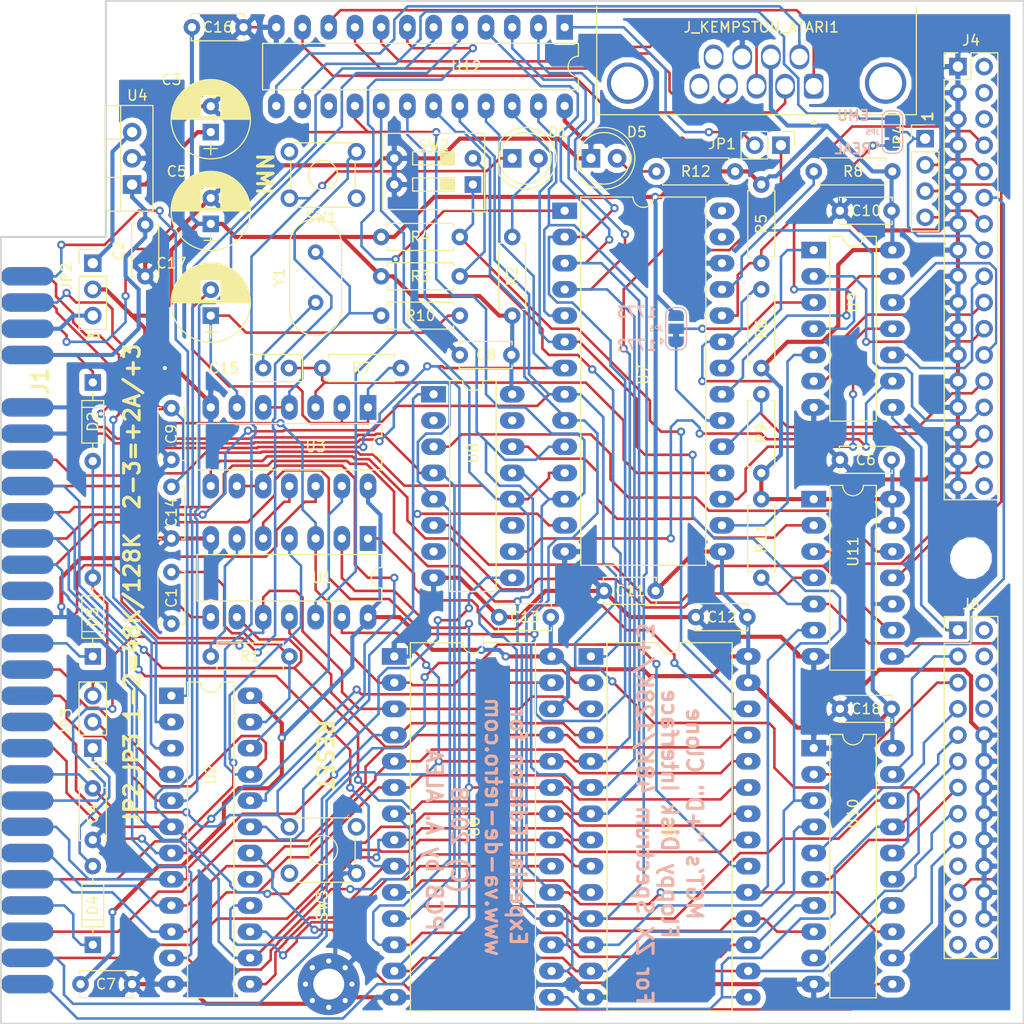
<source format=kicad_pcb>
(kicad_pcb (version 20171130) (host pcbnew 5.0.0-rc3-6a2723a~65~ubuntu18.04.1)
  (layers (0 F.Cu signal hide) (31 B.Cu signal) (34 B.Paste user hide) (35 F.Paste user hide) (36 B.SilkS user hide) (37 F.SilkS user hide) (38 B.Mask user hide) (39 F.Mask user hide) (44 Edge.Cuts user))
  (net 0 "")
  (net 1 "Net-(C1-Pad2)")
  (net 2 GND)
  (net 3 /RESET)
  (net 4 +9V)
  (net 5 +5V)
  (net 6 "Net-(D2-Pad2)")
  (net 7 /A11)
  (net 8 /A9)
  (net 9 /A4)
  (net 10 /A6)
  (net 11 /A7)
  (net 12 /A10)
  (net 13 /A8)
  (net 14 /M1)
  (net 15 /WR)
  (net 16 /A3)
  (net 17 /A2)
  (net 18 /A1)
  (net 19 /A0)
  (net 20 /A12)
  (net 21 /A14)
  (net 22 /MREQ)
  (net 23 NMI)
  (net 24 /A13)
  (net 25 /A15)
  (net 26 "Net-(U1-Pad5)")
  (net 27 FDC_CS)
  (net 28 PRN_STR)
  (net 29 DSK_CS)
  (net 30 PRN_CS)
  (net 31 ZX_ROMOE1)
  (net 32 ZX_ROMOE2)
  (net 33 "Net-(D4-Pad2)")
  (net 34 ZX_ROMOE48)
  (net 35 ROM_A14)
  (net 36 ROM_A13)
  (net 37 "Net-(J5-Pad1)")
  (net 38 "Net-(J5-Pad3)")
  (net 39 "Net-(J5-Pad4)")
  (net 40 "Net-(J5-Pad7)")
  (net 41 "Net-(J5-Pad8)")
  (net 42 "Net-(J5-Pad9)")
  (net 43 "Net-(J5-Pad11)")
  (net 44 plus3_5V)
  (net 45 "Net-(C15-Pad1)")
  (net 46 "Net-(C15-Pad2)")
  (net 47 "Net-(C17-Pad1)")
  (net 48 "Net-(C17-Pad2)")
  (net 49 "Net-(J4-Pad22)")
  (net 50 "Net-(J4-Pad24)")
  (net 51 "Net-(J4-Pad28)")
  (net 52 "Net-(J4-Pad30)")
  (net 53 J1-Up)
  (net 54 J2-Down)
  (net 55 J3-Left)
  (net 56 J4-Right)
  (net 57 J6-Fire)
  (net 58 "Net-(R1-Pad2)")
  (net 59 "Net-(R10-Pad1)")
  (net 60 "Net-(U1-Pad8)")
  (net 61 "Net-(U1-Pad12)")
  (net 62 "Net-(U7-Pad16)")
  (net 63 "Net-(U7-Pad17)")
  (net 64 "Net-(U7-Pad21)")
  (net 65 "Net-(U7-Pad22)")
  (net 66 "Net-(U8-Pad10)")
  (net 67 /A5)
  (net 68 /RD)
  (net 69 /IOREQ)
  (net 70 /D4)
  (net 71 /D3)
  (net 72 /D5)
  (net 73 /D6)
  (net 74 /D2)
  (net 75 /D1)
  (net 76 /D0)
  (net 77 /D7)
  (net 78 /DS0)
  (net 79 /DS1)
  (net 80 "Net-(J5-Pad2)")
  (net 81 "Net-(J5-Pad5)")
  (net 82 "Net-(J5-Pad6)")
  (net 83 RAM_CS)
  (net 84 ROM_CS)
  (net 85 "Net-(U11-Pad4)")
  (net 86 "Net-(U11-Pad2)")
  (net 87 "Net-(U11-Pad9)")
  (net 88 "Net-(U11-Pad12)")
  (net 89 "Net-(JP1-Pad2)")
  (net 90 "Net-(D1-Pad2)")
  (net 91 "Net-(D1-Pad1)")
  (net 92 "Net-(D5-Pad2)")
  (net 93 /INDEX)
  (net 94 /MOTOR_ON)
  (net 95 /DIR)
  (net 96 /STEP)
  (net 97 /HEAD)
  (net 98 "Net-(JP2-Pad1)")
  (net 99 ALT_MOTOR_ON)
  (net 100 "Net-(JP5-Pad1)")
  (net 101 /TRACK_0)
  (net 102 "Net-(J4-Pad10)")
  (net 103 "Net-(J4-Pad14)")
  (net 104 "Net-(JP6-Pad1)")
  (net 105 "Net-(JP6-Pad2)")
  (module SINCLAIR:ZX_CONN (layer F.Cu) (at 38.1 77.47 270)
    (fp_text reference J1 (at -15.24 -1.27 270) (layer F.SilkS) (effects (font (size 1.524 1.524) (thickness 0.3048))))
    (fp_text value ZX_Spectrum_Connector_GENERIC_SORTED hide)
    (pad A28 connect oval (at 43.18 0 270) (size 1.778 5.08) (layers B.Cu B.Mask) (net 7 /A11))
    (pad A27 connect oval (at 40.64 0 270) (size 1.778 5.08) (layers B.Cu B.Mask) (net 8 /A9))
    (pad A26 connect oval (at 38.1 0 270) (size 1.778 5.08) (layers B.Cu B.Mask))
    (pad A25 connect oval (at 35.56 0 270) (size 1.778 5.08) (layers B.Cu B.Mask) (net 34 ZX_ROMOE48))
    (pad A24 connect oval (at 33.02 0 270) (size 1.778 5.08) (layers B.Cu B.Mask) (net 9 /A4))
    (pad A23 connect oval (at 30.48 0 270) (size 1.778 5.08) (layers B.Cu B.Mask) (net 67 /A5))
    (pad A22 connect oval (at 27.94 0 270) (size 1.778 5.08) (layers B.Cu B.Mask) (net 10 /A6))
    (pad A21 connect oval (at 25.4 0 270) (size 1.778 5.08) (layers B.Cu B.Mask) (net 11 /A7))
    (pad A20 connect oval (at 22.86 0 270) (size 1.778 5.08) (layers B.Cu B.Mask) (net 3 /RESET))
    (pad A19 connect oval (at 20.32 0 270) (size 1.778 5.08) (layers B.Cu B.Mask))
    (pad B28 connect oval (at 43.18 0 270) (size 1.778 5.08) (layers F.Cu F.Mask))
    (pad B27 connect oval (at 40.64 0 270) (size 1.778 5.08) (layers F.Cu F.Mask) (net 12 /A10))
    (pad B26 connect oval (at 38.1 0 270) (size 1.778 5.08) (layers F.Cu F.Mask) (net 13 /A8))
    (pad B25 connect oval (at 35.56 0 270) (size 1.778 5.08) (layers F.Cu F.Mask))
    (pad B24 connect oval (at 33.02 0 270) (size 1.778 5.08) (layers F.Cu F.Mask) (net 14 /M1))
    (pad B23 connect oval (at 30.48 0 270) (size 1.778 5.08) (layers F.Cu F.Mask))
    (pad B22 connect oval (at 27.94 0 270) (size 1.778 5.08) (layers F.Cu F.Mask))
    (pad B21 connect oval (at 25.4 0 270) (size 1.778 5.08) (layers F.Cu F.Mask))
    (pad B20 connect oval (at 22.86 0 270) (size 1.778 5.08) (layers F.Cu F.Mask))
    (pad B19 connect oval (at 20.32 0 270) (size 1.778 5.08) (layers F.Cu F.Mask) (net 15 /WR))
    (pad A18 connect oval (at 17.78 0 270) (size 1.778 5.08) (layers B.Cu B.Mask))
    (pad A17 connect oval (at 15.24 0 270) (size 1.778 5.08) (layers B.Cu B.Mask))
    (pad A16 connect oval (at 12.7 0 270) (size 1.778 5.08) (layers B.Cu B.Mask))
    (pad A15 connect oval (at 10.16 0 270) (size 1.778 5.08) (layers B.Cu B.Mask) (net 32 ZX_ROMOE2))
    (pad A14 connect oval (at 7.62 0 270) (size 1.778 5.08) (layers B.Cu B.Mask) (net 2 GND))
    (pad A13 connect oval (at 5.08 0 270) (size 1.778 5.08) (layers B.Cu B.Mask))
    (pad A12 connect oval (at 2.54 0 270) (size 1.778 5.08) (layers B.Cu B.Mask) (net 16 /A3))
    (pad A11 connect oval (at 0 0 270) (size 1.778 5.08) (layers B.Cu B.Mask) (net 17 /A2))
    (pad A10 connect oval (at -2.54 0 270) (size 1.778 5.08) (layers B.Cu B.Mask) (net 18 /A1))
    (pad A9 connect oval (at -5.08 0 270) (size 1.778 5.08) (layers B.Cu B.Mask) (net 19 /A0))
    (pad A8 connect oval (at -7.62 0 270) (size 1.778 5.08) (layers B.Cu B.Mask))
    (pad A7 connect oval (at -10.16 0 270) (size 1.778 5.08) (layers B.Cu B.Mask) (net 2 GND))
    (pad A6 connect oval (at -12.7 0 270) (size 1.778 5.08) (layers B.Cu B.Mask) (net 2 GND))
    (pad A4 connect oval (at -17.78 0 270) (size 1.778 5.08) (layers B.Cu B.Mask) (net 4 +9V))
    (pad A3 connect oval (at -20.32 0 270) (size 1.778 5.08) (layers B.Cu B.Mask) (net 44 plus3_5V))
    (pad A2 connect oval (at -22.86 0 270) (size 1.778 5.08) (layers B.Cu B.Mask) (net 20 /A12))
    (pad A1 connect oval (at -25.4 0 270) (size 1.778 5.08) (layers B.Cu B.Mask) (net 21 /A14))
    (pad B18 connect oval (at 17.78 0 270) (size 1.778 5.08) (layers F.Cu F.Mask) (net 68 /RD))
    (pad B17 connect oval (at 15.24 0 270) (size 1.778 5.08) (layers F.Cu F.Mask) (net 69 /IOREQ))
    (pad B16 connect oval (at 12.7 0 270) (size 1.778 5.08) (layers F.Cu F.Mask) (net 22 /MREQ))
    (pad B15 connect oval (at 10.16 0 270) (size 1.778 5.08) (layers F.Cu F.Mask))
    (pad B14 connect oval (at 7.62 0 270) (size 1.778 5.08) (layers F.Cu F.Mask) (net 23 NMI))
    (pad B13 connect oval (at 5.08 0 270) (size 1.778 5.08) (layers F.Cu F.Mask))
    (pad B12 connect oval (at 2.54 0 270) (size 1.778 5.08) (layers F.Cu F.Mask) (net 70 /D4))
    (pad B11 connect oval (at 0 0 270) (size 1.778 5.08) (layers F.Cu F.Mask) (net 71 /D3))
    (pad B10 connect oval (at -2.54 0 270) (size 1.778 5.08) (layers F.Cu F.Mask) (net 72 /D5))
    (pad B9 connect oval (at -5.08 0 270) (size 1.778 5.08) (layers F.Cu F.Mask) (net 73 /D6))
    (pad B8 connect oval (at -7.62 0 270) (size 1.778 5.08) (layers F.Cu F.Mask) (net 74 /D2))
    (pad B7 connect oval (at -10.16 0 270) (size 1.778 5.08) (layers F.Cu F.Mask) (net 75 /D1))
    (pad B6 connect oval (at -12.7 0 270) (size 1.778 5.08) (layers F.Cu F.Mask) (net 76 /D0))
    (pad B4 connect oval (at -17.78 0 270) (size 1.778 5.08) (layers F.Cu F.Mask) (net 31 ZX_ROMOE1))
    (pad B3 connect oval (at -20.32 0 270) (size 1.778 5.08) (layers F.Cu F.Mask) (net 77 /D7))
    (pad B2 connect oval (at -22.86 0 270) (size 1.778 5.08) (layers F.Cu F.Mask) (net 24 /A13))
    (pad B1 connect oval (at -25.4 0 270) (size 1.778 5.08) (layers F.Cu F.Mask) (net 25 /A15))
  )
  (module SINCLAIR:SW_TH_Tactile_Omron_B3F-10xx (layer F.Cu) (at 63.5 40.005)
    (fp_text reference SW1 (at 3.048 6.35) (layer F.SilkS))
    (fp_text value SW_DPST_x2)
    (pad 4 thru_hole circle (at 6.5 4.5) (size 1.7 1.7) (drill 1) (layers *.Cu *.Mask))
    (pad 2 thru_hole circle (at 0 4.5) (size 1.7 1.7) (drill 1) (layers *.Cu *.Mask) (net 91 "Net-(D1-Pad1)"))
    (pad 1 thru_hole circle (at 6.5 0) (size 1.7 1.7) (drill 1) (layers *.Cu *.Mask) (net 23 NMI))
    (pad 3 thru_hole circle (at 0 0) (size 1.7 1.7) (drill 1) (layers *.Cu *.Mask))
  )
  (module SINCLAIR:SW_TH_Tactile_Omron_B3F-10xx (layer F.Cu) (at 63.5 105.41)
    (fp_text reference SW3 (at 3.175 7.62 90) (layer F.SilkS))
    (fp_text value SW_DPST_x2)
    (pad 4 thru_hole circle (at 6.5 4.5) (size 1.7 1.7) (drill 1) (layers *.Cu *.Mask) (net 2 GND))
    (pad 2 thru_hole circle (at 0 4.5) (size 1.7 1.7) (drill 1) (layers *.Cu *.Mask))
    (pad 1 thru_hole circle (at 6.5 0) (size 1.7 1.7) (drill 1) (layers *.Cu *.Mask))
    (pad 3 thru_hole circle (at 0 0) (size 1.7 1.7) (drill 1) (layers *.Cu *.Mask) (net 3 /RESET))
  )
  (module Housings_DIP:DIP-28_W15.24mm_LongPads (layer F.Cu) (at 90.17 45.72)
    (fp_text reference U7 (at 7.62 15.875 270) (layer F.SilkS))
    (fp_text value WD1772)
    (pad 28 thru_hole oval (at 15.24 0) (size 2.4 1.6) (drill 0.8) (layers *.Cu *.Mask))
    (pad 14 thru_hole oval (at 0 33.02) (size 2.4 1.6) (drill 0.8) (layers *.Cu *.Mask) (net 2 GND))
    (pad 27 thru_hole oval (at 15.24 2.54) (size 2.4 1.6) (drill 0.8) (layers *.Cu *.Mask))
    (pad 13 thru_hole oval (at 0 30.48) (size 2.4 1.6) (drill 0.8) (layers *.Cu *.Mask) (net 3 /RESET))
    (pad 26 thru_hole oval (at 15.24 5.08) (size 2.4 1.6) (drill 0.8) (layers *.Cu *.Mask) (net 2 GND))
    (pad 12 thru_hole oval (at 0 27.94) (size 2.4 1.6) (drill 0.8) (layers *.Cu *.Mask) (net 77 /D7))
    (pad 25 thru_hole oval (at 15.24 7.62) (size 2.4 1.6) (drill 0.8) (layers *.Cu *.Mask) (net 51 "Net-(J4-Pad28)"))
    (pad 11 thru_hole oval (at 0 25.4) (size 2.4 1.6) (drill 0.8) (layers *.Cu *.Mask) (net 73 /D6))
    (pad 24 thru_hole oval (at 15.24 10.16) (size 2.4 1.6) (drill 0.8) (layers *.Cu *.Mask) (net 93 /INDEX))
    (pad 10 thru_hole oval (at 0 22.86) (size 2.4 1.6) (drill 0.8) (layers *.Cu *.Mask) (net 72 /D5))
    (pad 23 thru_hole oval (at 15.24 12.7) (size 2.4 1.6) (drill 0.8) (layers *.Cu *.Mask) (net 101 /TRACK_0))
    (pad 9 thru_hole oval (at 0 20.32) (size 2.4 1.6) (drill 0.8) (layers *.Cu *.Mask) (net 70 /D4))
    (pad 22 thru_hole oval (at 15.24 15.24) (size 2.4 1.6) (drill 0.8) (layers *.Cu *.Mask) (net 65 "Net-(U7-Pad22)"))
    (pad 8 thru_hole oval (at 0 17.78) (size 2.4 1.6) (drill 0.8) (layers *.Cu *.Mask) (net 71 /D3))
    (pad 21 thru_hole oval (at 15.24 17.78) (size 2.4 1.6) (drill 0.8) (layers *.Cu *.Mask) (net 64 "Net-(U7-Pad21)"))
    (pad 7 thru_hole oval (at 0 15.24) (size 2.4 1.6) (drill 0.8) (layers *.Cu *.Mask) (net 74 /D2))
    (pad 20 thru_hole oval (at 15.24 20.32) (size 2.4 1.6) (drill 0.8) (layers *.Cu *.Mask) (net 104 "Net-(JP6-Pad1)"))
    (pad 6 thru_hole oval (at 0 12.7) (size 2.4 1.6) (drill 0.8) (layers *.Cu *.Mask) (net 75 /D1))
    (pad 19 thru_hole oval (at 15.24 22.86) (size 2.4 1.6) (drill 0.8) (layers *.Cu *.Mask) (net 52 "Net-(J4-Pad30)"))
    (pad 5 thru_hole oval (at 0 10.16) (size 2.4 1.6) (drill 0.8) (layers *.Cu *.Mask) (net 76 /D0))
    (pad 18 thru_hole oval (at 15.24 25.4) (size 2.4 1.6) (drill 0.8) (layers *.Cu *.Mask) (net 46 "Net-(C15-Pad2)"))
    (pad 4 thru_hole oval (at 0 7.62) (size 2.4 1.6) (drill 0.8) (layers *.Cu *.Mask) (net 9 /A4))
    (pad 17 thru_hole oval (at 15.24 27.94) (size 2.4 1.6) (drill 0.8) (layers *.Cu *.Mask) (net 63 "Net-(U7-Pad17)"))
    (pad 3 thru_hole oval (at 0 5.08) (size 2.4 1.6) (drill 0.8) (layers *.Cu *.Mask) (net 16 /A3))
    (pad 16 thru_hole oval (at 15.24 30.48) (size 2.4 1.6) (drill 0.8) (layers *.Cu *.Mask) (net 62 "Net-(U7-Pad16)"))
    (pad 2 thru_hole oval (at 0 2.54) (size 2.4 1.6) (drill 0.8) (layers *.Cu *.Mask) (net 15 /WR))
    (pad 15 thru_hole oval (at 15.24 33.02) (size 2.4 1.6) (drill 0.8) (layers *.Cu *.Mask) (net 5 +5V))
    (pad 1 thru_hole rect (at 0 0) (size 2.4 1.6) (drill 0.8) (layers *.Cu *.Mask) (net 27 FDC_CS))
  )
  (module Crystals:Crystal_HC49-U_Vertical (layer F.Cu) (at 66.04 54.61 90)
    (fp_text reference Y1 (at 2.44 -3.525 90) (layer F.SilkS))
    (fp_text value 8.000Mhz)
    (pad 1 thru_hole circle (at 0 0 90) (size 1.5 1.5) (drill 0.8) (layers *.Cu *.Mask) (net 45 "Net-(C15-Pad1)"))
    (pad 2 thru_hole circle (at 4.88 0 90) (size 1.5 1.5) (drill 0.8) (layers *.Cu *.Mask) (net 59 "Net-(R10-Pad1)"))
  )
  (module Resistors_THT:R_Axial_DIN0207_L6.3mm_D2.5mm_P7.62mm_Horizontal (layer F.Cu) (at 80.01 52.07 180)
    (fp_text reference R3 (at 3.81 0) (layer F.SilkS))
    (fp_text value 10K)
    (pad 2 thru_hole oval (at 7.62 0 180) (size 1.6 1.6) (drill 0.8) (layers *.Cu *.Mask) (net 5 +5V))
    (pad 1 thru_hole circle (at 0 0 180) (size 1.6 1.6) (drill 0.8) (layers *.Cu *.Mask) (net 35 ROM_A14))
  )
  (module Jumper:SolderJumper-3_P1.3mm_Bridged12_RoundedPad1.0x1.5mm (layer B.Cu) (at 100.965 57.15 90)
    (fp_text reference JP6 (at 0 -1.905 180) (layer B.SilkS) (effects (font (size 0.5 0.5) (thickness 0.1)) (justify mirror)))
    (fp_text value Jumper_NC_Dual)
    (pad 1 smd roundrect (at -1.3 0 90) (size 1 1.5) (layers B.Cu B.Mask) (roundrect_rratio 0.5) (net 104 "Net-(JP6-Pad1)"))
    (pad 1 smd rect (at -1 0 90) (size 0.5 1.5) (layers B.Cu B.Mask) (net 104 "Net-(JP6-Pad1)"))
    (pad 2 smd rect (at 0 0 90) (size 1 1.5) (layers B.Cu B.Mask) (net 105 "Net-(JP6-Pad2)"))
    (pad 3 smd roundrect (at 1.3 0 90) (size 1 1.5) (layers B.Cu B.Mask) (roundrect_rratio 0.5) (net 5 +5V))
    (pad 3 smd rect (at 1 0 90) (size 0.5 1.5) (layers B.Cu B.Mask) (net 5 +5V))
    (pad 1 smd rect (at -0.65 0 90) (size 0.5 0.6) (layers B.Cu B.Mask) (net 104 "Net-(JP6-Pad1)"))
  )
  (module Housings_DIP:DIP-24_W7.62mm_LongPads (layer F.Cu) (at 90.17 27.94 270)
    (fp_text reference U12 (at 3.81 9.525) (layer F.SilkS))
    (fp_text value GAL22V10)
    (pad 24 thru_hole oval (at 7.62 0 270) (size 2.4 1.6) (drill 0.8) (layers *.Cu *.Mask) (net 5 +5V))
    (pad 12 thru_hole oval (at 0 27.94 270) (size 2.4 1.6) (drill 0.8) (layers *.Cu *.Mask) (net 2 GND))
    (pad 23 thru_hole oval (at 7.62 2.54 270) (size 2.4 1.6) (drill 0.8) (layers *.Cu *.Mask) (net 76 /D0))
    (pad 11 thru_hole oval (at 0 25.4 270) (size 2.4 1.6) (drill 0.8) (layers *.Cu *.Mask) (net 54 J2-Down))
    (pad 22 thru_hole oval (at 7.62 5.08 270) (size 2.4 1.6) (drill 0.8) (layers *.Cu *.Mask) (net 75 /D1))
    (pad 10 thru_hole oval (at 0 22.86 270) (size 2.4 1.6) (drill 0.8) (layers *.Cu *.Mask) (net 53 J1-Up))
    (pad 21 thru_hole oval (at 7.62 7.62 270) (size 2.4 1.6) (drill 0.8) (layers *.Cu *.Mask) (net 74 /D2))
    (pad 9 thru_hole oval (at 0 20.32 270) (size 2.4 1.6) (drill 0.8) (layers *.Cu *.Mask) (net 56 J4-Right))
    (pad 20 thru_hole oval (at 7.62 10.16 270) (size 2.4 1.6) (drill 0.8) (layers *.Cu *.Mask) (net 71 /D3))
    (pad 8 thru_hole oval (at 0 17.78 270) (size 2.4 1.6) (drill 0.8) (layers *.Cu *.Mask) (net 55 J3-Left))
    (pad 19 thru_hole oval (at 7.62 12.7 270) (size 2.4 1.6) (drill 0.8) (layers *.Cu *.Mask) (net 70 /D4))
    (pad 7 thru_hole oval (at 0 15.24 270) (size 2.4 1.6) (drill 0.8) (layers *.Cu *.Mask) (net 27 FDC_CS))
    (pad 18 thru_hole oval (at 7.62 15.24 270) (size 2.4 1.6) (drill 0.8) (layers *.Cu *.Mask) (net 72 /D5))
    (pad 6 thru_hole oval (at 0 12.7 270) (size 2.4 1.6) (drill 0.8) (layers *.Cu *.Mask) (net 68 /RD))
    (pad 17 thru_hole oval (at 7.62 17.78 270) (size 2.4 1.6) (drill 0.8) (layers *.Cu *.Mask) (net 73 /D6))
    (pad 5 thru_hole oval (at 0 10.16 270) (size 2.4 1.6) (drill 0.8) (layers *.Cu *.Mask) (net 69 /IOREQ))
    (pad 16 thru_hole oval (at 7.62 20.32 270) (size 2.4 1.6) (drill 0.8) (layers *.Cu *.Mask) (net 77 /D7))
    (pad 4 thru_hole oval (at 0 7.62 270) (size 2.4 1.6) (drill 0.8) (layers *.Cu *.Mask) (net 16 /A3))
    (pad 15 thru_hole oval (at 7.62 22.86 270) (size 2.4 1.6) (drill 0.8) (layers *.Cu *.Mask))
    (pad 3 thru_hole oval (at 0 5.08 270) (size 2.4 1.6) (drill 0.8) (layers *.Cu *.Mask) (net 9 /A4))
    (pad 14 thru_hole oval (at 7.62 25.4 270) (size 2.4 1.6) (drill 0.8) (layers *.Cu *.Mask) (net 99 ALT_MOTOR_ON))
    (pad 2 thru_hole oval (at 0 2.54 270) (size 2.4 1.6) (drill 0.8) (layers *.Cu *.Mask) (net 15 /WR))
    (pad 13 thru_hole oval (at 7.62 27.94 270) (size 2.4 1.6) (drill 0.8) (layers *.Cu *.Mask) (net 57 J6-Fire))
    (pad 1 thru_hole rect (at 0 0 270) (size 2.4 1.6) (drill 0.8) (layers *.Cu *.Mask) (net 89 "Net-(JP1-Pad2)"))
  )
  (module Resistors_THT:R_Axial_DIN0207_L6.3mm_D2.5mm_P7.62mm_Horizontal (layer F.Cu) (at 114.3 41.91)
    (fp_text reference R8 (at 3.81 0) (layer F.SilkS))
    (fp_text value 470)
    (pad 1 thru_hole circle (at 0 0) (size 1.6 1.6) (drill 0.8) (layers *.Cu *.Mask) (net 51 "Net-(J4-Pad28)"))
    (pad 2 thru_hole oval (at 7.62 0) (size 1.6 1.6) (drill 0.8) (layers *.Cu *.Mask) (net 5 +5V))
  )
  (module Capacitors_THT:CP_Radial_D7.5mm_P2.50mm (layer F.Cu) (at 55.88 46.99 90)
    (fp_text reference C5 (at 5.08 -3.302 180) (layer F.SilkS))
    (fp_text value "100u/16 V")
    (pad 2 thru_hole circle (at 2.5 0 90) (size 1.6 1.6) (drill 0.8) (layers *.Cu *.Mask) (net 2 GND))
    (pad 1 thru_hole rect (at 0 0 90) (size 1.6 1.6) (drill 0.8) (layers *.Cu *.Mask) (net 5 +5V))
  )
  (module MountingHole:MountingHole_3mm (layer F.Cu) (at 129.54 79.375)
    (fp_text reference MK3 (at 0 0) (layer F.SilkS))
    (fp_text value Mounting_Hole)
    (pad 1 np_thru_hole circle (at 0 0) (size 3 3) (drill 3) (layers *.Cu *.Mask))
  )
  (module Connector_PinHeader_2.54mm:PinHeader_2x17_P2.54mm_Vertical (layer F.Cu) (at 128.27 31.75)
    (fp_text reference J4 (at 1.27 -2.54) (layer F.SilkS))
    (fp_text value Conn_02x17_Odd_Even)
    (pad 1 thru_hole rect (at 0 0) (size 1.7 1.7) (drill 1) (layers *.Cu *.Mask) (net 2 GND))
    (pad 2 thru_hole oval (at 2.54 0) (size 1.7 1.7) (drill 1) (layers *.Cu *.Mask))
    (pad 3 thru_hole oval (at 0 2.54) (size 1.7 1.7) (drill 1) (layers *.Cu *.Mask) (net 2 GND))
    (pad 4 thru_hole oval (at 2.54 2.54) (size 1.7 1.7) (drill 1) (layers *.Cu *.Mask))
    (pad 5 thru_hole oval (at 0 5.08) (size 1.7 1.7) (drill 1) (layers *.Cu *.Mask) (net 2 GND))
    (pad 6 thru_hole oval (at 2.54 5.08) (size 1.7 1.7) (drill 1) (layers *.Cu *.Mask))
    (pad 7 thru_hole oval (at 0 7.62) (size 1.7 1.7) (drill 1) (layers *.Cu *.Mask) (net 2 GND))
    (pad 8 thru_hole oval (at 2.54 7.62) (size 1.7 1.7) (drill 1) (layers *.Cu *.Mask) (net 93 /INDEX))
    (pad 9 thru_hole oval (at 0 10.16) (size 1.7 1.7) (drill 1) (layers *.Cu *.Mask) (net 2 GND))
    (pad 10 thru_hole oval (at 2.54 10.16) (size 1.7 1.7) (drill 1) (layers *.Cu *.Mask) (net 102 "Net-(J4-Pad10)"))
    (pad 11 thru_hole oval (at 0 12.7) (size 1.7 1.7) (drill 1) (layers *.Cu *.Mask) (net 2 GND))
    (pad 12 thru_hole oval (at 2.54 12.7) (size 1.7 1.7) (drill 1) (layers *.Cu *.Mask) (net 79 /DS1))
    (pad 13 thru_hole oval (at 0 15.24) (size 1.7 1.7) (drill 1) (layers *.Cu *.Mask) (net 2 GND))
    (pad 14 thru_hole oval (at 2.54 15.24) (size 1.7 1.7) (drill 1) (layers *.Cu *.Mask) (net 103 "Net-(J4-Pad14)"))
    (pad 15 thru_hole oval (at 0 17.78) (size 1.7 1.7) (drill 1) (layers *.Cu *.Mask) (net 2 GND))
    (pad 16 thru_hole oval (at 2.54 17.78) (size 1.7 1.7) (drill 1) (layers *.Cu *.Mask) (net 94 /MOTOR_ON))
    (pad 17 thru_hole oval (at 0 20.32) (size 1.7 1.7) (drill 1) (layers *.Cu *.Mask) (net 2 GND))
    (pad 18 thru_hole oval (at 2.54 20.32) (size 1.7 1.7) (drill 1) (layers *.Cu *.Mask) (net 95 /DIR))
    (pad 19 thru_hole oval (at 0 22.86) (size 1.7 1.7) (drill 1) (layers *.Cu *.Mask) (net 2 GND))
    (pad 20 thru_hole oval (at 2.54 22.86) (size 1.7 1.7) (drill 1) (layers *.Cu *.Mask) (net 96 /STEP))
    (pad 21 thru_hole oval (at 0 25.4) (size 1.7 1.7) (drill 1) (layers *.Cu *.Mask) (net 2 GND))
    (pad 22 thru_hole oval (at 2.54 25.4) (size 1.7 1.7) (drill 1) (layers *.Cu *.Mask) (net 49 "Net-(J4-Pad22)"))
    (pad 23 thru_hole oval (at 0 27.94) (size 1.7 1.7) (drill 1) (layers *.Cu *.Mask) (net 2 GND))
    (pad 24 thru_hole oval (at 2.54 27.94) (size 1.7 1.7) (drill 1) (layers *.Cu *.Mask) (net 50 "Net-(J4-Pad24)"))
    (pad 25 thru_hole oval (at 0 30.48) (size 1.7 1.7) (drill 1) (layers *.Cu *.Mask) (net 2 GND))
    (pad 26 thru_hole oval (at 2.54 30.48) (size 1.7 1.7) (drill 1) (layers *.Cu *.Mask) (net 101 /TRACK_0))
    (pad 27 thru_hole oval (at 0 33.02) (size 1.7 1.7) (drill 1) (layers *.Cu *.Mask) (net 2 GND))
    (pad 28 thru_hole oval (at 2.54 33.02) (size 1.7 1.7) (drill 1) (layers *.Cu *.Mask) (net 51 "Net-(J4-Pad28)"))
    (pad 29 thru_hole oval (at 0 35.56) (size 1.7 1.7) (drill 1) (layers *.Cu *.Mask) (net 2 GND))
    (pad 30 thru_hole oval (at 2.54 35.56) (size 1.7 1.7) (drill 1) (layers *.Cu *.Mask) (net 52 "Net-(J4-Pad30)"))
    (pad 31 thru_hole oval (at 0 38.1) (size 1.7 1.7) (drill 1) (layers *.Cu *.Mask) (net 2 GND))
    (pad 32 thru_hole oval (at 2.54 38.1) (size 1.7 1.7) (drill 1) (layers *.Cu *.Mask) (net 97 /HEAD))
    (pad 33 thru_hole oval (at 0 40.64) (size 1.7 1.7) (drill 1) (layers *.Cu *.Mask) (net 2 GND))
    (pad 34 thru_hole oval (at 2.54 40.64) (size 1.7 1.7) (drill 1) (layers *.Cu *.Mask))
  )
  (module Housings_DIP:DIP-14_W7.62mm_LongPads (layer F.Cu) (at 71.12 77.47 270)
    (fp_text reference U1 (at 3.81 4.445) (layer F.SilkS))
    (fp_text value 74LS27)
    (pad 1 thru_hole rect (at 0 0 270) (size 2.4 1.6) (drill 0.8) (layers *.Cu *.Mask) (net 12 /A10))
    (pad 8 thru_hole oval (at 7.62 15.24 270) (size 2.4 1.6) (drill 0.8) (layers *.Cu *.Mask) (net 60 "Net-(U1-Pad8)"))
    (pad 2 thru_hole oval (at 0 2.54 270) (size 2.4 1.6) (drill 0.8) (layers *.Cu *.Mask) (net 7 /A11))
    (pad 9 thru_hole oval (at 7.62 12.7 270) (size 2.4 1.6) (drill 0.8) (layers *.Cu *.Mask) (net 19 /A0))
    (pad 3 thru_hole oval (at 0 5.08 270) (size 2.4 1.6) (drill 0.8) (layers *.Cu *.Mask) (net 20 /A12))
    (pad 10 thru_hole oval (at 7.62 10.16 270) (size 2.4 1.6) (drill 0.8) (layers *.Cu *.Mask) (net 11 /A7))
    (pad 4 thru_hole oval (at 0 7.62 270) (size 2.4 1.6) (drill 0.8) (layers *.Cu *.Mask) (net 14 /M1))
    (pad 11 thru_hole oval (at 7.62 7.62 270) (size 2.4 1.6) (drill 0.8) (layers *.Cu *.Mask) (net 13 /A8))
    (pad 5 thru_hole oval (at 0 10.16 270) (size 2.4 1.6) (drill 0.8) (layers *.Cu *.Mask) (net 26 "Net-(U1-Pad5)"))
    (pad 12 thru_hole oval (at 7.62 5.08 270) (size 2.4 1.6) (drill 0.8) (layers *.Cu *.Mask) (net 61 "Net-(U1-Pad12)"))
    (pad 6 thru_hole oval (at 0 12.7 270) (size 2.4 1.6) (drill 0.8) (layers *.Cu *.Mask) (net 58 "Net-(R1-Pad2)"))
    (pad 13 thru_hole oval (at 7.62 2.54 270) (size 2.4 1.6) (drill 0.8) (layers *.Cu *.Mask) (net 8 /A9))
    (pad 7 thru_hole oval (at 0 15.24 270) (size 2.4 1.6) (drill 0.8) (layers *.Cu *.Mask) (net 2 GND))
    (pad 14 thru_hole oval (at 7.62 0 270) (size 2.4 1.6) (drill 0.8) (layers *.Cu *.Mask) (net 5 +5V))
  )
  (module Button_Switch_THT:SW_DIP_SPSTx02_Slide_9.78x7.26mm_W7.62mm_P2.54mm (layer F.Cu) (at 81.28 43.18 180)
    (fp_text reference SW2 (at 3.81 3.81 180) (layer F.SilkS))
    (fp_text value SW_DIP_x02)
    (pad 1 thru_hole rect (at 0 0 180) (size 1.6 1.6) (drill 0.8) (layers *.Cu *.Mask) (net 36 ROM_A13))
    (pad 3 thru_hole oval (at 7.62 2.54 180) (size 1.6 1.6) (drill 0.8) (layers *.Cu *.Mask) (net 2 GND))
    (pad 2 thru_hole oval (at 0 2.54 180) (size 1.6 1.6) (drill 0.8) (layers *.Cu *.Mask) (net 35 ROM_A14))
    (pad 4 thru_hole oval (at 7.62 0 180) (size 1.6 1.6) (drill 0.8) (layers *.Cu *.Mask) (net 2 GND))
  )
  (module MountingHole:MountingHole_3mm (layer F.Cu) (at 49.53 29.21)
    (fp_text reference MK2 (at 0 0) (layer F.SilkS))
    (fp_text value Mounting_Hole)
    (pad 1 np_thru_hole circle (at 0 0) (size 3 3) (drill 3) (layers *.Cu *.Mask))
  )
  (module MountingHole:MountingHole_3mm_Pad_Via (layer F.Cu) (at 67.31 120.65)
    (fp_text reference MK1 (at 0 0) (layer F.SilkS))
    (fp_text value Mounting_Hole_PAD)
    (pad 1 thru_hole circle (at 0 0) (size 6 6) (drill 3) (layers *.Cu *.Mask) (net 2 GND))
    (pad 1 thru_hole circle (at 2.25 0) (size 0.8 0.8) (drill 0.5) (layers *.Cu *.Mask) (net 2 GND))
    (pad 1 thru_hole circle (at 1.59099 1.59099) (size 0.8 0.8) (drill 0.5) (layers *.Cu *.Mask) (net 2 GND))
    (pad 1 thru_hole circle (at 0 2.25) (size 0.8 0.8) (drill 0.5) (layers *.Cu *.Mask) (net 2 GND))
    (pad 1 thru_hole circle (at -1.59099 1.59099) (size 0.8 0.8) (drill 0.5) (layers *.Cu *.Mask) (net 2 GND))
    (pad 1 thru_hole circle (at -2.25 0) (size 0.8 0.8) (drill 0.5) (layers *.Cu *.Mask) (net 2 GND))
    (pad 1 thru_hole circle (at -1.59099 -1.59099) (size 0.8 0.8) (drill 0.5) (layers *.Cu *.Mask) (net 2 GND))
    (pad 1 thru_hole circle (at 0 -2.25) (size 0.8 0.8) (drill 0.5) (layers *.Cu *.Mask) (net 2 GND))
    (pad 1 thru_hole circle (at 1.59099 -1.59099) (size 0.8 0.8) (drill 0.5) (layers *.Cu *.Mask) (net 2 GND))
  )
  (module Connector_PinHeader_2.54mm:PinHeader_1x03_P2.54mm_Vertical (layer F.Cu) (at 44.45 97.79 180)
    (fp_text reference JP3 (at 2.54 2.54 270) (layer F.SilkS))
    (fp_text value Conn_01x03)
    (pad 1 thru_hole rect (at 0 0 180) (size 1.7 1.7) (drill 1) (layers *.Cu *.Mask) (net 33 "Net-(D4-Pad2)"))
    (pad 2 thru_hole oval (at 0 2.54 180) (size 1.7 1.7) (drill 1) (layers *.Cu *.Mask) (net 91 "Net-(D1-Pad1)"))
    (pad 3 thru_hole oval (at 0 5.08 180) (size 1.7 1.7) (drill 1) (layers *.Cu *.Mask) (net 6 "Net-(D2-Pad2)"))
  )
  (module Connector_PinHeader_2.54mm:PinHeader_1x03_P2.54mm_Vertical (layer F.Cu) (at 44.45 50.8)
    (fp_text reference JP2 (at -2.54 1.27 90) (layer F.SilkS))
    (fp_text value Conn_01x03)
    (pad 1 thru_hole rect (at 0 0) (size 1.7 1.7) (drill 1) (layers *.Cu *.Mask) (net 98 "Net-(JP2-Pad1)"))
    (pad 2 thru_hole oval (at 0 2.54) (size 1.7 1.7) (drill 1) (layers *.Cu *.Mask) (net 5 +5V))
    (pad 3 thru_hole oval (at 0 5.08) (size 1.7 1.7) (drill 1) (layers *.Cu *.Mask) (net 44 plus3_5V))
  )
  (module Connector_Dsub:DSUB-9_Male_Horizontal_P2.77x2.84mm_EdgePinOffset4.94mm_Housed_MountingHolesOffset7.48mm (layer F.Cu) (at 114.3 33.655 180)
    (fp_text reference J_KEMPSTON_ATARI1 (at 5.08 5.715 180) (layer F.SilkS))
    (fp_text value DB9_Male)
    (pad 1 thru_hole roundrect (at 0 0 180) (size 1.9 2.4) (drill 1.6) (layers *.Cu *.Mask) (net 53 J1-Up))
    (pad 2 thru_hole oval (at 2.77 0 180) (size 1.9 2.4) (drill 1.6) (layers *.Cu *.Mask) (net 54 J2-Down))
    (pad 3 thru_hole oval (at 5.54 0 180) (size 1.9 2.4) (drill 1.6) (layers *.Cu *.Mask) (net 55 J3-Left))
    (pad 4 thru_hole oval (at 8.31 0 180) (size 1.9 2.4) (drill 1.6) (layers *.Cu *.Mask) (net 56 J4-Right))
    (pad 5 thru_hole oval (at 11.08 0 180) (size 1.9 2.4) (drill 1.6) (layers *.Cu *.Mask))
    (pad 6 thru_hole oval (at 1.385 2.84 180) (size 1.9 2.4) (drill 1.6) (layers *.Cu *.Mask) (net 57 J6-Fire))
    (pad 7 thru_hole oval (at 4.155 2.84 180) (size 1.9 2.4) (drill 1.6) (layers *.Cu *.Mask) (net 5 +5V))
    (pad 8 thru_hole oval (at 6.925 2.84 180) (size 1.9 2.4) (drill 1.6) (layers *.Cu *.Mask) (net 2 GND))
    (pad 9 thru_hole oval (at 9.695 2.84 180) (size 1.9 2.4) (drill 1.6) (layers *.Cu *.Mask))
    (pad 0 thru_hole circle (at -6.96 0.3 180) (size 4 4) (drill 3.2) (layers *.Cu *.Mask))
    (pad 0 thru_hole circle (at 18.04 0.3 180) (size 4 4) (drill 3.2) (layers *.Cu *.Mask))
  )
  (module Housings_DIP:DIP-24_W7.62mm_LongPads (layer F.Cu) (at 52.07 92.71)
    (fp_text reference U2 (at 3.81 7.62 270) (layer F.SilkS))
    (fp_text value PAL20L8)
    (pad 24 thru_hole oval (at 7.62 0) (size 2.4 1.6) (drill 0.8) (layers *.Cu *.Mask) (net 5 +5V))
    (pad 12 thru_hole oval (at 0 27.94) (size 2.4 1.6) (drill 0.8) (layers *.Cu *.Mask) (net 2 GND))
    (pad 23 thru_hole oval (at 7.62 2.54) (size 2.4 1.6) (drill 0.8) (layers *.Cu *.Mask) (net 1 "Net-(C1-Pad2)"))
    (pad 11 thru_hole oval (at 0 25.4) (size 2.4 1.6) (drill 0.8) (layers *.Cu *.Mask) (net 16 /A3))
    (pad 22 thru_hole oval (at 7.62 5.08) (size 2.4 1.6) (drill 0.8) (layers *.Cu *.Mask) (net 27 FDC_CS))
    (pad 10 thru_hole oval (at 0 22.86) (size 2.4 1.6) (drill 0.8) (layers *.Cu *.Mask) (net 9 /A4))
    (pad 21 thru_hole oval (at 7.62 7.62) (size 2.4 1.6) (drill 0.8) (layers *.Cu *.Mask) (net 91 "Net-(D1-Pad1)"))
    (pad 9 thru_hole oval (at 0 20.32) (size 2.4 1.6) (drill 0.8) (layers *.Cu *.Mask) (net 67 /A5))
    (pad 20 thru_hole oval (at 7.62 10.16) (size 2.4 1.6) (drill 0.8) (layers *.Cu *.Mask) (net 28 PRN_STR))
    (pad 8 thru_hole oval (at 0 17.78) (size 2.4 1.6) (drill 0.8) (layers *.Cu *.Mask) (net 10 /A6))
    (pad 19 thru_hole oval (at 7.62 12.7) (size 2.4 1.6) (drill 0.8) (layers *.Cu *.Mask) (net 29 DSK_CS))
    (pad 7 thru_hole oval (at 0 15.24) (size 2.4 1.6) (drill 0.8) (layers *.Cu *.Mask) (net 15 /WR))
    (pad 18 thru_hole oval (at 7.62 15.24) (size 2.4 1.6) (drill 0.8) (layers *.Cu *.Mask) (net 30 PRN_CS))
    (pad 6 thru_hole oval (at 0 12.7) (size 2.4 1.6) (drill 0.8) (layers *.Cu *.Mask) (net 68 /RD))
    (pad 17 thru_hole oval (at 7.62 17.78) (size 2.4 1.6) (drill 0.8) (layers *.Cu *.Mask))
    (pad 5 thru_hole oval (at 0 10.16) (size 2.4 1.6) (drill 0.8) (layers *.Cu *.Mask) (net 69 /IOREQ))
    (pad 16 thru_hole oval (at 7.62 20.32) (size 2.4 1.6) (drill 0.8) (layers *.Cu *.Mask) (net 83 RAM_CS))
    (pad 4 thru_hole oval (at 0 7.62) (size 2.4 1.6) (drill 0.8) (layers *.Cu *.Mask) (net 22 /MREQ))
    (pad 15 thru_hole oval (at 7.62 22.86) (size 2.4 1.6) (drill 0.8) (layers *.Cu *.Mask) (net 84 ROM_CS))
    (pad 3 thru_hole oval (at 0 5.08) (size 2.4 1.6) (drill 0.8) (layers *.Cu *.Mask) (net 24 /A13))
    (pad 14 thru_hole oval (at 7.62 25.4) (size 2.4 1.6) (drill 0.8) (layers *.Cu *.Mask) (net 17 /A2))
    (pad 2 thru_hole oval (at 0 2.54) (size 2.4 1.6) (drill 0.8) (layers *.Cu *.Mask) (net 25 /A15))
    (pad 13 thru_hole oval (at 7.62 27.94) (size 2.4 1.6) (drill 0.8) (layers *.Cu *.Mask) (net 18 /A1))
    (pad 1 thru_hole rect (at 0 0) (size 2.4 1.6) (drill 0.8) (layers *.Cu *.Mask) (net 21 /A14))
  )
  (module Housings_DIP:DIP-14_W7.62mm_LongPads (layer F.Cu) (at 71.12 64.77 270)
    (fp_text reference U3 (at 3.81 5.08) (layer F.SilkS))
    (fp_text value 74LS00)
    (pad 14 thru_hole oval (at 7.62 0 270) (size 2.4 1.6) (drill 0.8) (layers *.Cu *.Mask) (net 5 +5V))
    (pad 7 thru_hole oval (at 0 15.24 270) (size 2.4 1.6) (drill 0.8) (layers *.Cu *.Mask) (net 2 GND))
    (pad 13 thru_hole oval (at 7.62 2.54 270) (size 2.4 1.6) (drill 0.8) (layers *.Cu *.Mask) (net 61 "Net-(U1-Pad12)"))
    (pad 6 thru_hole oval (at 0 12.7 270) (size 2.4 1.6) (drill 0.8) (layers *.Cu *.Mask) (net 47 "Net-(C17-Pad1)"))
    (pad 12 thru_hole oval (at 7.62 5.08 270) (size 2.4 1.6) (drill 0.8) (layers *.Cu *.Mask) (net 60 "Net-(U1-Pad8)"))
    (pad 5 thru_hole oval (at 0 10.16 270) (size 2.4 1.6) (drill 0.8) (layers *.Cu *.Mask) (net 59 "Net-(R10-Pad1)"))
    (pad 11 thru_hole oval (at 7.62 7.62 270) (size 2.4 1.6) (drill 0.8) (layers *.Cu *.Mask) (net 26 "Net-(U1-Pad5)"))
    (pad 4 thru_hole oval (at 0 7.62 270) (size 2.4 1.6) (drill 0.8) (layers *.Cu *.Mask) (net 59 "Net-(R10-Pad1)"))
    (pad 10 thru_hole oval (at 7.62 10.16 270) (size 2.4 1.6) (drill 0.8) (layers *.Cu *.Mask) (net 28 PRN_STR))
    (pad 3 thru_hole oval (at 0 5.08 270) (size 2.4 1.6) (drill 0.8) (layers *.Cu *.Mask) (net 46 "Net-(C15-Pad2)"))
    (pad 9 thru_hole oval (at 7.62 12.7 270) (size 2.4 1.6) (drill 0.8) (layers *.Cu *.Mask) (net 28 PRN_STR))
    (pad 2 thru_hole oval (at 0 2.54 270) (size 2.4 1.6) (drill 0.8) (layers *.Cu *.Mask) (net 48 "Net-(C17-Pad2)"))
    (pad 8 thru_hole oval (at 7.62 15.24 270) (size 2.4 1.6) (drill 0.8) (layers *.Cu *.Mask) (net 85 "Net-(U11-Pad4)"))
    (pad 1 thru_hole rect (at 0 0 270) (size 2.4 1.6) (drill 0.8) (layers *.Cu *.Mask) (net 48 "Net-(C17-Pad2)"))
  )
  (module Housings_DIP:DIP-28_W15.24mm_LongPads (layer F.Cu) (at 92.71 88.9)
    (fp_text reference U5 (at 7.62 16.51 90) (layer F.SilkS))
    (fp_text value AT28C256)
    (pad 28 thru_hole oval (at 15.24 0) (size 2.4 1.6) (drill 0.8) (layers *.Cu *.Mask) (net 5 +5V))
    (pad 14 thru_hole oval (at 0 33.02) (size 2.4 1.6) (drill 0.8) (layers *.Cu *.Mask) (net 2 GND))
    (pad 27 thru_hole oval (at 15.24 2.54) (size 2.4 1.6) (drill 0.8) (layers *.Cu *.Mask) (net 5 +5V))
    (pad 13 thru_hole oval (at 0 30.48) (size 2.4 1.6) (drill 0.8) (layers *.Cu *.Mask) (net 74 /D2))
    (pad 26 thru_hole oval (at 15.24 5.08) (size 2.4 1.6) (drill 0.8) (layers *.Cu *.Mask) (net 36 ROM_A13))
    (pad 12 thru_hole oval (at 0 27.94) (size 2.4 1.6) (drill 0.8) (layers *.Cu *.Mask) (net 75 /D1))
    (pad 25 thru_hole oval (at 15.24 7.62) (size 2.4 1.6) (drill 0.8) (layers *.Cu *.Mask) (net 13 /A8))
    (pad 11 thru_hole oval (at 0 25.4) (size 2.4 1.6) (drill 0.8) (layers *.Cu *.Mask) (net 76 /D0))
    (pad 24 thru_hole oval (at 15.24 10.16) (size 2.4 1.6) (drill 0.8) (layers *.Cu *.Mask) (net 8 /A9))
    (pad 10 thru_hole oval (at 0 22.86) (size 2.4 1.6) (drill 0.8) (layers *.Cu *.Mask) (net 19 /A0))
    (pad 23 thru_hole oval (at 15.24 12.7) (size 2.4 1.6) (drill 0.8) (layers *.Cu *.Mask) (net 7 /A11))
    (pad 9 thru_hole oval (at 0 20.32) (size 2.4 1.6) (drill 0.8) (layers *.Cu *.Mask) (net 18 /A1))
    (pad 22 thru_hole oval (at 15.24 15.24) (size 2.4 1.6) (drill 0.8) (layers *.Cu *.Mask) (net 68 /RD))
    (pad 8 thru_hole oval (at 0 17.78) (size 2.4 1.6) (drill 0.8) (layers *.Cu *.Mask) (net 17 /A2))
    (pad 21 thru_hole oval (at 15.24 17.78) (size 2.4 1.6) (drill 0.8) (layers *.Cu *.Mask) (net 12 /A10))
    (pad 7 thru_hole oval (at 0 15.24) (size 2.4 1.6) (drill 0.8) (layers *.Cu *.Mask) (net 16 /A3))
    (pad 20 thru_hole oval (at 15.24 20.32) (size 2.4 1.6) (drill 0.8) (layers *.Cu *.Mask) (net 84 ROM_CS))
    (pad 6 thru_hole oval (at 0 12.7) (size 2.4 1.6) (drill 0.8) (layers *.Cu *.Mask) (net 9 /A4))
    (pad 19 thru_hole oval (at 15.24 22.86) (size 2.4 1.6) (drill 0.8) (layers *.Cu *.Mask) (net 77 /D7))
    (pad 5 thru_hole oval (at 0 10.16) (size 2.4 1.6) (drill 0.8) (layers *.Cu *.Mask) (net 67 /A5))
    (pad 18 thru_hole oval (at 15.24 25.4) (size 2.4 1.6) (drill 0.8) (layers *.Cu *.Mask) (net 73 /D6))
    (pad 4 thru_hole oval (at 0 7.62) (size 2.4 1.6) (drill 0.8) (layers *.Cu *.Mask) (net 10 /A6))
    (pad 17 thru_hole oval (at 15.24 27.94) (size 2.4 1.6) (drill 0.8) (layers *.Cu *.Mask) (net 72 /D5))
    (pad 3 thru_hole oval (at 0 5.08) (size 2.4 1.6) (drill 0.8) (layers *.Cu *.Mask) (net 11 /A7))
    (pad 16 thru_hole oval (at 15.24 30.48) (size 2.4 1.6) (drill 0.8) (layers *.Cu *.Mask) (net 70 /D4))
    (pad 2 thru_hole oval (at 0 2.54) (size 2.4 1.6) (drill 0.8) (layers *.Cu *.Mask) (net 20 /A12))
    (pad 15 thru_hole oval (at 15.24 33.02) (size 2.4 1.6) (drill 0.8) (layers *.Cu *.Mask) (net 71 /D3))
    (pad 1 thru_hole rect (at 0 0) (size 2.4 1.6) (drill 0.8) (layers *.Cu *.Mask) (net 35 ROM_A14))
  )
  (module Housings_DIP:DIP-28_W15.24mm_LongPads (layer F.Cu) (at 73.66 88.9)
    (fp_text reference U6 (at 7.747 16.51 90) (layer F.SilkS))
    (fp_text value 6264)
    (pad 1 thru_hole rect (at 0 0) (size 2.4 1.6) (drill 0.8) (layers *.Cu *.Mask) (net 2 GND))
    (pad 15 thru_hole oval (at 15.24 33.02) (size 2.4 1.6) (drill 0.8) (layers *.Cu *.Mask) (net 71 /D3))
    (pad 2 thru_hole oval (at 0 2.54) (size 2.4 1.6) (drill 0.8) (layers *.Cu *.Mask) (net 20 /A12))
    (pad 16 thru_hole oval (at 15.24 30.48) (size 2.4 1.6) (drill 0.8) (layers *.Cu *.Mask) (net 70 /D4))
    (pad 3 thru_hole oval (at 0 5.08) (size 2.4 1.6) (drill 0.8) (layers *.Cu *.Mask) (net 11 /A7))
    (pad 17 thru_hole oval (at 15.24 27.94) (size 2.4 1.6) (drill 0.8) (layers *.Cu *.Mask) (net 72 /D5))
    (pad 4 thru_hole oval (at 0 7.62) (size 2.4 1.6) (drill 0.8) (layers *.Cu *.Mask) (net 10 /A6))
    (pad 18 thru_hole oval (at 15.24 25.4) (size 2.4 1.6) (drill 0.8) (layers *.Cu *.Mask) (net 73 /D6))
    (pad 5 thru_hole oval (at 0 10.16) (size 2.4 1.6) (drill 0.8) (layers *.Cu *.Mask) (net 67 /A5))
    (pad 19 thru_hole oval (at 15.24 22.86) (size 2.4 1.6) (drill 0.8) (layers *.Cu *.Mask) (net 77 /D7))
    (pad 6 thru_hole oval (at 0 12.7) (size 2.4 1.6) (drill 0.8) (layers *.Cu *.Mask) (net 9 /A4))
    (pad 20 thru_hole oval (at 15.24 20.32) (size 2.4 1.6) (drill 0.8) (layers *.Cu *.Mask) (net 83 RAM_CS))
    (pad 7 thru_hole oval (at 0 15.24) (size 2.4 1.6) (drill 0.8) (layers *.Cu *.Mask) (net 16 /A3))
    (pad 21 thru_hole oval (at 15.24 17.78) (size 2.4 1.6) (drill 0.8) (layers *.Cu *.Mask) (net 12 /A10))
    (pad 8 thru_hole oval (at 0 17.78) (size 2.4 1.6) (drill 0.8) (layers *.Cu *.Mask) (net 17 /A2))
    (pad 22 thru_hole oval (at 15.24 15.24) (size 2.4 1.6) (drill 0.8) (layers *.Cu *.Mask) (net 68 /RD))
    (pad 9 thru_hole oval (at 0 20.32) (size 2.4 1.6) (drill 0.8) (layers *.Cu *.Mask) (net 18 /A1))
    (pad 23 thru_hole oval (at 15.24 12.7) (size 2.4 1.6) (drill 0.8) (layers *.Cu *.Mask) (net 7 /A11))
    (pad 10 thru_hole oval (at 0 22.86) (size 2.4 1.6) (drill 0.8) (layers *.Cu *.Mask) (net 19 /A0))
    (pad 24 thru_hole oval (at 15.24 10.16) (size 2.4 1.6) (drill 0.8) (layers *.Cu *.Mask) (net 8 /A9))
    (pad 11 thru_hole oval (at 0 25.4) (size 2.4 1.6) (drill 0.8) (layers *.Cu *.Mask) (net 76 /D0))
    (pad 25 thru_hole oval (at 15.24 7.62) (size 2.4 1.6) (drill 0.8) (layers *.Cu *.Mask) (net 13 /A8))
    (pad 12 thru_hole oval (at 0 27.94) (size 2.4 1.6) (drill 0.8) (layers *.Cu *.Mask) (net 75 /D1))
    (pad 26 thru_hole oval (at 15.24 5.08) (size 2.4 1.6) (drill 0.8) (layers *.Cu *.Mask) (net 5 +5V))
    (pad 13 thru_hole oval (at 0 30.48) (size 2.4 1.6) (drill 0.8) (layers *.Cu *.Mask) (net 74 /D2))
    (pad 27 thru_hole oval (at 15.24 2.54) (size 2.4 1.6) (drill 0.8) (layers *.Cu *.Mask) (net 15 /WR))
    (pad 14 thru_hole oval (at 0 33.02) (size 2.4 1.6) (drill 0.8) (layers *.Cu *.Mask) (net 2 GND))
    (pad 28 thru_hole oval (at 15.24 0) (size 2.4 1.6) (drill 0.8) (layers *.Cu *.Mask) (net 5 +5V))
  )
  (module Housings_DIP:DIP-16_W7.62mm_LongPads (layer F.Cu) (at 77.47 63.5)
    (fp_text reference U8 (at 3.81 5.715 90) (layer F.SilkS))
    (fp_text value 74LS175)
    (pad 16 thru_hole oval (at 7.62 0) (size 2.4 1.6) (drill 0.8) (layers *.Cu *.Mask) (net 5 +5V))
    (pad 8 thru_hole oval (at 0 17.78) (size 2.4 1.6) (drill 0.8) (layers *.Cu *.Mask) (net 2 GND))
    (pad 15 thru_hole oval (at 7.62 2.54) (size 2.4 1.6) (drill 0.8) (layers *.Cu *.Mask))
    (pad 7 thru_hole oval (at 0 15.24) (size 2.4 1.6) (drill 0.8) (layers *.Cu *.Mask))
    (pad 14 thru_hole oval (at 7.62 5.08) (size 2.4 1.6) (drill 0.8) (layers *.Cu *.Mask) (net 86 "Net-(U11-Pad2)"))
    (pad 6 thru_hole oval (at 0 12.7) (size 2.4 1.6) (drill 0.8) (layers *.Cu *.Mask) (net 87 "Net-(U11-Pad9)"))
    (pad 13 thru_hole oval (at 7.62 7.62) (size 2.4 1.6) (drill 0.8) (layers *.Cu *.Mask) (net 77 /D7))
    (pad 5 thru_hole oval (at 0 10.16) (size 2.4 1.6) (drill 0.8) (layers *.Cu *.Mask) (net 75 /D1))
    (pad 12 thru_hole oval (at 7.62 10.16) (size 2.4 1.6) (drill 0.8) (layers *.Cu *.Mask) (net 73 /D6))
    (pad 4 thru_hole oval (at 0 7.62) (size 2.4 1.6) (drill 0.8) (layers *.Cu *.Mask) (net 76 /D0))
    (pad 11 thru_hole oval (at 7.62 12.7) (size 2.4 1.6) (drill 0.8) (layers *.Cu *.Mask))
    (pad 3 thru_hole oval (at 0 5.08) (size 2.4 1.6) (drill 0.8) (layers *.Cu *.Mask) (net 88 "Net-(U11-Pad12)"))
    (pad 10 thru_hole oval (at 7.62 15.24) (size 2.4 1.6) (drill 0.8) (layers *.Cu *.Mask) (net 66 "Net-(U8-Pad10)"))
    (pad 2 thru_hole oval (at 0 2.54) (size 2.4 1.6) (drill 0.8) (layers *.Cu *.Mask))
    (pad 9 thru_hole oval (at 7.62 17.78) (size 2.4 1.6) (drill 0.8) (layers *.Cu *.Mask) (net 29 DSK_CS))
    (pad 1 thru_hole rect (at 0 0) (size 2.4 1.6) (drill 0.8) (layers *.Cu *.Mask) (net 3 /RESET))
  )
  (module Housings_DIP:DIP-14_W7.62mm_LongPads (layer F.Cu) (at 114.3 49.53)
    (fp_text reference U9 (at 3.81 5.08 90) (layer F.SilkS))
    (fp_text value 74LS06)
    (pad 1 thru_hole rect (at 0 0) (size 2.4 1.6) (drill 0.8) (layers *.Cu *.Mask) (net 65 "Net-(U7-Pad22)"))
    (pad 8 thru_hole oval (at 7.62 15.24) (size 2.4 1.6) (drill 0.8) (layers *.Cu *.Mask) (net 37 "Net-(J5-Pad1)"))
    (pad 2 thru_hole oval (at 0 2.54) (size 2.4 1.6) (drill 0.8) (layers *.Cu *.Mask) (net 49 "Net-(J4-Pad22)"))
    (pad 9 thru_hole oval (at 7.62 12.7) (size 2.4 1.6) (drill 0.8) (layers *.Cu *.Mask) (net 66 "Net-(U8-Pad10)"))
    (pad 3 thru_hole oval (at 0 5.08) (size 2.4 1.6) (drill 0.8) (layers *.Cu *.Mask) (net 105 "Net-(JP6-Pad2)"))
    (pad 10 thru_hole oval (at 7.62 10.16) (size 2.4 1.6) (drill 0.8) (layers *.Cu *.Mask) (net 95 /DIR))
    (pad 4 thru_hole oval (at 0 7.62) (size 2.4 1.6) (drill 0.8) (layers *.Cu *.Mask) (net 100 "Net-(JP5-Pad1)"))
    (pad 11 thru_hole oval (at 7.62 7.62) (size 2.4 1.6) (drill 0.8) (layers *.Cu *.Mask) (net 63 "Net-(U7-Pad17)"))
    (pad 5 thru_hole oval (at 0 10.16) (size 2.4 1.6) (drill 0.8) (layers *.Cu *.Mask) (net 62 "Net-(U7-Pad16)"))
    (pad 12 thru_hole oval (at 7.62 5.08) (size 2.4 1.6) (drill 0.8) (layers *.Cu *.Mask) (net 50 "Net-(J4-Pad24)"))
    (pad 6 thru_hole oval (at 0 12.7) (size 2.4 1.6) (drill 0.8) (layers *.Cu *.Mask) (net 96 /STEP))
    (pad 13 thru_hole oval (at 7.62 2.54) (size 2.4 1.6) (drill 0.8) (layers *.Cu *.Mask) (net 64 "Net-(U7-Pad21)"))
    (pad 7 thru_hole oval (at 0 15.24) (size 2.4 1.6) (drill 0.8) (layers *.Cu *.Mask) (net 2 GND))
    (pad 14 thru_hole oval (at 7.62 0) (size 2.4 1.6) (drill 0.8) (layers *.Cu *.Mask) (net 5 +5V))
  )
  (module Housings_DIP:DIP-20_W7.62mm_LongPads (layer F.Cu) (at 114.3 97.79)
    (fp_text reference U10 (at 3.81 6.35 90) (layer F.SilkS))
    (fp_text value 74LS374)
    (pad 20 thru_hole oval (at 7.62 0) (size 2.4 1.6) (drill 0.8) (layers *.Cu *.Mask) (net 5 +5V))
    (pad 10 thru_hole oval (at 0 22.86) (size 2.4 1.6) (drill 0.8) (layers *.Cu *.Mask) (net 2 GND))
    (pad 19 thru_hole oval (at 7.62 2.54) (size 2.4 1.6) (drill 0.8) (layers *.Cu *.Mask) (net 80 "Net-(J5-Pad2)"))
    (pad 9 thru_hole oval (at 0 20.32) (size 2.4 1.6) (drill 0.8) (layers *.Cu *.Mask) (net 41 "Net-(J5-Pad8)"))
    (pad 18 thru_hole oval (at 7.62 5.08) (size 2.4 1.6) (drill 0.8) (layers *.Cu *.Mask) (net 76 /D0))
    (pad 8 thru_hole oval (at 0 17.78) (size 2.4 1.6) (drill 0.8) (layers *.Cu *.Mask) (net 73 /D6))
    (pad 17 thru_hole oval (at 7.62 7.62) (size 2.4 1.6) (drill 0.8) (layers *.Cu *.Mask) (net 71 /D3))
    (pad 7 thru_hole oval (at 0 15.24) (size 2.4 1.6) (drill 0.8) (layers *.Cu *.Mask) (net 72 /D5))
    (pad 16 thru_hole oval (at 7.62 10.16) (size 2.4 1.6) (drill 0.8) (layers *.Cu *.Mask) (net 81 "Net-(J5-Pad5)"))
    (pad 6 thru_hole oval (at 0 12.7) (size 2.4 1.6) (drill 0.8) (layers *.Cu *.Mask) (net 40 "Net-(J5-Pad7)"))
    (pad 15 thru_hole oval (at 7.62 12.7) (size 2.4 1.6) (drill 0.8) (layers *.Cu *.Mask) (net 82 "Net-(J5-Pad6)"))
    (pad 5 thru_hole oval (at 0 10.16) (size 2.4 1.6) (drill 0.8) (layers *.Cu *.Mask) (net 39 "Net-(J5-Pad4)"))
    (pad 14 thru_hole oval (at 7.62 15.24) (size 2.4 1.6) (drill 0.8) (layers *.Cu *.Mask) (net 70 /D4))
    (pad 4 thru_hole oval (at 0 7.62) (size 2.4 1.6) (drill 0.8) (layers *.Cu *.Mask) (net 74 /D2))
    (pad 13 thru_hole oval (at 7.62 17.78) (size 2.4 1.6) (drill 0.8) (layers *.Cu *.Mask) (net 77 /D7))
    (pad 3 thru_hole oval (at 0 5.08) (size 2.4 1.6) (drill 0.8) (layers *.Cu *.Mask) (net 75 /D1))
    (pad 12 thru_hole oval (at 7.62 20.32) (size 2.4 1.6) (drill 0.8) (layers *.Cu *.Mask) (net 42 "Net-(J5-Pad9)"))
    (pad 2 thru_hole oval (at 0 2.54) (size 2.4 1.6) (drill 0.8) (layers *.Cu *.Mask) (net 38 "Net-(J5-Pad3)"))
    (pad 11 thru_hole oval (at 7.62 22.86) (size 2.4 1.6) (drill 0.8) (layers *.Cu *.Mask) (net 30 PRN_CS))
    (pad 1 thru_hole rect (at 0 0) (size 2.4 1.6) (drill 0.8) (layers *.Cu *.Mask) (net 2 GND))
  )
  (module Housings_DIP:DIP-14_W7.62mm_LongPads (layer F.Cu) (at 114.3 73.66)
    (fp_text reference U11 (at 3.81 5.08 90) (layer F.SilkS))
    (fp_text value 74LS126)
    (pad 14 thru_hole oval (at 7.62 0) (size 2.4 1.6) (drill 0.8) (layers *.Cu *.Mask) (net 5 +5V))
    (pad 7 thru_hole oval (at 0 15.24) (size 2.4 1.6) (drill 0.8) (layers *.Cu *.Mask) (net 2 GND))
    (pad 13 thru_hole oval (at 7.62 2.54) (size 2.4 1.6) (drill 0.8) (layers *.Cu *.Mask) (net 5 +5V))
    (pad 6 thru_hole oval (at 0 12.7) (size 2.4 1.6) (drill 0.8) (layers *.Cu *.Mask) (net 77 /D7))
    (pad 12 thru_hole oval (at 7.62 5.08) (size 2.4 1.6) (drill 0.8) (layers *.Cu *.Mask) (net 88 "Net-(U11-Pad12)"))
    (pad 5 thru_hole oval (at 0 10.16) (size 2.4 1.6) (drill 0.8) (layers *.Cu *.Mask) (net 43 "Net-(J5-Pad11)"))
    (pad 11 thru_hole oval (at 7.62 7.62) (size 2.4 1.6) (drill 0.8) (layers *.Cu *.Mask) (net 78 /DS0))
    (pad 4 thru_hole oval (at 0 7.62) (size 2.4 1.6) (drill 0.8) (layers *.Cu *.Mask) (net 85 "Net-(U11-Pad4)"))
    (pad 10 thru_hole oval (at 7.62 10.16) (size 2.4 1.6) (drill 0.8) (layers *.Cu *.Mask) (net 5 +5V))
    (pad 3 thru_hole oval (at 0 5.08) (size 2.4 1.6) (drill 0.8) (layers *.Cu *.Mask) (net 97 /HEAD))
    (pad 9 thru_hole oval (at 7.62 12.7) (size 2.4 1.6) (drill 0.8) (layers *.Cu *.Mask) (net 87 "Net-(U11-Pad9)"))
    (pad 2 thru_hole oval (at 0 2.54) (size 2.4 1.6) (drill 0.8) (layers *.Cu *.Mask) (net 86 "Net-(U11-Pad2)"))
    (pad 8 thru_hole oval (at 7.62 15.24) (size 2.4 1.6) (drill 0.8) (layers *.Cu *.Mask) (net 79 /DS1))
    (pad 1 thru_hole rect (at 0 0) (size 2.4 1.6) (drill 0.8) (layers *.Cu *.Mask) (net 5 +5V))
  )
  (module Capacitors_THT:C_Disc_D5.0mm_W2.5mm_P2.50mm (layer F.Cu) (at 60.96 60.96)
    (fp_text reference C15 (at -3.81 0 180) (layer F.SilkS))
    (fp_text value 33p)
    (pad 2 thru_hole circle (at 2.5 0) (size 1.6 1.6) (drill 0.8) (layers *.Cu *.Mask) (net 46 "Net-(C15-Pad2)"))
    (pad 1 thru_hole circle (at 0 0) (size 1.6 1.6) (drill 0.8) (layers *.Cu *.Mask) (net 45 "Net-(C15-Pad1)"))
  )
  (module TO_SOT_Packages_THT:TO-220-3_Vertical (layer F.Cu) (at 48.26 43.18 90)
    (fp_text reference U4 (at 8.636 0.508 180) (layer F.SilkS))
    (fp_text value L7805)
    (pad 3 thru_hole oval (at 5.08 0 90) (size 1.8 1.8) (drill 1) (layers *.Cu *.Mask) (net 98 "Net-(JP2-Pad1)"))
    (pad 2 thru_hole oval (at 2.54 0 90) (size 1.8 1.8) (drill 1) (layers *.Cu *.Mask) (net 2 GND))
    (pad 1 thru_hole rect (at 0 0 90) (size 1.8 1.8) (drill 1) (layers *.Cu *.Mask) (net 4 +9V))
  )
  (module Capacitors_THT:CP_Radial_D7.5mm_P2.50mm (layer F.Cu) (at 55.88 38.1 90)
    (fp_text reference C3 (at 5.08 -3.81 180) (layer F.SilkS))
    (fp_text value "100u/16 V")
    (pad 2 thru_hole circle (at 2.5 0 90) (size 1.6 1.6) (drill 0.8) (layers *.Cu *.Mask) (net 2 GND))
    (pad 1 thru_hole rect (at 0 0 90) (size 1.6 1.6) (drill 0.8) (layers *.Cu *.Mask) (net 4 +9V))
  )
  (module Capacitors_THT:CP_Radial_D7.5mm_P2.50mm (layer F.Cu) (at 55.88 55.88 90)
    (fp_text reference C17 (at 5.08 -3.81 180) (layer F.SilkS))
    (fp_text value "100u/16 V")
    (pad 1 thru_hole rect (at 0 0 90) (size 1.6 1.6) (drill 0.8) (layers *.Cu *.Mask) (net 47 "Net-(C17-Pad1)"))
    (pad 2 thru_hole circle (at 2.5 0 90) (size 1.6 1.6) (drill 0.8) (layers *.Cu *.Mask) (net 48 "Net-(C17-Pad2)"))
  )
  (module LEDs:LED_D5.0mm (layer F.Cu) (at 85.09 40.64)
    (fp_text reference D1 (at 4.445 -2.54 -180) (layer F.SilkS))
    (fp_text value LED)
    (pad 2 thru_hole circle (at 2.54 0) (size 1.8 1.8) (drill 0.9) (layers *.Cu *.Mask) (net 90 "Net-(D1-Pad2)"))
    (pad 1 thru_hole rect (at 0 0) (size 1.8 1.8) (drill 0.9) (layers *.Cu *.Mask) (net 91 "Net-(D1-Pad1)"))
  )
  (module Diodes_THT:D_DO-35_SOD27_P7.62mm_Horizontal (layer F.Cu) (at 44.45 62.357 270)
    (fp_text reference D2 (at 3.81 0 270) (layer F.SilkS))
    (fp_text value 1N4148)
    (pad 2 thru_hole oval (at 7.62 0 270) (size 1.6 1.6) (drill 0.8) (layers *.Cu *.Mask) (net 6 "Net-(D2-Pad2)"))
    (pad 1 thru_hole rect (at 0 0 270) (size 1.6 1.6) (drill 0.8) (layers *.Cu *.Mask) (net 31 ZX_ROMOE1))
  )
  (module Diodes_THT:D_DO-35_SOD27_P7.62mm_Horizontal (layer F.Cu) (at 44.45 88.9 90)
    (fp_text reference D3 (at 3.81 0 90) (layer F.SilkS))
    (fp_text value 1N4148)
    (pad 2 thru_hole oval (at 7.62 0 90) (size 1.6 1.6) (drill 0.8) (layers *.Cu *.Mask) (net 6 "Net-(D2-Pad2)"))
    (pad 1 thru_hole rect (at 0 0 90) (size 1.6 1.6) (drill 0.8) (layers *.Cu *.Mask) (net 32 ZX_ROMOE2))
  )
  (module Diodes_THT:D_DO-35_SOD27_P7.62mm_Horizontal (layer F.Cu) (at 44.45 116.84 90)
    (fp_text reference D4 (at 3.81 0 90) (layer F.SilkS))
    (fp_text value 1N4148)
    (pad 1 thru_hole rect (at 0 0 90) (size 1.6 1.6) (drill 0.8) (layers *.Cu *.Mask) (net 34 ZX_ROMOE48))
    (pad 2 thru_hole oval (at 7.62 0 90) (size 1.6 1.6) (drill 0.8) (layers *.Cu *.Mask) (net 33 "Net-(D4-Pad2)"))
  )
  (module Connector_PinHeader_2.54mm:PinHeader_1x02_P2.54mm_Vertical (layer F.Cu) (at 111.125 39.37 270)
    (fp_text reference JP1 (at -0.127 5.715) (layer F.SilkS))
    (fp_text value Jumper)
    (pad 1 thru_hole rect (at 0 0 270) (size 1.7 1.7) (drill 1) (layers *.Cu *.Mask) (net 67 /A5))
    (pad 2 thru_hole oval (at 0 2.54 270) (size 1.7 1.7) (drill 1) (layers *.Cu *.Mask) (net 89 "Net-(JP1-Pad2)"))
  )
  (module LEDs:LED_D5.0mm (layer F.Cu) (at 92.71 40.64)
    (fp_text reference D5 (at 4.445 -2.54 180) (layer F.SilkS))
    (fp_text value LED)
    (pad 2 thru_hole circle (at 2.54 0) (size 1.8 1.8) (drill 0.9) (layers *.Cu *.Mask) (net 92 "Net-(D5-Pad2)"))
    (pad 1 thru_hole rect (at 0 0) (size 1.8 1.8) (drill 0.9) (layers *.Cu *.Mask) (net 2 GND))
  )
  (module Resistors_THT:R_Axial_DIN0207_L6.3mm_D2.5mm_P7.62mm_Horizontal (layer F.Cu) (at 63.5 88.9 180)
    (fp_text reference R1 (at 3.81 0) (layer F.SilkS))
    (fp_text value 270)
    (pad 2 thru_hole oval (at 7.62 0 180) (size 1.6 1.6) (drill 0.8) (layers *.Cu *.Mask) (net 58 "Net-(R1-Pad2)"))
    (pad 1 thru_hole circle (at 0 0 180) (size 1.6 1.6) (drill 0.8) (layers *.Cu *.Mask) (net 1 "Net-(C1-Pad2)"))
  )
  (module Resistors_THT:R_Axial_DIN0207_L6.3mm_D2.5mm_P7.62mm_Horizontal (layer F.Cu) (at 85.09 48.26 270)
    (fp_text reference R2 (at 3.81 0 90) (layer F.SilkS))
    (fp_text value 680)
    (pad 1 thru_hole circle (at 0 0 270) (size 1.6 1.6) (drill 0.8) (layers *.Cu *.Mask) (net 90 "Net-(D1-Pad2)"))
    (pad 2 thru_hole oval (at 7.62 0 270) (size 1.6 1.6) (drill 0.8) (layers *.Cu *.Mask) (net 5 +5V))
  )
  (module Resistors_THT:R_Axial_DIN0207_L6.3mm_D2.5mm_P7.62mm_Horizontal (layer F.Cu) (at 80.01 48.26 180)
    (fp_text reference R4 (at 3.81 0) (layer F.SilkS))
    (fp_text value 10K)
    (pad 1 thru_hole circle (at 0 0 180) (size 1.6 1.6) (drill 0.8) (layers *.Cu *.Mask) (net 36 ROM_A13))
    (pad 2 thru_hole oval (at 7.62 0 180) (size 1.6 1.6) (drill 0.8) (layers *.Cu *.Mask) (net 5 +5V))
  )
  (module Resistors_THT:R_Axial_DIN0207_L6.3mm_D2.5mm_P7.62mm_Horizontal (layer F.Cu) (at 109.22 50.8 90)
    (fp_text reference R5 (at 3.81 0 90) (layer F.SilkS))
    (fp_text value 470)
    (pad 1 thru_hole circle (at 0 0 90) (size 1.6 1.6) (drill 0.8) (layers *.Cu *.Mask) (net 93 /INDEX))
    (pad 2 thru_hole oval (at 7.62 0 90) (size 1.6 1.6) (drill 0.8) (layers *.Cu *.Mask) (net 5 +5V))
  )
  (module Resistors_THT:R_Axial_DIN0207_L6.3mm_D2.5mm_P7.62mm_Horizontal (layer F.Cu) (at 109.22 53.34 270)
    (fp_text reference R6 (at 3.81 0 270) (layer F.SilkS))
    (fp_text value 470)
    (pad 2 thru_hole oval (at 7.62 0 270) (size 1.6 1.6) (drill 0.8) (layers *.Cu *.Mask) (net 5 +5V))
    (pad 1 thru_hole circle (at 0 0 270) (size 1.6 1.6) (drill 0.8) (layers *.Cu *.Mask) (net 101 /TRACK_0))
  )
  (module Resistors_THT:R_Axial_DIN0207_L6.3mm_D2.5mm_P7.62mm_Horizontal (layer F.Cu) (at 74.295 60.96 180)
    (fp_text reference R7 (at 3.81 0) (layer F.SilkS))
    (fp_text value 2K2)
    (pad 1 thru_hole circle (at 0 0 180) (size 1.6 1.6) (drill 0.8) (layers *.Cu *.Mask) (net 48 "Net-(C17-Pad2)"))
    (pad 2 thru_hole oval (at 7.62 0 180) (size 1.6 1.6) (drill 0.8) (layers *.Cu *.Mask) (net 46 "Net-(C15-Pad2)"))
  )
  (module Resistors_THT:R_Axial_DIN0207_L6.3mm_D2.5mm_P7.62mm_Horizontal (layer F.Cu) (at 109.22 63.5 270)
    (fp_text reference R9 (at 3.81 0 270) (layer F.SilkS))
    (fp_text value 470)
    (pad 2 thru_hole oval (at 7.62 0 270) (size 1.6 1.6) (drill 0.8) (layers *.Cu *.Mask) (net 5 +5V))
    (pad 1 thru_hole circle (at 0 0 270) (size 1.6 1.6) (drill 0.8) (layers *.Cu *.Mask) (net 52 "Net-(J4-Pad30)"))
  )
  (module Resistors_THT:R_Axial_DIN0207_L6.3mm_D2.5mm_P7.62mm_Horizontal (layer F.Cu) (at 72.39 55.88)
    (fp_text reference R10 (at 3.81 0) (layer F.SilkS))
    (fp_text value 2K2)
    (pad 2 thru_hole oval (at 7.62 0) (size 1.6 1.6) (drill 0.8) (layers *.Cu *.Mask) (net 47 "Net-(C17-Pad1)"))
    (pad 1 thru_hole circle (at 0 0) (size 1.6 1.6) (drill 0.8) (layers *.Cu *.Mask) (net 59 "Net-(R10-Pad1)"))
  )
  (module Resistors_THT:R_Axial_DIN0207_L6.3mm_D2.5mm_P7.62mm_Horizontal (layer F.Cu) (at 109.22 81.28 90)
    (fp_text reference R11 (at 3.81 0 90) (layer F.SilkS))
    (fp_text value 2K2)
    (pad 2 thru_hole oval (at 7.62 0 90) (size 1.6 1.6) (drill 0.8) (layers *.Cu *.Mask) (net 5 +5V))
    (pad 1 thru_hole circle (at 0 0 90) (size 1.6 1.6) (drill 0.8) (layers *.Cu *.Mask) (net 43 "Net-(J5-Pad11)"))
  )
  (module Resistors_THT:R_Axial_DIN0207_L6.3mm_D2.5mm_P7.62mm_Horizontal (layer F.Cu) (at 99.06 41.91)
    (fp_text reference R12 (at 3.81 0) (layer F.SilkS))
    (fp_text value 680)
    (pad 1 thru_hole circle (at 0 0) (size 1.6 1.6) (drill 0.8) (layers *.Cu *.Mask) (net 92 "Net-(D5-Pad2)"))
    (pad 2 thru_hole oval (at 7.62 0) (size 1.6 1.6) (drill 0.8) (layers *.Cu *.Mask) (net 5 +5V))
  )
  (module Capacitors_THT:C_Disc_D5.0mm_W2.5mm_P5.00mm (layer F.Cu) (at 52.07 85.725 90)
    (fp_text reference C1 (at 2.5 0 90) (layer F.SilkS))
    (fp_text value 100p)
    (pad 2 thru_hole circle (at 5 0 90) (size 1.6 1.6) (drill 0.8) (layers *.Cu *.Mask) (net 1 "Net-(C1-Pad2)"))
    (pad 1 thru_hole circle (at 0 0 90) (size 1.6 1.6) (drill 0.8) (layers *.Cu *.Mask) (net 2 GND))
  )
  (module Capacitors_THT:C_Disc_D5.0mm_W2.5mm_P5.00mm (layer F.Cu) (at 44.45 106.68 90)
    (fp_text reference C4 (at 2.54 0 90) (layer F.SilkS))
    (fp_text value 100n)
    (pad 2 thru_hole circle (at 5 0 90) (size 1.6 1.6) (drill 0.8) (layers *.Cu *.Mask) (net 3 /RESET))
    (pad 1 thru_hole circle (at 0 0 90) (size 1.6 1.6) (drill 0.8) (layers *.Cu *.Mask) (net 2 GND))
  )
  (module Capacitors_THT:C_Disc_D5.0mm_W2.5mm_P5.00mm (layer F.Cu) (at 116.84 69.85)
    (fp_text reference C6 (at 2.5 0) (layer F.SilkS))
    (fp_text value 100n)
    (pad 1 thru_hole circle (at 0 0) (size 1.6 1.6) (drill 0.8) (layers *.Cu *.Mask) (net 2 GND))
    (pad 2 thru_hole circle (at 5 0) (size 1.6 1.6) (drill 0.8) (layers *.Cu *.Mask) (net 5 +5V))
  )
  (module Capacitors_THT:C_Disc_D5.0mm_W2.5mm_P5.00mm (layer F.Cu) (at 48.26 120.65 180)
    (fp_text reference C7 (at 2.54 0 180) (layer F.SilkS))
    (fp_text value 100n)
    (pad 2 thru_hole circle (at 5 0 180) (size 1.6 1.6) (drill 0.8) (layers *.Cu *.Mask) (net 5 +5V))
    (pad 1 thru_hole circle (at 0 0 180) (size 1.6 1.6) (drill 0.8) (layers *.Cu *.Mask) (net 2 GND))
  )
  (module Capacitors_THT:C_Disc_D5.0mm_W2.5mm_P5.00mm (layer F.Cu) (at 80.01 59.69)
    (fp_text reference C8 (at 2.54 0) (layer F.SilkS))
    (fp_text value 100n)
    (pad 1 thru_hole circle (at 0 0) (size 1.6 1.6) (drill 0.8) (layers *.Cu *.Mask) (net 2 GND))
    (pad 2 thru_hole circle (at 5 0) (size 1.6 1.6) (drill 0.8) (layers *.Cu *.Mask) (net 5 +5V))
  )
  (module Capacitors_THT:C_Disc_D5.0mm_W2.5mm_P5.00mm (layer F.Cu) (at 52.07 69.85 90)
    (fp_text reference C9 (at 2.5 0 90) (layer F.SilkS))
    (fp_text value 100n)
    (pad 2 thru_hole circle (at 5 0 90) (size 1.6 1.6) (drill 0.8) (layers *.Cu *.Mask) (net 5 +5V))
    (pad 1 thru_hole circle (at 0 0 90) (size 1.6 1.6) (drill 0.8) (layers *.Cu *.Mask) (net 2 GND))
  )
  (module Capacitors_THT:C_Disc_D5.0mm_W2.5mm_P5.00mm (layer F.Cu) (at 116.84 45.72)
    (fp_text reference C10 (at 2.54 0) (layer F.SilkS))
    (fp_text value 100n)
    (pad 2 thru_hole circle (at 5 0) (size 1.6 1.6) (drill 0.8) (layers *.Cu *.Mask) (net 5 +5V))
    (pad 1 thru_hole circle (at 0 0) (size 1.6 1.6) (drill 0.8) (layers *.Cu *.Mask) (net 2 GND))
  )
  (module Capacitors_THT:C_Disc_D5.0mm_W2.5mm_P5.00mm (layer F.Cu) (at 93.98 82.55)
    (fp_text reference C11 (at 2.54 0) (layer F.SilkS))
    (fp_text value 100n)
    (pad 1 thru_hole circle (at 0 0) (size 1.6 1.6) (drill 0.8) (layers *.Cu *.Mask) (net 2 GND))
    (pad 2 thru_hole circle (at 5 0) (size 1.6 1.6) (drill 0.8) (layers *.Cu *.Mask) (net 5 +5V))
  )
  (module Capacitors_THT:C_Disc_D5.0mm_W2.5mm_P5.00mm (layer F.Cu) (at 102.87 85.09)
    (fp_text reference C12 (at 2.54 0) (layer F.SilkS))
    (fp_text value 100n)
    (pad 2 thru_hole circle (at 5 0) (size 1.6 1.6) (drill 0.8) (layers *.Cu *.Mask) (net 5 +5V))
    (pad 1 thru_hole circle (at 0 0) (size 1.6 1.6) (drill 0.8) (layers *.Cu *.Mask) (net 2 GND))
  )
  (module Capacitors_THT:C_Disc_D5.0mm_W2.5mm_P5.00mm (layer F.Cu) (at 83.82 85.09)
    (fp_text reference C13 (at 2.5 0) (layer F.SilkS))
    (fp_text value 100n)
    (pad 1 thru_hole circle (at 0 0) (size 1.6 1.6) (drill 0.8) (layers *.Cu *.Mask) (net 2 GND))
    (pad 2 thru_hole circle (at 5 0) (size 1.6 1.6) (drill 0.8) (layers *.Cu *.Mask) (net 5 +5V))
  )
  (module Capacitors_THT:C_Disc_D5.0mm_W2.5mm_P5.00mm (layer F.Cu) (at 52.07 77.47 90)
    (fp_text reference C14 (at 2.5 0 90) (layer F.SilkS))
    (fp_text value 100n)
    (pad 1 thru_hole circle (at 0 0 90) (size 1.6 1.6) (drill 0.8) (layers *.Cu *.Mask) (net 2 GND))
    (pad 2 thru_hole circle (at 5 0 90) (size 1.6 1.6) (drill 0.8) (layers *.Cu *.Mask) (net 5 +5V))
  )
  (module Capacitors_THT:C_Disc_D5.0mm_W2.5mm_P5.00mm (layer F.Cu) (at 59.055 27.94 180)
    (fp_text reference C16 (at 2.5 0 180) (layer F.SilkS))
    (fp_text value 100n)
    (pad 2 thru_hole circle (at 5 0 180) (size 1.6 1.6) (drill 0.8) (layers *.Cu *.Mask) (net 5 +5V))
    (pad 1 thru_hole circle (at 0 0 180) (size 1.6 1.6) (drill 0.8) (layers *.Cu *.Mask) (net 2 GND))
  )
  (module Capacitors_THT:C_Disc_D5.0mm_W2.5mm_P5.00mm (layer F.Cu) (at 116.84 93.98)
    (fp_text reference C18 (at 2.54 0) (layer F.SilkS))
    (fp_text value 100n)
    (pad 1 thru_hole circle (at 0 0) (size 1.6 1.6) (drill 0.8) (layers *.Cu *.Mask) (net 2 GND))
    (pad 2 thru_hole circle (at 5 0) (size 1.6 1.6) (drill 0.8) (layers *.Cu *.Mask) (net 5 +5V))
  )
  (module Connector_PinHeader_2.54mm:PinHeader_2x13_P2.54mm_Vertical (layer F.Cu) (at 128.27 86.36)
    (fp_text reference J6 (at 1.27 -2.54) (layer F.SilkS))
    (fp_text value Conn_02x13_Odd_Even)
    (pad 1 thru_hole rect (at 0 0) (size 1.7 1.7) (drill 1) (layers *.Cu *.Mask) (net 37 "Net-(J5-Pad1)"))
    (pad 2 thru_hole oval (at 2.54 0) (size 1.7 1.7) (drill 1) (layers *.Cu *.Mask))
    (pad 3 thru_hole oval (at 0 2.54) (size 1.7 1.7) (drill 1) (layers *.Cu *.Mask) (net 80 "Net-(J5-Pad2)"))
    (pad 4 thru_hole oval (at 2.54 2.54) (size 1.7 1.7) (drill 1) (layers *.Cu *.Mask))
    (pad 5 thru_hole oval (at 0 5.08) (size 1.7 1.7) (drill 1) (layers *.Cu *.Mask) (net 38 "Net-(J5-Pad3)"))
    (pad 6 thru_hole oval (at 2.54 5.08) (size 1.7 1.7) (drill 1) (layers *.Cu *.Mask))
    (pad 7 thru_hole oval (at 0 7.62) (size 1.7 1.7) (drill 1) (layers *.Cu *.Mask) (net 39 "Net-(J5-Pad4)"))
    (pad 8 thru_hole oval (at 2.54 7.62) (size 1.7 1.7) (drill 1) (layers *.Cu *.Mask))
    (pad 9 thru_hole oval (at 0 10.16) (size 1.7 1.7) (drill 1) (layers *.Cu *.Mask) (net 81 "Net-(J5-Pad5)"))
    (pad 10 thru_hole oval (at 2.54 10.16) (size 1.7 1.7) (drill 1) (layers *.Cu *.Mask) (net 2 GND))
    (pad 11 thru_hole oval (at 0 12.7) (size 1.7 1.7) (drill 1) (layers *.Cu *.Mask) (net 82 "Net-(J5-Pad6)"))
    (pad 12 thru_hole oval (at 2.54 12.7) (size 1.7 1.7) (drill 1) (layers *.Cu *.Mask) (net 2 GND))
    (pad 13 thru_hole oval (at 0 15.24) (size 1.7 1.7) (drill 1) (layers *.Cu *.Mask) (net 40 "Net-(J5-Pad7)"))
    (pad 14 thru_hole oval (at 2.54 15.24) (size 1.7 1.7) (drill 1) (layers *.Cu *.Mask) (net 2 GND))
    (pad 15 thru_hole oval (at 0 17.78) (size 1.7 1.7) (drill 1) (layers *.Cu *.Mask) (net 41 "Net-(J5-Pad8)"))
    (pad 16 thru_hole oval (at 2.54 17.78) (size 1.7 1.7) (drill 1) (layers *.Cu *.Mask) (net 2 GND))
    (pad 17 thru_hole oval (at 0 20.32) (size 1.7 1.7) (drill 1) (layers *.Cu *.Mask) (net 42 "Net-(J5-Pad9)"))
    (pad 18 thru_hole oval (at 2.54 20.32) (size 1.7 1.7) (drill 1) (layers *.Cu *.Mask) (net 2 GND))
    (pad 19 thru_hole oval (at 0 22.86) (size 1.7 1.7) (drill 1) (layers *.Cu *.Mask))
    (pad 20 thru_hole oval (at 2.54 22.86) (size 1.7 1.7) (drill 1) (layers *.Cu *.Mask) (net 2 GND))
    (pad 21 thru_hole oval (at 0 25.4) (size 1.7 1.7) (drill 1) (layers *.Cu *.Mask) (net 43 "Net-(J5-Pad11)"))
    (pad 22 thru_hole oval (at 2.54 25.4) (size 1.7 1.7) (drill 1) (layers *.Cu *.Mask) (net 2 GND))
    (pad 23 thru_hole oval (at 0 27.94) (size 1.7 1.7) (drill 1) (layers *.Cu *.Mask))
    (pad 24 thru_hole oval (at 2.54 27.94) (size 1.7 1.7) (drill 1) (layers *.Cu *.Mask) (net 2 GND))
    (pad 25 thru_hole oval (at 0 30.48) (size 1.7 1.7) (drill 1) (layers *.Cu *.Mask))
    (pad 26 thru_hole oval (at 2.54 30.48) (size 1.7 1.7) (drill 1) (layers *.Cu *.Mask))
  )
  (module Jumper:SolderJumper-3_P1.3mm_Bridged12_RoundedPad1.0x1.5mm (layer B.Cu) (at 121.92 38.1 90)
    (fp_text reference JP5 (at 0 -1.905 180) (layer B.SilkS) (effects (font (size 0.5 0.5) (thickness 0.1)) (justify mirror)))
    (fp_text value Jumper_NC_Dual)
    (pad 1 smd roundrect (at -1.3 0 90) (size 1 1.5) (layers B.Cu B.Mask) (roundrect_rratio 0.5) (net 100 "Net-(JP5-Pad1)"))
    (pad 1 smd rect (at -1 0 90) (size 0.5 1.5) (layers B.Cu B.Mask) (net 100 "Net-(JP5-Pad1)"))
    (pad 2 smd rect (at 0 0 90) (size 1 1.5) (layers B.Cu B.Mask) (net 94 /MOTOR_ON))
    (pad 3 smd roundrect (at 1.3 0 90) (size 1 1.5) (layers B.Cu B.Mask) (roundrect_rratio 0.5) (net 99 ALT_MOTOR_ON))
    (pad 3 smd rect (at 1 0 90) (size 0.5 1.5) (layers B.Cu B.Mask) (net 99 ALT_MOTOR_ON))
    (pad 1 smd rect (at -0.65 0 90) (size 0.5 0.6) (layers B.Cu B.Mask) (net 100 "Net-(JP5-Pad1)"))
  )
  (module Connector_PinHeader_2.54mm:PinHeader_1x04_P2.54mm_Vertical (layer F.Cu) (at 125.095 38.735)
    (fp_text reference JP4 (at -2.54 0 90) (layer F.SilkS))
    (fp_text value Conn_01x04_Male)
    (pad 1 thru_hole rect (at 0 0) (size 1.7 1.7) (drill 1) (layers *.Cu *.Mask) (net 94 /MOTOR_ON))
    (pad 2 thru_hole oval (at 0 2.54) (size 1.7 1.7) (drill 1) (layers *.Cu *.Mask) (net 102 "Net-(J4-Pad10)"))
    (pad 3 thru_hole oval (at 0 5.08) (size 1.7 1.7) (drill 1) (layers *.Cu *.Mask) (net 78 /DS0))
    (pad 4 thru_hole oval (at 0 7.62) (size 1.7 1.7) (drill 1) (layers *.Cu *.Mask) (net 103 "Net-(J4-Pad14)"))
  )
  (module Capacitors_THT:C_Disc_D5.0mm_W2.5mm_P5.00mm (layer F.Cu) (at 49.53 52.07 90)
    (fp_text reference C2 (at 2.5 -2.56 90) (layer F.SilkS))
    (fp_text value 100n)
    (pad 2 thru_hole circle (at 5 0 90) (size 1.6 1.6) (drill 0.8) (layers *.Cu *.Mask) (net 4 +9V))
    (pad 1 thru_hole circle (at 0 0 90) (size 1.6 1.6) (drill 0.8) (layers *.Cu *.Mask) (net 2 GND))
  )
  (gr_text "1773\n\n1772" (at 97.155 57.15) (layer B.SilkS) (effects (font (size 1 1) (thickness 0.2)) (justify mirror)))
  (gr_text "EMU\n\nREAL" (at 118.11 38.1) (layer B.SilkS) (effects (font (size 1 1) (thickness 0.2)) (justify mirror)))
  (gr_text 1 (at 125.349 36.576 90) (layer F.SilkS) (effects (font (size 1 1) (thickness 0.2))))
  (gr_text RESET (at 66.929 98.425 270) (layer F.SilkS) (effects (font (size 1.5 1.5) (thickness 0.3))))
  (gr_text NMI (at 61.087 42.164 270) (layer F.SilkS) (effects (font (size 1.5 1.5) (thickness 0.3))))
  (gr_text 1 (at 44.45 99.822 90) (layer F.SilkS) (effects (font (size 1 1) (thickness 0.2))))
  (gr_text 3 (at 44.577 57.912 90) (layer F.SilkS) (effects (font (size 1 1) (thickness 0.2))))
  (gr_text "JP2,JP3 1-2=48K/128K  2-3=+2A/+3" (at 48.26 81.915 90) (layer F.SilkS) (effects (font (size 1.5 1.5) (thickness 0.3))))
  (gr_line (start 35.56 48.26) (end 35.56 124.46) (layer Edge.Cuts) (width 0.15))
  (gr_line (start 45.72 48.26) (end 35.56 48.26) (layer Edge.Cuts) (width 0.2))
  (gr_line (start 45.72 25.4) (end 45.72 48.26) (layer Edge.Cuts) (width 0.2))
  (gr_text "Expecial Edicion for\nwww.va-de-retro.com" (at 84.455 105.41 270) (layer B.SilkS) (effects (font (size 1.5 1.5) (thickness 0.3)) (justify mirror)))
  (gr_text "(C) 2018\nPCB by A. ALEA" (at 78.74 106.68 270) (layer B.SilkS) (effects (font (size 1.5 1.5) (thickness 0.3)) (justify mirror)))
  (gr_text "MGT's \"+D\" Clone\nFloppy Disk Interface\nFor ZX Spectrum 48K/128K/+3" (at 100.33 104.14 270) (layer B.SilkS) (effects (font (size 1.5 1.5) (thickness 0.3)) (justify mirror)))
  (gr_line (start 35.56 124.46) (end 134.62 124.46) (layer Edge.Cuts) (width 0.15))
  (gr_line (start 134.62 25.4) (end 45.72 25.4) (layer Edge.Cuts) (width 0.15))
  (gr_line (start 134.62 124.46) (end 134.62 25.4) (layer Edge.Cuts) (width 0.15))
  (segment (start 59.69 95.25) (end 61.2153 95.25) (width 0.25) (layer B.Cu) (net 1))
  (segment (start 63.5 88.9) (end 63.5 92.9653) (width 0.25) (layer B.Cu) (net 1))
  (segment (start 63.5 92.9653) (end 61.2153 95.25) (width 0.25) (layer B.Cu) (net 1))
  (segment (start 62.3038 87.7038) (end 63.5 88.9) (width 0.25) (layer F.Cu) (net 1))
  (segment (start 60.1669 87.7038) (end 62.3038 87.7038) (width 0.25) (layer F.Cu) (net 1))
  (segment (start 55.8 80.725) (end 57.1838 82.1088) (width 0.25) (layer F.Cu) (net 1))
  (segment (start 57.1838 82.1088) (end 57.1838 85.9026) (width 0.25) (layer F.Cu) (net 1))
  (segment (start 57.9303 86.6491) (end 59.1122 86.6491) (width 0.25) (layer F.Cu) (net 1))
  (segment (start 52.07 80.725) (end 55.8 80.725) (width 0.25) (layer F.Cu) (net 1))
  (segment (start 57.1838 85.9026) (end 57.9303 86.6491) (width 0.25) (layer F.Cu) (net 1))
  (segment (start 59.1122 86.6491) (end 60.1669 87.7038) (width 0.25) (layer F.Cu) (net 1))
  (segment (start 73.66 40.64) (end 73.66 43.18) (width 0.4) (layer B.Cu) (net 2))
  (segment (start 73.66 88.9) (end 75.1853 88.9) (width 0.4) (layer B.Cu) (net 2))
  (segment (start 77.47 81.28) (end 77.47 83.9647) (width 0.4) (layer B.Cu) (net 2))
  (segment (start 77.47 83.9647) (end 75.1853 86.2494) (width 0.4) (layer B.Cu) (net 2))
  (segment (start 75.1853 86.2494) (end 75.1853 88.9) (width 0.4) (layer B.Cu) (net 2))
  (segment (start 87.7115 83.1349) (end 85.7564 85.09) (width 0.4) (layer F.Cu) (net 2))
  (segment (start 85.7564 85.09) (end 83.82 85.09) (width 0.4) (layer F.Cu) (net 2))
  (segment (start 66.9805 120.3205) (end 67.31 120.65) (width 0.25) (layer F.Cu) (net 2))
  (segment (start 65.719 120.3205) (end 66.9805 120.3205) (width 0.25) (layer F.Cu) (net 2))
  (segment (start 67.969 119.059) (end 67.969 119.332) (width 0.25) (layer F.Cu) (net 2))
  (segment (start 67.969 119.332) (end 66.9805 120.3205) (width 0.25) (layer F.Cu) (net 2))
  (segment (start 67.969 119.059) (end 67.31 118.4) (width 0.25) (layer F.Cu) (net 2))
  (segment (start 68.901 119.059) (end 67.969 119.059) (width 0.25) (layer F.Cu) (net 2))
  (segment (start 65.06 120.65) (end 65.3895 120.3205) (width 0.25) (layer F.Cu) (net 2))
  (segment (start 65.3895 120.3205) (end 65.719 120.3205) (width 0.25) (layer F.Cu) (net 2))
  (segment (start 65.719 120.3205) (end 65.719 119.059) (width 0.25) (layer F.Cu) (net 2))
  (segment (start 69.56 120.65) (end 68.901 119.991) (width 0.25) (layer F.Cu) (net 2))
  (segment (start 68.901 119.991) (end 68.901 119.059) (width 0.25) (layer F.Cu) (net 2))
  (segment (start 77.9035 81.28) (end 77.47 81.28) (width 0.25) (layer F.Cu) (net 2))
  (segment (start 38.1 85.09) (end 40.9653 85.09) (width 0.4) (layer B.Cu) (net 2))
  (segment (start 69.6532 121.92) (end 69.6532 120.7432) (width 0.25) (layer F.Cu) (net 2))
  (segment (start 69.6532 120.7432) (end 69.56 120.65) (width 0.25) (layer F.Cu) (net 2))
  (segment (start 64.594 121.116) (end 65.06 120.65) (width 0.25) (layer F.Cu) (net 2))
  (segment (start 68.901 122.241) (end 67.969 122.241) (width 0.25) (layer F.Cu) (net 2))
  (segment (start 67.969 122.241) (end 67.31 122.9) (width 0.25) (layer F.Cu) (net 2))
  (segment (start 69.6532 121.92) (end 69.3322 122.241) (width 0.25) (layer F.Cu) (net 2))
  (segment (start 69.3322 122.241) (end 68.901 122.241) (width 0.25) (layer F.Cu) (net 2))
  (segment (start 65.719 122.241) (end 64.594 121.116) (width 0.25) (layer F.Cu) (net 2))
  (segment (start 48.26 120.65) (end 52.07 120.65) (width 0.4) (layer F.Cu) (net 2))
  (segment (start 72.1347 121.92) (end 69.6532 121.92) (width 0.4) (layer F.Cu) (net 2))
  (segment (start 55.88 77.47) (end 52.07 77.47) (width 0.4) (layer F.Cu) (net 2))
  (segment (start 73.66 121.92) (end 72.1347 121.92) (width 0.4) (layer F.Cu) (net 2))
  (segment (start 71.8628 41.3119) (end 72.5347 40.64) (width 0.25) (layer F.Cu) (net 2))
  (segment (start 118.8727 91.9473) (end 115.8253 88.9) (width 0.25) (layer F.Cu) (net 2))
  (segment (start 94.2353 121.92) (end 95.5089 121.92) (width 0.4) (layer F.Cu) (net 2))
  (segment (start 95.5089 121.92) (end 96.7789 120.65) (width 0.4) (layer F.Cu) (net 2))
  (segment (start 96.7789 120.65) (end 114.3 120.65) (width 0.4) (layer F.Cu) (net 2))
  (segment (start 73.0974 40.64) (end 73.66 40.64) (width 0.25) (layer F.Cu) (net 2))
  (segment (start 73.0974 40.64) (end 72.5347 40.64) (width 0.25) (layer F.Cu) (net 2))
  (segment (start 83.82 85.09) (end 80.01 81.28) (width 0.4) (layer F.Cu) (net 2))
  (segment (start 80.01 81.28) (end 78.9953 81.28) (width 0.4) (layer F.Cu) (net 2))
  (segment (start 38.1 64.77) (end 40.9653 64.77) (width 0.25) (layer B.Cu) (net 2))
  (segment (start 52.07 77.47) (end 50.9156 76.3156) (width 0.25) (layer B.Cu) (net 2))
  (segment (start 77.9035 81.28) (end 78.9953 81.28) (width 0.4) (layer F.Cu) (net 2))
  (segment (start 92.71 121.92) (end 94.2353 121.92) (width 0.4) (layer F.Cu) (net 2))
  (segment (start 59.055 27.94) (end 62.23 27.94) (width 0.25) (layer F.Cu) (net 2))
  (segment (start 65.405 122.555) (end 67.31 120.65) (width 0.25) (layer F.Cu) (net 2))
  (segment (start 55.425 122.555) (end 65.405 122.555) (width 0.4) (layer F.Cu) (net 2))
  (segment (start 53.52 120.65) (end 55.425 122.555) (width 0.4) (layer F.Cu) (net 2))
  (segment (start 52.07 120.65) (end 53.52 120.65) (width 0.4) (layer F.Cu) (net 2))
  (segment (start 52.07 85.725) (end 48.895 82.55) (width 0.4) (layer F.Cu) (net 2))
  (segment (start 58.42 36.91) (end 58.42 41.95) (width 0.4) (layer B.Cu) (net 2))
  (segment (start 58.42 41.95) (end 55.88 44.49) (width 0.4) (layer B.Cu) (net 2))
  (segment (start 43.18 64.135) (end 48.26 64.135) (width 0.4) (layer B.Cu) (net 2))
  (segment (start 42.545 64.77) (end 43.18 64.135) (width 0.4) (layer B.Cu) (net 2))
  (segment (start 38.1 64.77) (end 42.545 64.77) (width 0.4) (layer B.Cu) (net 2))
  (segment (start 48.26 66.04) (end 49.53 67.31) (width 0.4) (layer B.Cu) (net 2))
  (segment (start 48.26 64.135) (end 48.26 66.04) (width 0.4) (layer B.Cu) (net 2))
  (segment (start 51.270001 69.050001) (end 49.53 67.31) (width 0.4) (layer B.Cu) (net 2))
  (segment (start 52.07 69.85) (end 51.270001 69.050001) (width 0.4) (layer B.Cu) (net 2))
  (segment (start 52.07 69.85) (end 50.9156 71.0044) (width 0.4) (layer B.Cu) (net 2))
  (segment (start 52.07 69.85) (end 50.165 71.755) (width 0.4) (layer B.Cu) (net 2))
  (segment (start 50.165 71.755) (end 50.165 75.565) (width 0.4) (layer B.Cu) (net 2))
  (segment (start 50.165 75.565) (end 52.07 77.47) (width 0.4) (layer B.Cu) (net 2))
  (segment (start 55.88 44.49) (end 59.055 41.315) (width 0.4) (layer F.Cu) (net 2))
  (segment (start 71.8597 41.315) (end 71.8628 41.3119) (width 0.4) (layer F.Cu) (net 2))
  (segment (start 59.055 41.315) (end 71.8597 41.315) (width 0.4) (layer F.Cu) (net 2))
  (segment (start 72.52863 40.64) (end 73.66 40.64) (width 0.4) (layer F.Cu) (net 2))
  (segment (start 71.8597 41.30893) (end 72.52863 40.64) (width 0.4) (layer F.Cu) (net 2))
  (segment (start 71.8597 41.315) (end 71.8597 41.30893) (width 0.4) (layer F.Cu) (net 2))
  (segment (start 89.535 38.735) (end 91.44 40.64) (width 0.4) (layer F.Cu) (net 2))
  (segment (start 92.71 40.64) (end 91.44 40.64) (width 0.4) (layer F.Cu) (net 2))
  (segment (start 128.27 36.83) (end 128.27 39.37) (width 0.4) (layer B.Cu) (net 2))
  (segment (start 128.27 39.37) (end 128.27 41.91) (width 0.4) (layer B.Cu) (net 2))
  (segment (start 128.27 41.91) (end 128.27 44.45) (width 0.4) (layer B.Cu) (net 2))
  (segment (start 128.27 54.61) (end 128.27 57.15) (width 0.4) (layer B.Cu) (net 2))
  (segment (start 128.27 57.15) (end 128.27 59.69) (width 0.4) (layer B.Cu) (net 2))
  (segment (start 128.27 67.31) (end 128.27 72.39) (width 0.4) (layer B.Cu) (net 2))
  (segment (start 49.53 62.865) (end 48.26 64.135) (width 0.4) (layer B.Cu) (net 2))
  (segment (start 51.435 60.96) (end 51.435 60.96) (width 0.4) (layer B.Cu) (net 2))
  (segment (start 115.9 88.9) (end 114.3 88.9) (width 0.4) (layer B.Cu) (net 2))
  (segment (start 118.11 86.69) (end 115.9 88.9) (width 0.4) (layer B.Cu) (net 2))
  (segment (start 116.84 69.85) (end 118.11 71.12) (width 0.4) (layer B.Cu) (net 2))
  (segment (start 118.11 71.12) (end 118.11 86.69) (width 0.4) (layer B.Cu) (net 2))
  (segment (start 115.9 88.9) (end 115.8253 88.9) (width 0.4) (layer F.Cu) (net 2))
  (segment (start 114.3 88.9) (end 115.9 88.9) (width 0.4) (layer F.Cu) (net 2))
  (segment (start 115.9 88.9746) (end 118.8727 91.9473) (width 0.4) (layer F.Cu) (net 2))
  (segment (start 115.9 88.9) (end 115.9 88.9746) (width 0.4) (layer F.Cu) (net 2))
  (segment (start 118.8727 91.9473) (end 116.84 93.98) (width 0.4) (layer F.Cu) (net 2))
  (segment (start 118.8727 91.9473) (end 120.630001 90.189999) (width 0.4) (layer F.Cu) (net 2))
  (segment (start 114.3 88.9) (end 112.7747 88.9) (width 0.4) (layer F.Cu) (net 2))
  (segment (start 112.7747 88.9) (end 112.7747 88.6447) (width 0.4) (layer F.Cu) (net 2))
  (segment (start 112.7747 88.6447) (end 111.125 86.995) (width 0.4) (layer F.Cu) (net 2))
  (segment (start 104.775 86.995) (end 102.87 85.09) (width 0.4) (layer F.Cu) (net 2))
  (segment (start 111.125 86.995) (end 104.775 86.995) (width 0.4) (layer F.Cu) (net 2))
  (segment (start 96.52 85.09) (end 102.87 85.09) (width 0.4) (layer F.Cu) (net 2))
  (segment (start 93.98 82.55) (end 96.52 85.09) (width 0.4) (layer F.Cu) (net 2))
  (segment (start 93.180001 80.224701) (end 91.6953 78.74) (width 0.4) (layer B.Cu) (net 2))
  (segment (start 93.180001 81.750001) (end 93.180001 80.224701) (width 0.4) (layer B.Cu) (net 2))
  (segment (start 93.98 82.55) (end 93.180001 81.750001) (width 0.4) (layer B.Cu) (net 2))
  (segment (start 91.6953 78.74) (end 90.17 78.74) (width 0.4) (layer B.Cu) (net 2))
  (segment (start 42.545 66.675) (end 42.545 64.77) (width 0.4) (layer B.Cu) (net 2))
  (segment (start 38.1 67.31) (end 42.545 67.31) (width 0.4) (layer B.Cu) (net 2))
  (segment (start 42.545 67.31) (end 42.545 66.675) (width 0.4) (layer B.Cu) (net 2))
  (segment (start 78.105 40.64) (end 80.01 38.735) (width 0.4) (layer F.Cu) (net 2))
  (segment (start 73.66 40.64) (end 78.105 40.64) (width 0.4) (layer F.Cu) (net 2))
  (segment (start 80.01 38.735) (end 89.535 38.735) (width 0.4) (layer F.Cu) (net 2))
  (segment (start 93.315 38.735) (end 100.2025 38.735) (width 0.4) (layer B.Cu) (net 2))
  (segment (start 92.71 40.64) (end 92.71 39.34) (width 0.4) (layer B.Cu) (net 2))
  (segment (start 92.71 39.34) (end 93.315 38.735) (width 0.4) (layer B.Cu) (net 2))
  (segment (start 49.53 40.64) (end 48.26 40.64) (width 0.4) (layer F.Cu) (net 2))
  (segment (start 55.88 35.6) (end 54.57 35.6) (width 0.4) (layer F.Cu) (net 2))
  (segment (start 54.57 35.6) (end 49.53 40.64) (width 0.4) (layer F.Cu) (net 2))
  (via (at 41.402 84.074) (size 0.8) (drill 0.4) (layers F.Cu B.Cu) (net 2))
  (segment (start 41.402 84.074) (end 41.402 85.09) (width 0.4) (layer B.Cu) (net 2))
  (segment (start 41.402 85.09) (end 40.9653 85.09) (width 0.4) (layer B.Cu) (net 2))
  (segment (start 41.402 81.28) (end 43.0732 79.6088) (width 0.4) (layer F.Cu) (net 2))
  (segment (start 41.402 84.074) (end 41.402 81.28) (width 0.4) (layer F.Cu) (net 2))
  (segment (start 100.2025 38.735) (end 100.33 38.735) (width 0.25) (layer B.Cu) (net 2))
  (segment (start 106.68 43.815) (end 108.585 45.72) (width 0.4) (layer B.Cu) (net 2))
  (segment (start 105.41 43.815) (end 106.68 43.815) (width 0.4) (layer B.Cu) (net 2))
  (segment (start 110.49 45.72) (end 108.585 45.72) (width 0.4) (layer B.Cu) (net 2))
  (segment (start 127.067919 69.85) (end 125.162919 71.755) (width 0.4) (layer F.Cu) (net 2))
  (segment (start 128.27 69.85) (end 127.067919 69.85) (width 0.4) (layer F.Cu) (net 2))
  (segment (start 118.745 71.755) (end 116.84 69.85) (width 0.4) (layer F.Cu) (net 2))
  (segment (start 125.162919 71.755) (end 118.745 71.755) (width 0.4) (layer F.Cu) (net 2))
  (segment (start 105.41 50.8) (end 103.505 50.8) (width 0.4) (layer B.Cu) (net 2))
  (segment (start 101.6 48.895) (end 101.6 40.005) (width 0.4) (layer B.Cu) (net 2))
  (segment (start 103.505 50.8) (end 101.6 48.895) (width 0.4) (layer B.Cu) (net 2))
  (segment (start 100.33 38.735) (end 101.6 40.005) (width 0.4) (layer B.Cu) (net 2))
  (segment (start 112.395 41.91) (end 112.395 43.815) (width 0.4) (layer B.Cu) (net 2))
  (segment (start 114.3 40.005) (end 112.395 41.91) (width 0.4) (layer B.Cu) (net 2))
  (segment (start 112.395 43.815) (end 110.49 45.72) (width 0.4) (layer B.Cu) (net 2))
  (segment (start 116.84 45.72) (end 116.84 40.64) (width 0.4) (layer B.Cu) (net 2))
  (segment (start 116.84 40.64) (end 116.205 40.005) (width 0.4) (layer B.Cu) (net 2))
  (segment (start 116.205 40.005) (end 114.3 40.005) (width 0.4) (layer B.Cu) (net 2))
  (segment (start 104.2675 40.005) (end 104.775 39.4975) (width 0.4) (layer B.Cu) (net 2))
  (segment (start 114.3 67.31) (end 116.84 69.85) (width 0.4) (layer B.Cu) (net 2))
  (segment (start 114.3 64.77) (end 114.3 67.31) (width 0.4) (layer B.Cu) (net 2))
  (segment (start 128.27 52.07) (end 128.27 54.61) (width 0.4) (layer F.Cu) (net 2))
  (segment (start 128.27 62.23) (end 128.27 64.77) (width 0.4) (layer B.Cu) (net 2))
  (segment (start 118.650001 47.530001) (end 117.639999 46.519999) (width 0.4) (layer F.Cu) (net 2))
  (segment (start 117.639999 46.519999) (end 116.84 45.72) (width 0.25) (layer F.Cu) (net 2))
  (segment (start 128.27 64.77) (end 128.27 67.31) (width 0.4) (layer F.Cu) (net 2))
  (segment (start 130.81 114.3) (end 130.81 111.76) (width 0.4) (layer F.Cu) (net 2))
  (segment (start 130.81 109.22) (end 130.81 106.68) (width 0.4) (layer F.Cu) (net 2))
  (segment (start 130.81 104.14) (end 130.81 106.68) (width 0.4) (layer F.Cu) (net 2))
  (segment (start 130.81 101.6) (end 130.81 104.14) (width 0.4) (layer F.Cu) (net 2))
  (segment (start 130.81 99.06) (end 130.81 101.6) (width 0.4) (layer F.Cu) (net 2))
  (segment (start 130.81 96.52) (end 130.81 99.06) (width 0.4) (layer F.Cu) (net 2))
  (segment (start 88.2964 82.55) (end 87.7115 83.1349) (width 0.4) (layer F.Cu) (net 2))
  (segment (start 93.98 82.55) (end 88.2964 82.55) (width 0.4) (layer F.Cu) (net 2))
  (segment (start 47.8588 79.6088) (end 48.895 80.645) (width 0.4) (layer F.Cu) (net 2))
  (segment (start 48.895 82.55) (end 48.895 80.645) (width 0.4) (layer F.Cu) (net 2))
  (segment (start 52.07 77.47) (end 50.93863 77.47) (width 0.4) (layer F.Cu) (net 2))
  (segment (start 128.27 31.75) (end 128.27 34.29) (width 0.4) (layer B.Cu) (net 2))
  (segment (start 128.27 34.29) (end 128.27 36.83) (width 0.4) (layer B.Cu) (net 2))
  (segment (start 73.66 43.18) (end 73.66 44.31137) (width 0.4) (layer B.Cu) (net 2))
  (segment (start 44.45 106.68) (end 47.625 103.505) (width 0.4) (layer B.Cu) (net 2))
  (segment (start 47.625 103.505) (end 47.625 92.5245) (width 0.4) (layer B.Cu) (net 2))
  (segment (start 127.067919 46.99) (end 126.432919 47.625) (width 0.4) (layer F.Cu) (net 2))
  (segment (start 128.27 46.99) (end 127.067919 46.99) (width 0.4) (layer F.Cu) (net 2))
  (segment (start 118.745 47.625) (end 116.84 45.72) (width 0.4) (layer F.Cu) (net 2))
  (segment (start 126.432919 47.625) (end 118.745 47.625) (width 0.4) (layer F.Cu) (net 2))
  (segment (start 47.625 92.5245) (end 46.5405 91.44) (width 0.4) (layer B.Cu) (net 2))
  (segment (start 46.5405 88.670498) (end 46.5405 91.44) (width 0.4) (layer B.Cu) (net 2))
  (segment (start 42.960002 85.09) (end 46.5405 88.670498) (width 0.4) (layer B.Cu) (net 2))
  (segment (start 41.402 85.09) (end 42.960002 85.09) (width 0.4) (layer B.Cu) (net 2))
  (segment (start 41.402 81.28) (end 43.307 79.375) (width 0.4) (layer F.Cu) (net 2))
  (segment (start 50.93863 77.47) (end 49.03363 79.375) (width 0.4) (layer F.Cu) (net 2))
  (segment (start 43.307 79.375) (end 47.625 79.375) (width 0.4) (layer F.Cu) (net 2))
  (segment (start 48.895 80.645) (end 47.625 79.375) (width 0.4) (layer F.Cu) (net 2))
  (segment (start 47.625 79.375) (end 49.03363 79.375) (width 0.4) (layer F.Cu) (net 2))
  (segment (start 92.31 121.92) (end 92.71 121.92) (width 0.4) (layer B.Cu) (net 2))
  (segment (start 91.10999 120.71999) (end 92.31 121.92) (width 0.4) (layer B.Cu) (net 2))
  (segment (start 75.26 121.92) (end 76.46001 120.71999) (width 0.4) (layer B.Cu) (net 2))
  (segment (start 76.46001 120.71999) (end 91.10999 120.71999) (width 0.4) (layer B.Cu) (net 2))
  (segment (start 73.66 121.92) (end 75.26 121.92) (width 0.4) (layer B.Cu) (net 2))
  (segment (start 73.66 44.31137) (end 73.77537 44.31137) (width 0.4) (layer B.Cu) (net 2))
  (segment (start 75.438 45.974) (end 75.438 55.118) (width 0.4) (layer B.Cu) (net 2))
  (segment (start 73.77537 44.31137) (end 75.438 45.974) (width 0.4) (layer B.Cu) (net 2))
  (segment (start 75.438 55.118) (end 80.01 59.69) (width 0.4) (layer B.Cu) (net 2))
  (segment (start 104.2675 42.6725) (end 104.394 42.799) (width 0.4) (layer B.Cu) (net 2))
  (segment (start 104.2675 40.005) (end 104.2675 42.6725) (width 0.4) (layer B.Cu) (net 2))
  (segment (start 101.6 40.005) (end 104.394 42.799) (width 0.4) (layer B.Cu) (net 2))
  (segment (start 104.394 42.799) (end 105.41 43.815) (width 0.4) (layer B.Cu) (net 2))
  (segment (start 50.329999 52.869999) (end 51.435 53.975) (width 0.4) (layer B.Cu) (net 2))
  (segment (start 49.53 52.07) (end 50.329999 52.869999) (width 0.4) (layer B.Cu) (net 2))
  (segment (start 51.435 53.975) (end 51.435 60.96) (width 0.4) (layer B.Cu) (net 2))
  (segment (start 49.53 50.8) (end 49.53 52.07) (width 0.4) (layer F.Cu) (net 2))
  (segment (start 55.84 44.49) (end 49.53 50.8) (width 0.4) (layer F.Cu) (net 2))
  (segment (start 55.88 44.49) (end 55.84 44.49) (width 0.4) (layer F.Cu) (net 2))
  (segment (start 129.54 92.71) (end 129.54 90.805) (width 0.4) (layer F.Cu) (net 2))
  (segment (start 129.520001 90.805) (end 128.905 90.189999) (width 0.4) (layer F.Cu) (net 2))
  (segment (start 129.54 90.805) (end 129.520001 90.805) (width 0.4) (layer F.Cu) (net 2))
  (segment (start 120.630001 90.189999) (end 128.905 90.189999) (width 0.4) (layer F.Cu) (net 2))
  (segment (start 130.81 109.22) (end 130.81 111.76) (width 0.4) (layer B.Cu) (net 2))
  (segment (start 129.54 95.25) (end 129.54 92.71) (width 0.4) (layer F.Cu) (net 2))
  (segment (start 130.81 96.52) (end 129.54 95.25) (width 0.4) (layer F.Cu) (net 2))
  (segment (start 128.27 46.99) (end 128.27 49.53) (width 0.4) (layer F.Cu) (net 2))
  (segment (start 128.27 44.45) (end 128.27 46.99) (width 0.4) (layer B.Cu) (net 2))
  (segment (start 128.27 49.53) (end 128.27 52.07) (width 0.4) (layer F.Cu) (net 2))
  (segment (start 128.27 59.69) (end 128.27 62.23) (width 0.4) (layer F.Cu) (net 2))
  (segment (start 55.8 64.85) (end 55.88 64.77) (width 0.4) (layer F.Cu) (net 2))
  (segment (start 51.435 60.96) (end 49.53 62.865) (width 0.4) (layer B.Cu) (net 2))
  (via (at 51.435 60.96) (size 0.8) (drill 0.4) (layers F.Cu B.Cu) (net 2))
  (segment (start 52.000685 60.96) (end 51.435 60.96) (width 0.4) (layer F.Cu) (net 2))
  (segment (start 52.47 60.96) (end 52.000685 60.96) (width 0.4) (layer F.Cu) (net 2))
  (segment (start 55.88 64.37) (end 52.47 60.96) (width 0.4) (layer F.Cu) (net 2))
  (segment (start 55.88 64.77) (end 55.88 64.37) (width 0.4) (layer F.Cu) (net 2))
  (segment (start 67.945 120.015) (end 67.31 120.65) (width 0.4) (layer B.Cu) (net 2))
  (segment (start 68.797919 109.91) (end 67.945 110.762919) (width 0.4) (layer B.Cu) (net 2))
  (segment (start 67.945 110.762919) (end 67.945 120.015) (width 0.4) (layer B.Cu) (net 2))
  (segment (start 70 109.91) (end 68.797919 109.91) (width 0.4) (layer B.Cu) (net 2))
  (segment (start 107.375 30.815) (end 107.375 28.381) (width 0.4) (layer B.Cu) (net 2))
  (segment (start 107.375 28.381) (end 106.807 27.813) (width 0.4) (layer B.Cu) (net 2))
  (segment (start 106.807 27.813) (end 102.8065 27.813) (width 0.4) (layer B.Cu) (net 2))
  (segment (start 102.8065 27.813) (end 101.092 29.5275) (width 0.4) (layer B.Cu) (net 2))
  (segment (start 101.092 29.5275) (end 101.092 34.798) (width 0.4) (layer B.Cu) (net 2))
  (segment (start 102.9335 36.6395) (end 105.3465 36.6395) (width 0.4) (layer B.Cu) (net 2))
  (segment (start 101.092 34.798) (end 102.9335 36.6395) (width 0.4) (layer B.Cu) (net 2))
  (segment (start 105.3465 36.6395) (end 105.7915 37.0845) (width 0.4) (layer B.Cu) (net 2))
  (segment (start 105.7915 37.0845) (end 105.7915 38.481) (width 0.4) (layer B.Cu) (net 2))
  (segment (start 105.7915 38.481) (end 104.775 39.4975) (width 0.4) (layer B.Cu) (net 2))
  (segment (start 58.079 28.916) (end 59.055 27.94) (width 0.4) (layer B.Cu) (net 2))
  (segment (start 55.88 35.6) (end 58.079 33.401) (width 0.4) (layer B.Cu) (net 2))
  (segment (start 58.079 33.401) (end 58.079 28.916) (width 0.4) (layer B.Cu) (net 2))
  (segment (start 58.079 36.569) (end 58.42 36.91) (width 0.4) (layer B.Cu) (net 2))
  (segment (start 58.079 33.401) (end 58.079 36.569) (width 0.4) (layer B.Cu) (net 2))
  (segment (start 130.81 114.3) (end 132.6515 114.3) (width 0.4) (layer B.Cu) (net 2))
  (segment (start 127.9525 122.6185) (end 119.0625 122.6185) (width 0.4) (layer B.Cu) (net 2))
  (segment (start 132.6515 114.3) (end 132.9055 114.554) (width 0.4) (layer B.Cu) (net 2))
  (segment (start 119.0625 122.6185) (end 117.094 120.65) (width 0.4) (layer B.Cu) (net 2))
  (segment (start 132.9055 114.554) (end 132.9055 117.6655) (width 0.4) (layer B.Cu) (net 2))
  (segment (start 117.094 120.65) (end 114.3 120.65) (width 0.4) (layer B.Cu) (net 2))
  (segment (start 132.9055 117.6655) (end 127.9525 122.6185) (width 0.4) (layer B.Cu) (net 2))
  (segment (start 114.3 96.52) (end 114.3 97.79) (width 0.4) (layer B.Cu) (net 2))
  (segment (start 116.84 93.98) (end 114.3 96.52) (width 0.4) (layer B.Cu) (net 2))
  (segment (start 75.4823 75.0953) (end 75.4823 84.5408) (width 0.25) (layer B.Cu) (net 3))
  (segment (start 75.4823 84.5408) (end 71.2339 88.7892) (width 0.25) (layer B.Cu) (net 3))
  (segment (start 71.2339 88.7892) (end 71.2339 93.0929) (width 0.25) (layer B.Cu) (net 3))
  (segment (start 71.2339 93.0929) (end 62.3631 101.9637) (width 0.25) (layer B.Cu) (net 3))
  (segment (start 62.3631 101.9637) (end 62.3631 104.2731) (width 0.25) (layer B.Cu) (net 3))
  (segment (start 75.9032 75.0953) (end 75.4823 75.0953) (width 0.25) (layer B.Cu) (net 3))
  (segment (start 75.9447 63.5) (end 75.4823 63.9624) (width 0.25) (layer B.Cu) (net 3))
  (segment (start 75.4823 63.9624) (end 75.4823 75.0953) (width 0.25) (layer B.Cu) (net 3))
  (segment (start 90.17 76.2) (end 88.6447 76.2) (width 0.25) (layer F.Cu) (net 3))
  (segment (start 88.6447 76.2) (end 87.5193 75.0746) (width 0.25) (layer F.Cu) (net 3))
  (segment (start 87.5193 75.0746) (end 75.9239 75.0746) (width 0.25) (layer F.Cu) (net 3))
  (segment (start 75.9239 75.0746) (end 75.9032 75.0953) (width 0.25) (layer F.Cu) (net 3))
  (segment (start 62.3631 104.2731) (end 57.6841 104.2731) (width 0.25) (layer B.Cu) (net 3))
  (segment (start 57.6841 104.2731) (end 56.5913 105.3659) (width 0.25) (layer B.Cu) (net 3))
  (segment (start 56.5913 105.3659) (end 54.8775 105.3659) (width 0.25) (layer B.Cu) (net 3))
  (segment (start 54.8775 105.3659) (end 53.5069 103.9953) (width 0.25) (layer B.Cu) (net 3))
  (segment (start 63.5 105.41) (end 62.3631 104.2731) (width 0.25) (layer B.Cu) (net 3))
  (segment (start 77.47 63.5) (end 75.9447 63.5) (width 0.25) (layer B.Cu) (net 3))
  (segment (start 44.45 101.68) (end 46.7653 103.9953) (width 0.25) (layer F.Cu) (net 3))
  (segment (start 46.7653 103.9953) (end 53.5069 103.9953) (width 0.25) (layer F.Cu) (net 3))
  (segment (start 44.45 101.68) (end 43.1 100.33) (width 0.25) (layer B.Cu) (net 3))
  (segment (start 43.1 100.33) (end 38.1 100.33) (width 0.25) (layer B.Cu) (net 3))
  (via (at 75.9032 75.0953) (size 0.8) (layers F.Cu B.Cu) (net 3))
  (via (at 53.5069 103.9953) (size 0.8) (layers F.Cu B.Cu) (net 3))
  (segment (start 49.53 48.3) (end 49.53 45.6753) (width 0.4) (layer B.Cu) (net 4))
  (segment (start 49.53 45.6753) (end 48.26 44.4053) (width 0.4) (layer B.Cu) (net 4))
  (segment (start 48.26 44.4053) (end 48.26 43.18) (width 0.4) (layer B.Cu) (net 4))
  (segment (start 46.355 59.69) (end 38.1 59.69) (width 0.4) (layer B.Cu) (net 4))
  (segment (start 48.895 57.15) (end 46.355 59.69) (width 0.4) (layer B.Cu) (net 4))
  (segment (start 48.895 53.34) (end 48.895 57.15) (width 0.4) (layer B.Cu) (net 4))
  (segment (start 48.895 53.34) (end 47.625 52.07) (width 0.4) (layer B.Cu) (net 4))
  (segment (start 47.625 52.07) (end 47.625 50.165) (width 0.4) (layer B.Cu) (net 4))
  (segment (start 47.665 50.165) (end 49.53 48.3) (width 0.4) (layer B.Cu) (net 4))
  (segment (start 47.625 50.165) (end 47.665 50.165) (width 0.4) (layer B.Cu) (net 4))
  (segment (start 49.53 43.18) (end 48.26 43.18) (width 0.4) (layer F.Cu) (net 4))
  (segment (start 54.61 38.1) (end 49.53 43.18) (width 0.4) (layer F.Cu) (net 4))
  (segment (start 55.88 38.1) (end 54.61 38.1) (width 0.4) (layer F.Cu) (net 4))
  (segment (start 88.82 85.09) (end 88.82 85.1886) (width 0.25) (layer F.Cu) (net 5))
  (segment (start 121.92 76.2) (end 120.3947 76.2) (width 0.25) (layer B.Cu) (net 5))
  (segment (start 121.92 83.82) (end 120.3947 83.82) (width 0.25) (layer B.Cu) (net 5))
  (segment (start 52.07 64.85) (end 53.2101 65.9901) (width 0.25) (layer B.Cu) (net 5))
  (segment (start 53.2101 65.9901) (end 53.2101 71.3299) (width 0.25) (layer B.Cu) (net 5))
  (segment (start 53.2101 71.3299) (end 52.07 72.47) (width 0.25) (layer B.Cu) (net 5))
  (segment (start 72.39 48.26) (end 71.2647 48.26) (width 0.25) (layer F.Cu) (net 5))
  (segment (start 99.5504 44.3054) (end 101.9458 41.91) (width 0.25) (layer F.Cu) (net 5))
  (segment (start 88.9 88.9) (end 89.535 88.9) (width 0.25) (layer F.Cu) (net 5))
  (segment (start 54.055 46.055) (end 54.055 27.94) (width 0.25) (layer B.Cu) (net 5))
  (segment (start 53.975 46.135) (end 54.055 46.055) (width 0.25) (layer B.Cu) (net 5))
  (segment (start 54.68 46.99) (end 55.88 46.99) (width 0.4) (layer B.Cu) (net 5))
  (segment (start 54.055 46.365) (end 54.68 46.99) (width 0.4) (layer B.Cu) (net 5))
  (segment (start 54.055 45.72) (end 54.055 46.365) (width 0.4) (layer B.Cu) (net 5))
  (segment (start 54.055 45.72) (end 54.055 27.94) (width 0.4) (layer B.Cu) (net 5))
  (segment (start 54.055 46.205) (end 54.055 45.72) (width 0.4) (layer B.Cu) (net 5))
  (segment (start 121.92 94.06) (end 121.84 93.98) (width 0.4) (layer B.Cu) (net 5))
  (segment (start 121.92 97.79) (end 121.92 94.06) (width 0.4) (layer B.Cu) (net 5))
  (segment (start 120.32 76.2) (end 121.92 76.2) (width 0.4) (layer B.Cu) (net 5))
  (segment (start 120.015 76.505) (end 120.32 76.2) (width 0.4) (layer B.Cu) (net 5))
  (segment (start 121.84 93.98) (end 120.015 92.155) (width 0.4) (layer B.Cu) (net 5))
  (segment (start 121.92 76.2) (end 121.92 73.66) (width 0.4) (layer B.Cu) (net 5))
  (segment (start 121.92 69.93) (end 121.84 69.85) (width 0.4) (layer B.Cu) (net 5))
  (segment (start 121.92 73.66) (end 121.92 69.93) (width 0.4) (layer B.Cu) (net 5))
  (segment (start 121.92 83.82) (end 120.015 83.82) (width 0.4) (layer B.Cu) (net 5))
  (segment (start 120.015 92.155) (end 120.015 83.82) (width 0.4) (layer B.Cu) (net 5))
  (segment (start 120.015 83.82) (end 120.015 76.505) (width 0.4) (layer B.Cu) (net 5))
  (segment (start 55.88 46.99) (end 57.0053 46.99) (width 0.4) (layer F.Cu) (net 5))
  (segment (start 57.0053 46.99) (end 58.2753 48.26) (width 0.4) (layer F.Cu) (net 5))
  (segment (start 72.39 52.07) (end 71.590001 51.270001) (width 0.4) (layer F.Cu) (net 5))
  (segment (start 58.2753 48.26) (end 68.58 48.26) (width 0.4) (layer F.Cu) (net 5))
  (segment (start 71.590001 51.270001) (end 68.58 48.26) (width 0.4) (layer F.Cu) (net 5))
  (segment (start 68.58 48.26) (end 72.39 48.26) (width 0.4) (layer F.Cu) (net 5))
  (segment (start 85.09 55.88) (end 83.95863 55.88) (width 0.4) (layer F.Cu) (net 5))
  (segment (start 83.95863 55.88) (end 83.82 55.88) (width 0.4) (layer F.Cu) (net 5))
  (segment (start 83.82 55.88) (end 81.915 53.975) (width 0.4) (layer F.Cu) (net 5))
  (segment (start 75.4203 53.975) (end 73.5153 52.07) (width 0.4) (layer F.Cu) (net 5))
  (segment (start 81.915 53.975) (end 75.4203 53.975) (width 0.4) (layer F.Cu) (net 5))
  (segment (start 72.39 52.07) (end 73.5153 52.07) (width 0.4) (layer F.Cu) (net 5))
  (segment (start 99.475799 44.380001) (end 99.5504 44.3054) (width 0.4) (layer F.Cu) (net 5))
  (segment (start 77.539999 44.380001) (end 98.679 44.380001) (width 0.4) (layer F.Cu) (net 5))
  (segment (start 73.66 48.26) (end 77.539999 44.380001) (width 0.4) (layer F.Cu) (net 5))
  (segment (start 72.39 48.26) (end 73.66 48.26) (width 0.4) (layer F.Cu) (net 5))
  (segment (start 99.475799 44.380001) (end 101.9458 41.91) (width 0.4) (layer F.Cu) (net 5))
  (segment (start 91.895 38.735) (end 90.17 37.01) (width 0.4) (layer F.Cu) (net 5))
  (segment (start 101.6 38.735) (end 91.895 38.735) (width 0.4) (layer F.Cu) (net 5))
  (segment (start 90.17 37.01) (end 90.17 35.56) (width 0.4) (layer F.Cu) (net 5))
  (segment (start 101.9458 41.91) (end 105.41 41.91) (width 0.4) (layer F.Cu) (net 5))
  (segment (start 105.41 41.91) (end 106.68 41.91) (width 0.4) (layer F.Cu) (net 5))
  (segment (start 121.92 73.66) (end 114.3 73.66) (width 0.4) (layer F.Cu) (net 5))
  (segment (start 88.82 88.82) (end 88.9 88.9) (width 0.4) (layer B.Cu) (net 5))
  (segment (start 88.82 85.09) (end 88.82 88.82) (width 0.4) (layer B.Cu) (net 5))
  (segment (start 89.535 88.9) (end 90.7808 90.1458) (width 0.4) (layer F.Cu) (net 5))
  (segment (start 97.756698 90.1458) (end 98.415898 90.805) (width 0.4) (layer F.Cu) (net 5))
  (segment (start 90.7808 90.1458) (end 97.756698 90.1458) (width 0.4) (layer F.Cu) (net 5))
  (segment (start 106.35 88.9) (end 107.95 88.9) (width 0.4) (layer F.Cu) (net 5))
  (segment (start 104.445 90.805) (end 106.35 88.9) (width 0.4) (layer F.Cu) (net 5))
  (segment (start 98.415898 90.805) (end 104.445 90.805) (width 0.4) (layer F.Cu) (net 5))
  (segment (start 101.9458 39.0808) (end 101.6 38.735) (width 0.4) (layer F.Cu) (net 5))
  (segment (start 101.9458 41.91) (end 101.9458 39.0808) (width 0.4) (layer F.Cu) (net 5))
  (segment (start 50.8 55.88) (end 52.07 54.61) (width 0.4) (layer F.Cu) (net 5))
  (segment (start 48.26 55.88) (end 50.8 55.88) (width 0.4) (layer F.Cu) (net 5))
  (segment (start 44.45 53.34) (end 45.72 53.34) (width 0.4) (layer F.Cu) (net 5))
  (segment (start 45.72 53.34) (end 48.26 55.88) (width 0.4) (layer F.Cu) (net 5))
  (segment (start 54.61 46.99) (end 55.88 46.99) (width 0.4) (layer F.Cu) (net 5))
  (segment (start 52.07 54.61) (end 52.07 49.53) (width 0.4) (layer F.Cu) (net 5))
  (segment (start 52.07 49.53) (end 54.61 46.99) (width 0.4) (layer F.Cu) (net 5))
  (segment (start 85.09 59.61) (end 85.01 59.69) (width 0.4) (layer B.Cu) (net 5))
  (segment (start 85.09 55.88) (end 85.09 59.61) (width 0.4) (layer B.Cu) (net 5))
  (segment (start 85.01 63.42) (end 85.09 63.5) (width 0.4) (layer B.Cu) (net 5))
  (segment (start 85.01 59.69) (end 85.01 63.42) (width 0.4) (layer B.Cu) (net 5))
  (via (at 62.7664 96.774) (size 0.8) (drill 0.4) (layers F.Cu B.Cu) (net 5))
  (segment (start 108.35 91.44) (end 107.95 91.44) (width 0.4) (layer F.Cu) (net 5))
  (segment (start 112.715 95.805) (end 108.35 91.44) (width 0.4) (layer F.Cu) (net 5))
  (segment (start 120.015 95.805) (end 112.715 95.805) (width 0.4) (layer F.Cu) (net 5))
  (segment (start 121.84 93.98) (end 120.015 95.805) (width 0.4) (layer F.Cu) (net 5))
  (segment (start 107.95 91.44) (end 107.95 88.9) (width 0.4) (layer B.Cu) (net 5))
  (segment (start 107.95 85.17) (end 107.87 85.09) (width 0.4) (layer B.Cu) (net 5))
  (segment (start 107.95 88.9) (end 107.95 85.17) (width 0.4) (layer B.Cu) (net 5))
  (segment (start 105.41 82.63) (end 105.41 78.74) (width 0.4) (layer B.Cu) (net 5))
  (segment (start 107.87 85.09) (end 105.41 82.63) (width 0.4) (layer B.Cu) (net 5))
  (segment (start 102.79 78.74) (end 105.41 78.74) (width 0.4) (layer F.Cu) (net 5))
  (segment (start 98.98 82.55) (end 102.79 78.74) (width 0.4) (layer F.Cu) (net 5))
  (segment (start 98.679 44.380001) (end 99.475799 44.380001) (width 0.4) (layer F.Cu) (net 5))
  (via (at 98.933 44.380001) (size 0.8) (drill 0.4) (layers F.Cu B.Cu) (net 5))
  (segment (start 110.145 30.815) (end 110.145 35.85) (width 0.4) (layer B.Cu) (net 5))
  (segment (start 114.3 73.66) (end 109.22 73.66) (width 0.4) (layer F.Cu) (net 5))
  (segment (start 110.62863 69.85) (end 109.22 71.12) (width 0.4) (layer B.Cu) (net 5))
  (segment (start 110.6347 69.85) (end 110.62863 69.85) (width 0.4) (layer B.Cu) (net 5))
  (segment (start 109.22 73.66) (end 109.22 71.12) (width 0.4) (layer F.Cu) (net 5))
  (segment (start 109.22 60.96) (end 111.125 62.865) (width 0.4) (layer B.Cu) (net 5))
  (segment (start 111.125 62.865) (end 111.125 69.3597) (width 0.4) (layer B.Cu) (net 5))
  (segment (start 111.125 69.3597) (end 110.6347 69.85) (width 0.4) (layer B.Cu) (net 5))
  (segment (start 121.84 41.99) (end 121.92 41.91) (width 0.25) (layer B.Cu) (net 5))
  (segment (start 121.84 45.72) (end 121.84 41.99) (width 0.4) (layer B.Cu) (net 5))
  (segment (start 110.395001 36.100001) (end 110.145 35.85) (width 0.4) (layer B.Cu) (net 5))
  (segment (start 110.395001 36.100001) (end 111.76 37.465) (width 0.4) (layer B.Cu) (net 5))
  (segment (start 121.92 45.72) (end 121.84 45.72) (width 0.25) (layer B.Cu) (net 5))
  (segment (start 121.92 49.53) (end 121.92 45.72) (width 0.4) (layer B.Cu) (net 5))
  (segment (start 121.92 41.91) (end 120.015 41.91) (width 0.4) (layer B.Cu) (net 5))
  (segment (start 120.015 41.91) (end 115.57 37.465) (width 0.4) (layer B.Cu) (net 5))
  (segment (start 111.76 37.465) (end 115.57 37.465) (width 0.4) (layer B.Cu) (net 5))
  (segment (start 107.95 41.91) (end 109.22 43.18) (width 0.4) (layer F.Cu) (net 5))
  (segment (start 106.68 41.91) (end 107.95 41.91) (width 0.4) (layer F.Cu) (net 5))
  (via (at 46.355 113.665) (size 0.8) (drill 0.4) (layers F.Cu B.Cu) (net 5))
  (segment (start 45.633 118.277) (end 43.26 120.65) (width 0.4) (layer B.Cu) (net 5))
  (segment (start 46.355 113.665) (end 46.355 117.555) (width 0.4) (layer B.Cu) (net 5))
  (segment (start 46.355 117.555) (end 45.633 118.277) (width 0.4) (layer B.Cu) (net 5))
  (segment (start 62.7664 96.774) (end 62.7664 100.4286) (width 0.4) (layer F.Cu) (net 5))
  (segment (start 58.606186 101.66999) (end 57.15 103.126176) (width 0.4) (layer F.Cu) (net 5))
  (segment (start 62.7664 100.4286) (end 61.52501 101.66999) (width 0.4) (layer F.Cu) (net 5))
  (segment (start 61.52501 101.66999) (end 58.606186 101.66999) (width 0.4) (layer F.Cu) (net 5))
  (segment (start 57.15 105.137776) (end 53.067776 109.22) (width 0.4) (layer F.Cu) (net 5))
  (segment (start 57.15 103.126176) (end 57.15 105.137776) (width 0.4) (layer F.Cu) (net 5))
  (segment (start 60.09 92.71) (end 59.69 92.71) (width 0.4) (layer F.Cu) (net 5))
  (segment (start 62.7664 95.3864) (end 60.09 92.71) (width 0.4) (layer F.Cu) (net 5))
  (segment (start 62.7664 96.774) (end 62.7664 95.3864) (width 0.4) (layer F.Cu) (net 5))
  (segment (start 88.9 88.9) (end 89.535 88.9) (width 0.4) (layer B.Cu) (net 5))
  (segment (start 89.3 93.98) (end 88.9 93.98) (width 0.4) (layer B.Cu) (net 5))
  (segment (start 90.50001 92.77999) (end 89.3 93.98) (width 0.4) (layer B.Cu) (net 5))
  (segment (start 90.50001 89.86501) (end 90.50001 92.77999) (width 0.4) (layer B.Cu) (net 5))
  (segment (start 89.535 88.9) (end 90.50001 89.86501) (width 0.4) (layer B.Cu) (net 5))
  (segment (start 88.9 88.9) (end 84.455 88.9) (width 0.4) (layer F.Cu) (net 5))
  (via (at 84.455 88.9) (size 0.8) (drill 0.4) (layers F.Cu B.Cu) (net 5))
  (segment (start 81.28 88.265) (end 81.28 88.265) (width 0.4) (layer F.Cu) (net 5))
  (segment (start 98.933 44.958) (end 98.933 44.380001) (width 0.4) (layer B.Cu) (net 5))
  (segment (start 98.98 45.005) (end 98.933 44.958) (width 0.4) (layer B.Cu) (net 5))
  (segment (start 50.8 109.22) (end 51.054 109.22) (width 0.4) (layer F.Cu) (net 5))
  (segment (start 46.355 113.665) (end 50.8 109.22) (width 0.4) (layer F.Cu) (net 5))
  (segment (start 53.067776 109.22) (end 51.054 109.22) (width 0.4) (layer F.Cu) (net 5))
  (segment (start 109.22 43.18) (end 110.019999 42.380001) (width 0.4) (layer B.Cu) (net 5))
  (segment (start 110.019999 42.380001) (end 110.654999 42.380001) (width 0.4) (layer B.Cu) (net 5))
  (segment (start 110.654999 42.380001) (end 115.57 37.465) (width 0.4) (layer B.Cu) (net 5))
  (segment (start 99.09 53.975) (end 98.98 53.975) (width 0.4) (layer B.Cu) (net 5))
  (segment (start 100.965 55.85) (end 99.09 53.975) (width 0.4) (layer B.Cu) (net 5))
  (segment (start 98.98 82.55) (end 98.98 53.975) (width 0.4) (layer B.Cu) (net 5))
  (segment (start 98.98 53.975) (end 98.98 45.005) (width 0.4) (layer B.Cu) (net 5))
  (segment (start 109.22 60.96) (end 111.76 58.42) (width 0.4) (layer F.Cu) (net 5))
  (segment (start 116.674999 56.872071) (end 116.674999 50.965001) (width 0.4) (layer F.Cu) (net 5))
  (segment (start 111.76 58.42) (end 115.12707 58.42) (width 0.4) (layer F.Cu) (net 5))
  (segment (start 115.12707 58.42) (end 116.674999 56.872071) (width 0.4) (layer F.Cu) (net 5))
  (segment (start 118.11 49.53) (end 121.92 49.53) (width 0.4) (layer F.Cu) (net 5))
  (segment (start 116.674999 50.965001) (end 118.11 49.53) (width 0.4) (layer F.Cu) (net 5))
  (segment (start 72.32 83.49) (end 71.12 84.69) (width 0.4) (layer B.Cu) (net 5))
  (segment (start 72.320001 75.190001) (end 72.32 83.49) (width 0.4) (layer B.Cu) (net 5))
  (segment (start 71.12 84.69) (end 71.12 85.09) (width 0.4) (layer B.Cu) (net 5))
  (segment (start 71.12 73.99) (end 72.320001 75.190001) (width 0.4) (layer B.Cu) (net 5))
  (segment (start 71.12 72.39) (end 71.12 73.99) (width 0.4) (layer B.Cu) (net 5))
  (segment (start 52.07 64.85) (end 50.88 64.85) (width 0.4) (layer F.Cu) (net 5))
  (segment (start 49.53 57.15) (end 48.26 55.88) (width 0.4) (layer F.Cu) (net 5))
  (segment (start 49.53 63.5) (end 49.53 57.15) (width 0.4) (layer F.Cu) (net 5))
  (segment (start 50.88 64.85) (end 49.53 63.5) (width 0.4) (layer F.Cu) (net 5))
  (segment (start 77.360206 88.265) (end 74.185206 85.09) (width 0.4) (layer F.Cu) (net 5))
  (segment (start 82.1055 88.265) (end 77.360206 88.265) (width 0.4) (layer F.Cu) (net 5))
  (segment (start 83.82 88.265) (end 84.455 88.9) (width 0.4) (layer B.Cu) (net 5))
  (via (at 82.1055 88.265) (size 0.8) (drill 0.4) (layers F.Cu B.Cu) (net 5))
  (segment (start 74.185206 85.09) (end 71.12 85.09) (width 0.4) (layer F.Cu) (net 5))
  (segment (start 82.1055 88.265) (end 83.82 88.265) (width 0.4) (layer B.Cu) (net 5))
  (segment (start 69.5947 89.9457) (end 62.7664 96.774) (width 0.4) (layer B.Cu) (net 5))
  (segment (start 69.5947 87.0153) (end 69.5947 89.9457) (width 0.4) (layer B.Cu) (net 5))
  (segment (start 71.12 85.49) (end 69.5947 87.0153) (width 0.4) (layer B.Cu) (net 5))
  (segment (start 71.12 85.09) (end 71.12 85.49) (width 0.4) (layer B.Cu) (net 5))
  (segment (start 44.45 81.28) (end 44.45 80.1547) (width 0.25) (layer B.Cu) (net 6))
  (segment (start 44.45 82.4053) (end 44.45 81.28) (width 0.25) (layer F.Cu) (net 6))
  (segment (start 45.847 83.8023) (end 44.45 82.4053) (width 0.25) (layer F.Cu) (net 6))
  (segment (start 45.847 90.110919) (end 45.847 83.8023) (width 0.25) (layer F.Cu) (net 6))
  (segment (start 44.45 92.71) (end 44.45 91.507919) (width 0.25) (layer F.Cu) (net 6))
  (segment (start 44.45 91.507919) (end 45.847 90.110919) (width 0.25) (layer F.Cu) (net 6))
  (segment (start 44.45 81.28) (end 44.45 69.977) (width 0.25) (layer B.Cu) (net 6))
  (segment (start 88.9 101.6) (end 90.4253 101.6) (width 0.25) (layer F.Cu) (net 7))
  (segment (start 90.4253 101.6) (end 91.5746 102.7493) (width 0.25) (layer F.Cu) (net 7))
  (segment (start 91.5746 102.7493) (end 105.2754 102.7493) (width 0.25) (layer F.Cu) (net 7))
  (segment (start 105.2754 102.7493) (end 106.4247 101.6) (width 0.25) (layer F.Cu) (net 7))
  (segment (start 107.95 101.6) (end 106.4247 101.6) (width 0.25) (layer F.Cu) (net 7))
  (via (at 80.899 85.725) (size 0.8) (drill 0.4) (layers F.Cu B.Cu) (net 7))
  (segment (start 77.2279 86.1179) (end 73.66 82.55) (width 0.25) (layer F.Cu) (net 7))
  (segment (start 68.58 81.28) (end 68.58 77.47) (width 0.25) (layer F.Cu) (net 7))
  (segment (start 73.66 82.55) (end 69.85 82.55) (width 0.25) (layer F.Cu) (net 7))
  (segment (start 69.85 82.55) (end 68.58 81.28) (width 0.25) (layer F.Cu) (net 7))
  (segment (start 80.899 85.725) (end 80.899 101.6) (width 0.25) (layer B.Cu) (net 7))
  (segment (start 80.899 101.6) (end 88.9 101.6) (width 0.25) (layer F.Cu) (net 7))
  (via (at 80.899 101.6) (size 0.8) (drill 0.4) (layers F.Cu B.Cu) (net 7))
  (segment (start 39.624 120.65) (end 38.1 120.65) (width 0.25) (layer B.Cu) (net 7))
  (segment (start 80.899 101.6) (end 80.899 114.1435) (width 0.25) (layer B.Cu) (net 7))
  (segment (start 80.899 114.1435) (end 74.3925 120.65) (width 0.25) (layer B.Cu) (net 7))
  (segment (start 74.3925 120.65) (end 72.0184 120.65) (width 0.25) (layer B.Cu) (net 7))
  (segment (start 72.0184 120.65) (end 68.6903 123.9781) (width 0.25) (layer B.Cu) (net 7))
  (segment (start 68.6903 123.9781) (end 42.9521 123.9781) (width 0.25) (layer B.Cu) (net 7))
  (segment (start 42.9521 123.9781) (end 39.624 120.65) (width 0.25) (layer B.Cu) (net 7))
  (segment (start 80.499001 86.124999) (end 78.937599 86.124999) (width 0.25) (layer F.Cu) (net 7))
  (segment (start 80.899 85.725) (end 80.499001 86.124999) (width 0.25) (layer F.Cu) (net 7))
  (segment (start 78.937599 86.124999) (end 78.9305 86.1179) (width 0.25) (layer F.Cu) (net 7))
  (segment (start 78.9305 86.1179) (end 77.2279 86.1179) (width 0.25) (layer F.Cu) (net 7))
  (segment (start 68.58 85.09) (end 68.58 86.6153) (width 0.25) (layer F.Cu) (net 8))
  (segment (start 76.745 89.731) (end 76.745 89.5155) (width 0.25) (layer F.Cu) (net 8))
  (segment (start 76.745 89.5155) (end 73.8448 86.6153) (width 0.25) (layer F.Cu) (net 8))
  (segment (start 73.8448 86.6153) (end 68.58 86.6153) (width 0.25) (layer F.Cu) (net 8))
  (segment (start 88.9 99.06) (end 90.4253 99.06) (width 0.25) (layer F.Cu) (net 8))
  (segment (start 90.4253 99.06) (end 91.5746 100.2093) (width 0.25) (layer F.Cu) (net 8))
  (segment (start 91.5746 100.2093) (end 105.2754 100.2093) (width 0.25) (layer F.Cu) (net 8))
  (segment (start 105.2754 100.2093) (end 106.4247 99.06) (width 0.25) (layer F.Cu) (net 8))
  (segment (start 77.8305 98.8861) (end 78.0044 99.06) (width 0.25) (layer F.Cu) (net 8))
  (segment (start 107.95 99.06) (end 106.4247 99.06) (width 0.25) (layer F.Cu) (net 8))
  (via (at 76.745 89.731) (size 0.8) (layers F.Cu B.Cu) (net 8))
  (via (at 77.978 99.06) (size 0.8) (layers F.Cu B.Cu) (net 8))
  (segment (start 71.718 100.1246) (end 71.8025 100.2091) (width 0.25) (layer B.Cu) (net 8))
  (segment (start 69.8533 100.1246) (end 71.718 100.1246) (width 0.25) (layer B.Cu) (net 8))
  (segment (start 67.1033 102.8746) (end 69.8533 100.1246) (width 0.25) (layer B.Cu) (net 8))
  (segment (start 67.1033 115.9841) (end 67.1033 102.8746) (width 0.25) (layer B.Cu) (net 8))
  (segment (start 42.545 122.555) (end 60.5324 122.555) (width 0.25) (layer B.Cu) (net 8))
  (segment (start 60.5324 122.555) (end 67.1033 115.9841) (width 0.25) (layer B.Cu) (net 8))
  (segment (start 41.656 118.876) (end 41.656 121.666) (width 0.25) (layer B.Cu) (net 8))
  (segment (start 40.89 118.11) (end 41.656 118.876) (width 0.25) (layer B.Cu) (net 8))
  (segment (start 38.1 118.11) (end 40.89 118.11) (width 0.25) (layer B.Cu) (net 8))
  (segment (start 41.656 121.666) (end 42.545 122.555) (width 0.25) (layer B.Cu) (net 8))
  (segment (start 71.9234 100.33) (end 71.718 100.1246) (width 0.25) (layer B.Cu) (net 8))
  (segment (start 88.7261 98.8861) (end 88.9 99.06) (width 0.25) (layer F.Cu) (net 8))
  (segment (start 88.9 99.06) (end 78.994 99.06) (width 0.25) (layer F.Cu) (net 8))
  (segment (start 78.994 99.06) (end 77.978 99.06) (width 0.25) (layer F.Cu) (net 8))
  (segment (start 76.708 100.33) (end 76.327 100.33) (width 0.25) (layer B.Cu) (net 8))
  (segment (start 77.978 99.06) (end 76.708 100.33) (width 0.25) (layer B.Cu) (net 8))
  (segment (start 76.5341 100.33) (end 76.327 100.33) (width 0.25) (layer B.Cu) (net 8))
  (segment (start 76.327 100.33) (end 71.9234 100.33) (width 0.25) (layer B.Cu) (net 8))
  (segment (start 77.978 90.964) (end 76.745 89.731) (width 0.25) (layer B.Cu) (net 8))
  (segment (start 77.978 99.06) (end 77.978 90.964) (width 0.25) (layer B.Cu) (net 8))
  (segment (start 52.07 115.57) (end 53.5953 115.57) (width 0.25) (layer F.Cu) (net 9))
  (segment (start 73.66 101.6) (end 72.1347 101.6) (width 0.25) (layer F.Cu) (net 9))
  (segment (start 72.1347 101.6) (end 65.3803 108.3544) (width 0.25) (layer F.Cu) (net 9))
  (segment (start 65.3803 108.3544) (end 63.3393 108.3544) (width 0.25) (layer F.Cu) (net 9))
  (segment (start 63.3393 108.3544) (end 61.9293 109.7644) (width 0.25) (layer F.Cu) (net 9))
  (segment (start 61.9293 109.7644) (end 61.9293 110.3052) (width 0.25) (layer F.Cu) (net 9))
  (segment (start 61.9293 110.3052) (end 60.4745 111.76) (width 0.25) (layer F.Cu) (net 9))
  (segment (start 60.4745 111.76) (end 57.4053 111.76) (width 0.25) (layer F.Cu) (net 9))
  (segment (start 57.4053 111.76) (end 53.5953 115.57) (width 0.25) (layer F.Cu) (net 9))
  (segment (start 74.0935 101.6) (end 73.66 101.6) (width 0.25) (layer F.Cu) (net 9))
  (segment (start 74.0935 101.6) (end 75.1853 101.6) (width 0.25) (layer F.Cu) (net 9))
  (segment (start 75.1853 101.6) (end 76.3628 100.4225) (width 0.25) (layer F.Cu) (net 9))
  (segment (start 76.3628 100.4225) (end 89.8847 100.4225) (width 0.25) (layer F.Cu) (net 9))
  (segment (start 89.8847 100.4225) (end 91.0622 101.6) (width 0.25) (layer F.Cu) (net 9))
  (segment (start 91.0622 101.6) (end 92.71 101.6) (width 0.25) (layer F.Cu) (net 9))
  (via (at 96.012 48.006) (size 0.8) (drill 0.4) (layers F.Cu B.Cu) (net 9))
  (segment (start 92.71 53.34) (end 90.17 53.34) (width 0.25) (layer F.Cu) (net 9))
  (segment (start 96.012 48.006) (end 96.012 50.038) (width 0.25) (layer F.Cu) (net 9))
  (segment (start 96.012 50.038) (end 92.71 53.34) (width 0.25) (layer F.Cu) (net 9))
  (segment (start 41.2155 110.49) (end 40.9653 110.49) (width 0.25) (layer B.Cu) (net 9))
  (segment (start 46.355 111.76) (end 42.4855 111.76) (width 0.25) (layer B.Cu) (net 9))
  (segment (start 50.165 115.57) (end 46.355 111.76) (width 0.25) (layer B.Cu) (net 9))
  (segment (start 40.9653 110.49) (end 38.1 110.49) (width 0.25) (layer B.Cu) (net 9))
  (segment (start 42.4855 111.76) (end 41.2155 110.49) (width 0.25) (layer B.Cu) (net 9))
  (segment (start 52.07 115.57) (end 50.165 115.57) (width 0.25) (layer B.Cu) (net 9))
  (segment (start 90.55241 42.54641) (end 96.012 48.006) (width 0.25) (layer B.Cu) (net 9))
  (segment (start 91.186 33.02) (end 92.202 34.036) (width 0.25) (layer B.Cu) (net 9))
  (segment (start 90.55241 38.608) (end 90.55241 42.54641) (width 0.25) (layer B.Cu) (net 9))
  (segment (start 92.202 36.95841) (end 90.55241 38.608) (width 0.25) (layer B.Cu) (net 9))
  (segment (start 92.202 34.036) (end 92.202 36.95841) (width 0.25) (layer B.Cu) (net 9))
  (segment (start 85.09 29.972) (end 88.138 33.02) (width 0.25) (layer B.Cu) (net 9))
  (segment (start 88.138 33.02) (end 91.186 33.02) (width 0.25) (layer B.Cu) (net 9))
  (segment (start 85.09 27.94) (end 85.09 29.972) (width 0.25) (layer B.Cu) (net 9))
  (segment (start 90.17 53.34) (end 91.6953 53.34) (width 0.25) (layer B.Cu) (net 9))
  (segment (start 92.71 101.6) (end 94.16 101.6) (width 0.25) (layer B.Cu) (net 9))
  (segment (start 94.16 101.6) (end 96.931295 98.828705) (width 0.25) (layer B.Cu) (net 9))
  (segment (start 96.926609 98.824019) (end 96.926609 55.981391) (width 0.25) (layer B.Cu) (net 9))
  (segment (start 96.931295 98.828705) (end 96.926609 98.824019) (width 0.25) (layer B.Cu) (net 9))
  (segment (start 94.285218 53.34) (end 90.17 53.34) (width 0.25) (layer B.Cu) (net 9))
  (segment (start 96.926609 55.981391) (end 94.285218 53.34) (width 0.25) (layer B.Cu) (net 9))
  (segment (start 52.07 110.49) (end 53.5953 110.49) (width 0.25) (layer F.Cu) (net 10))
  (segment (start 67.8249 100.3686) (end 64.0535 104.14) (width 0.25) (layer F.Cu) (net 10))
  (segment (start 64.0535 104.14) (end 58.9681 104.14) (width 0.25) (layer F.Cu) (net 10))
  (segment (start 58.9681 104.14) (end 53.5953 109.5128) (width 0.25) (layer F.Cu) (net 10))
  (segment (start 53.5953 109.5128) (end 53.5953 110.49) (width 0.25) (layer F.Cu) (net 10))
  (segment (start 73.66 96.52) (end 71.6735 96.52) (width 0.25) (layer B.Cu) (net 10))
  (segment (start 71.6735 96.52) (end 67.8249 100.3686) (width 0.25) (layer B.Cu) (net 10))
  (via (at 67.8249 100.3686) (size 0.8) (layers F.Cu B.Cu) (net 10))
  (segment (start 44.0457 110.49) (end 51.6365 110.49) (width 0.25) (layer B.Cu) (net 10))
  (segment (start 51.6365 110.49) (end 52.07 110.49) (width 0.25) (layer B.Cu) (net 10))
  (segment (start 42.164 106.68) (end 42.164 108.6083) (width 0.25) (layer B.Cu) (net 10))
  (segment (start 42.164 108.6083) (end 44.0457 110.49) (width 0.25) (layer B.Cu) (net 10))
  (segment (start 40.894 105.41) (end 42.164 106.68) (width 0.25) (layer B.Cu) (net 10))
  (segment (start 38.1 105.41) (end 40.894 105.41) (width 0.25) (layer B.Cu) (net 10))
  (segment (start 91.1847 96.52) (end 92.71 96.52) (width 0.25) (layer F.Cu) (net 10))
  (segment (start 90.0356 95.3709) (end 91.1847 96.52) (width 0.25) (layer F.Cu) (net 10))
  (segment (start 75.3171 95.3709) (end 90.0356 95.3709) (width 0.25) (layer F.Cu) (net 10))
  (segment (start 73.66 96.52) (end 74.168 96.52) (width 0.25) (layer F.Cu) (net 10))
  (segment (start 74.168 96.52) (end 75.3171 95.3709) (width 0.25) (layer F.Cu) (net 10))
  (segment (start 60.96 85.09) (end 60.96 86.6153) (width 0.25) (layer B.Cu) (net 11))
  (segment (start 60.96 86.6153) (end 59.9025 86.6153) (width 0.25) (layer B.Cu) (net 11))
  (segment (start 59.9025 86.6153) (end 58.6591 87.8587) (width 0.25) (layer B.Cu) (net 11))
  (via (at 58.6591 87.8587) (size 0.8) (layers F.Cu B.Cu) (net 11))
  (segment (start 91.1847 93.98) (end 92.71 93.98) (width 0.25) (layer F.Cu) (net 11))
  (segment (start 89.9942 92.7895) (end 91.1847 93.98) (width 0.25) (layer F.Cu) (net 11))
  (segment (start 86.995 92.7895) (end 89.9942 92.7895) (width 0.25) (layer F.Cu) (net 11))
  (segment (start 85.8045 93.98) (end 86.995 92.7895) (width 0.25) (layer F.Cu) (net 11))
  (segment (start 73.66 93.98) (end 85.8045 93.98) (width 0.25) (layer F.Cu) (net 11))
  (via (at 46.355 93.98) (size 0.8) (drill 0.4) (layers F.Cu B.Cu) (net 11))
  (segment (start 44.8898 102.87) (end 38.1 102.87) (width 0.25) (layer B.Cu) (net 11))
  (segment (start 43.815 93.98) (end 42.545 95.25) (width 0.25) (layer B.Cu) (net 11))
  (segment (start 42.545 95.25) (end 42.545 98.1142) (width 0.25) (layer B.Cu) (net 11))
  (segment (start 46.355 93.98) (end 43.815 93.98) (width 0.25) (layer B.Cu) (net 11))
  (segment (start 42.545 98.1142) (end 45.5953 101.1645) (width 0.25) (layer B.Cu) (net 11))
  (segment (start 45.5953 101.1645) (end 45.5953 102.1645) (width 0.25) (layer B.Cu) (net 11))
  (segment (start 45.5953 102.1645) (end 44.8898 102.87) (width 0.25) (layer B.Cu) (net 11))
  (segment (start 58.4008 87.6004) (end 58.6591 87.8587) (width 0.25) (layer F.Cu) (net 11))
  (segment (start 50.165 87.6004) (end 58.4008 87.6004) (width 0.25) (layer F.Cu) (net 11))
  (segment (start 49.5596 86.995) (end 50.165 87.6004) (width 0.25) (layer F.Cu) (net 11))
  (segment (start 48.26 86.995) (end 49.5596 86.995) (width 0.25) (layer F.Cu) (net 11))
  (segment (start 46.355 88.9) (end 48.26 86.995) (width 0.25) (layer F.Cu) (net 11))
  (segment (start 46.355 93.98) (end 46.355 88.9) (width 0.25) (layer F.Cu) (net 11))
  (segment (start 73.66 93.98) (end 70.231 93.98) (width 0.25) (layer F.Cu) (net 11))
  (segment (start 60.96 83.185) (end 60.96 85.09) (width 0.25) (layer F.Cu) (net 11))
  (segment (start 68.603 92.352) (end 68.603 90.297) (width 0.25) (layer F.Cu) (net 11))
  (segment (start 68.603 90.297) (end 64.7702 86.4642) (width 0.25) (layer F.Cu) (net 11))
  (segment (start 61.595 82.55) (end 60.96 83.185) (width 0.25) (layer F.Cu) (net 11))
  (segment (start 64.135 82.55) (end 61.595 82.55) (width 0.25) (layer F.Cu) (net 11))
  (segment (start 70.231 93.98) (end 68.603 92.352) (width 0.25) (layer F.Cu) (net 11))
  (segment (start 64.7702 83.1852) (end 64.135 82.55) (width 0.25) (layer F.Cu) (net 11))
  (segment (start 64.7702 86.4642) (end 64.7702 83.1852) (width 0.25) (layer F.Cu) (net 11))
  (segment (start 107.95 106.68) (end 106.4247 106.68) (width 0.25) (layer B.Cu) (net 12))
  (segment (start 93.7816 83.9431) (end 87.6933 83.9431) (width 0.25) (layer F.Cu) (net 12))
  (segment (start 87.6933 83.9431) (end 85.393 86.2434) (width 0.25) (layer F.Cu) (net 12))
  (segment (start 85.393 86.2434) (end 83.3813 86.2434) (width 0.25) (layer F.Cu) (net 12))
  (segment (start 83.3813 86.2434) (end 81.7455 84.6076) (width 0.25) (layer F.Cu) (net 12))
  (segment (start 81.7455 84.6076) (end 81.7455 84.0401) (width 0.25) (layer F.Cu) (net 12))
  (segment (start 81.7455 84.0401) (end 81.1713 83.4659) (width 0.25) (layer F.Cu) (net 12))
  (segment (start 106.4247 106.68) (end 106.4247 95.1515) (width 0.25) (layer B.Cu) (net 12))
  (segment (start 106.4247 95.1515) (end 100.803 89.5298) (width 0.25) (layer B.Cu) (net 12))
  (segment (start 88.9 106.68) (end 90.4253 106.68) (width 0.25) (layer F.Cu) (net 12))
  (segment (start 90.4253 106.68) (end 91.5746 107.8293) (width 0.25) (layer F.Cu) (net 12))
  (segment (start 91.5746 107.8293) (end 105.2754 107.8293) (width 0.25) (layer F.Cu) (net 12))
  (segment (start 105.2754 107.8293) (end 106.4247 106.68) (width 0.25) (layer F.Cu) (net 12))
  (segment (start 107.95 106.68) (end 106.4247 106.68) (width 0.25) (layer F.Cu) (net 12))
  (via (at 100.803 89.5298) (size 0.8) (layers F.Cu B.Cu) (net 12))
  (segment (start 100.803 89.5298) (end 100.803 88.738) (width 0.25) (layer F.Cu) (net 12))
  (segment (start 98.425 86.36) (end 96.1985 86.36) (width 0.25) (layer F.Cu) (net 12))
  (segment (start 100.803 88.738) (end 98.425 86.36) (width 0.25) (layer F.Cu) (net 12))
  (segment (start 96.1985 86.36) (end 93.7816 83.9431) (width 0.25) (layer F.Cu) (net 12))
  (segment (start 56.515 114.3) (end 53.975 116.84) (width 0.25) (layer F.Cu) (net 12))
  (segment (start 63.2823 114.3) (end 56.515 114.3) (width 0.25) (layer F.Cu) (net 12))
  (segment (start 46.9371 118.11) (end 38.1 118.11) (width 0.25) (layer F.Cu) (net 12))
  (segment (start 76.1447 106.68) (end 75.0142 107.8105) (width 0.25) (layer F.Cu) (net 12))
  (segment (start 88.9 106.68) (end 76.1447 106.68) (width 0.25) (layer F.Cu) (net 12))
  (segment (start 48.2071 116.84) (end 46.9371 118.11) (width 0.25) (layer F.Cu) (net 12))
  (segment (start 72.3972 107.8105) (end 72.2324 107.6457) (width 0.25) (layer F.Cu) (net 12))
  (segment (start 72.2324 107.6457) (end 69.9366 107.6457) (width 0.25) (layer F.Cu) (net 12))
  (segment (start 53.975 116.84) (end 48.2071 116.84) (width 0.25) (layer F.Cu) (net 12))
  (segment (start 75.0142 107.8105) (end 72.3972 107.8105) (width 0.25) (layer F.Cu) (net 12))
  (segment (start 69.9366 107.6457) (end 63.2823 114.3) (width 0.25) (layer F.Cu) (net 12))
  (segment (start 72.17 77.47) (end 75.565 80.865) (width 0.25) (layer F.Cu) (net 12))
  (segment (start 71.12 77.47) (end 72.17 77.47) (width 0.25) (layer F.Cu) (net 12))
  (segment (start 75.565 80.865) (end 75.565 82.1959) (width 0.25) (layer F.Cu) (net 12))
  (segment (start 75.565 82.1959) (end 76.835 83.4659) (width 0.25) (layer F.Cu) (net 12))
  (segment (start 81.1713 83.4659) (end 76.835 83.4659) (width 0.25) (layer F.Cu) (net 12))
  (segment (start 72.8036 97.664) (end 70.8752 99.5924) (width 0.25) (layer F.Cu) (net 13))
  (segment (start 70.8752 99.5924) (end 70.8752 101.1544) (width 0.25) (layer F.Cu) (net 13))
  (segment (start 70.8752 101.1544) (end 70.4504 101.5792) (width 0.25) (layer F.Cu) (net 13))
  (segment (start 70.4504 101.5792) (end 70.4503 101.5792) (width 0.25) (layer F.Cu) (net 13))
  (segment (start 70.4503 101.5792) (end 70.4503 101.5793) (width 0.25) (layer F.Cu) (net 13))
  (segment (start 70.4503 101.5793) (end 65.2834 106.7462) (width 0.25) (layer F.Cu) (net 13))
  (segment (start 65.2834 106.7462) (end 58.049 106.7462) (width 0.25) (layer F.Cu) (net 13))
  (segment (start 58.049 106.7462) (end 53.1091 111.6861) (width 0.25) (layer F.Cu) (net 13))
  (segment (start 107.95 96.52) (end 106.4247 96.52) (width 0.25) (layer F.Cu) (net 13))
  (segment (start 88.9 96.52) (end 90.4253 96.52) (width 0.25) (layer F.Cu) (net 13))
  (segment (start 90.4253 96.52) (end 91.6158 97.7105) (width 0.25) (layer F.Cu) (net 13))
  (segment (start 91.6158 97.7105) (end 105.2342 97.7105) (width 0.25) (layer F.Cu) (net 13))
  (segment (start 105.2342 97.7105) (end 106.4247 96.52) (width 0.25) (layer F.Cu) (net 13))
  (segment (start 72.8036 97.664) (end 74.7162 97.664) (width 0.25) (layer F.Cu) (net 13))
  (segment (start 74.7162 97.664) (end 75.8602 96.52) (width 0.25) (layer F.Cu) (net 13))
  (segment (start 75.8602 96.52) (end 88.9 96.52) (width 0.25) (layer F.Cu) (net 13))
  (segment (start 72.8036 97.664) (end 67.5503 92.4107) (width 0.25) (layer F.Cu) (net 13))
  (segment (start 67.5503 92.4107) (end 67.5503 90.6656) (width 0.25) (layer F.Cu) (net 13))
  (segment (start 67.5503 90.6656) (end 63.5 86.6153) (width 0.25) (layer F.Cu) (net 13))
  (segment (start 63.5 85.09) (end 63.5 86.6153) (width 0.25) (layer F.Cu) (net 13))
  (segment (start 38.1 115.57) (end 46.9161 115.57) (width 0.25) (layer F.Cu) (net 13))
  (segment (start 46.9161 115.57) (end 50.8 111.6861) (width 0.25) (layer F.Cu) (net 13))
  (segment (start 53.1091 111.6861) (end 50.8 111.6861) (width 0.25) (layer F.Cu) (net 13))
  (segment (start 63.5 78.9953) (end 64.6253 80.1206) (width 0.25) (layer B.Cu) (net 14))
  (segment (start 64.6253 80.1206) (end 64.6253 86.0171) (width 0.25) (layer B.Cu) (net 14))
  (segment (start 64.6253 86.0171) (end 62.8678 87.7746) (width 0.25) (layer B.Cu) (net 14))
  (segment (start 62.8678 87.7746) (end 62.6185 87.7746) (width 0.25) (layer B.Cu) (net 14))
  (segment (start 62.6185 87.7746) (end 57.7144 92.6787) (width 0.25) (layer B.Cu) (net 14))
  (segment (start 57.7144 92.6787) (end 57.7144 98.8436) (width 0.25) (layer B.Cu) (net 14))
  (segment (start 57.7144 98.8436) (end 58.0672 99.1964) (width 0.25) (layer B.Cu) (net 14))
  (segment (start 63.5 77.47) (end 63.5 78.9953) (width 0.25) (layer B.Cu) (net 14))
  (segment (start 38.1 110.49) (end 46.8059 110.49) (width 0.25) (layer F.Cu) (net 14))
  (segment (start 46.8059 110.49) (end 50.48 106.8159) (width 0.25) (layer F.Cu) (net 14))
  (segment (start 50.48 106.8159) (end 52.7178 106.8159) (width 0.25) (layer F.Cu) (net 14))
  (segment (start 52.7178 106.8159) (end 58.0672 101.4665) (width 0.25) (layer F.Cu) (net 14))
  (segment (start 58.0672 101.4665) (end 58.0672 99.1964) (width 0.25) (layer F.Cu) (net 14))
  (via (at 58.0672 99.1964) (size 0.8) (layers F.Cu B.Cu) (net 14))
  (segment (start 55.928 104.6315) (end 59.1041 101.4554) (width 0.25) (layer B.Cu) (net 15))
  (segment (start 60.6675 101.4554) (end 70.0161 92.1068) (width 0.25) (layer B.Cu) (net 15))
  (segment (start 53.5953 107.95) (end 53.5953 106.9642) (width 0.25) (layer F.Cu) (net 15))
  (segment (start 53.5953 106.9642) (end 55.928 104.6315) (width 0.25) (layer F.Cu) (net 15))
  (segment (start 52.07 107.95) (end 50.5447 107.95) (width 0.25) (layer B.Cu) (net 15))
  (segment (start 50.5447 107.95) (end 50.5447 107.8791) (width 0.25) (layer B.Cu) (net 15))
  (segment (start 50.5447 107.8791) (end 49.2181 106.5525) (width 0.25) (layer B.Cu) (net 15))
  (segment (start 52.07 107.95) (end 53.5953 107.95) (width 0.25) (layer F.Cu) (net 15))
  (via (at 49.2181 106.5525) (size 0.8) (layers F.Cu B.Cu) (net 15))
  (via (at 55.928 104.6315) (size 0.8) (layers F.Cu B.Cu) (net 15))
  (via (at 70.0161 92.1068) (size 0.8) (layers F.Cu B.Cu) (net 15))
  (segment (start 70.4747 92.5654) (end 70.0161 92.1068) (width 0.25) (layer F.Cu) (net 15))
  (segment (start 83.3296 92.5654) (end 70.4747 92.5654) (width 0.25) (layer F.Cu) (net 15))
  (segment (start 84.455 91.44) (end 83.3296 92.5654) (width 0.25) (layer F.Cu) (net 15))
  (segment (start 88.9 91.44) (end 84.455 91.44) (width 0.25) (layer F.Cu) (net 15))
  (via (at 94.996 45.466) (size 0.8) (drill 0.4) (layers F.Cu B.Cu) (net 15))
  (segment (start 59.1041 101.4554) (end 60.6675 101.4554) (width 0.25) (layer B.Cu) (net 15))
  (segment (start 92.202 48.26) (end 90.17 48.26) (width 0.25) (layer F.Cu) (net 15))
  (segment (start 94.996 45.466) (end 92.202 48.26) (width 0.25) (layer F.Cu) (net 15))
  (segment (start 40.64 97.79) (end 38.1 97.79) (width 0.25) (layer F.Cu) (net 15))
  (segment (start 41.91 99.06) (end 40.64 97.79) (width 0.25) (layer F.Cu) (net 15))
  (segment (start 41.91 102.108) (end 41.91 99.06) (width 0.25) (layer F.Cu) (net 15))
  (segment (start 46.3545 106.5525) (end 41.91 102.108) (width 0.25) (layer F.Cu) (net 15))
  (segment (start 49.2181 106.5525) (end 46.3545 106.5525) (width 0.25) (layer F.Cu) (net 15))
  (segment (start 91.186 38.862) (end 91.186 41.656) (width 0.25) (layer B.Cu) (net 15))
  (segment (start 87.63 27.94) (end 87.63 31.369) (width 0.25) (layer B.Cu) (net 15))
  (segment (start 91.186 41.656) (end 94.996 45.466) (width 0.25) (layer B.Cu) (net 15))
  (segment (start 87.63 31.369) (end 88.646 32.385) (width 0.25) (layer B.Cu) (net 15))
  (segment (start 92.964 37.084) (end 91.186 38.862) (width 0.25) (layer B.Cu) (net 15))
  (segment (start 91.821 32.385) (end 92.964 33.528) (width 0.25) (layer B.Cu) (net 15))
  (segment (start 92.964 33.528) (end 92.964 37.084) (width 0.25) (layer B.Cu) (net 15))
  (segment (start 88.646 32.385) (end 91.821 32.385) (width 0.25) (layer B.Cu) (net 15))
  (segment (start 88.0696 95.15) (end 87.3747 94.4551) (width 0.25) (layer B.Cu) (net 15))
  (segment (start 87.3747 91.44) (end 88.9 91.44) (width 0.25) (layer B.Cu) (net 15))
  (segment (start 93.5565 95.15) (end 88.0696 95.15) (width 0.25) (layer B.Cu) (net 15))
  (segment (start 87.3747 94.4551) (end 87.3747 91.44) (width 0.25) (layer B.Cu) (net 15))
  (segment (start 96.0259 92.6806) (end 93.5565 95.15) (width 0.25) (layer B.Cu) (net 15))
  (segment (start 96.0259 62.1219) (end 96.0259 92.6806) (width 0.25) (layer B.Cu) (net 15))
  (segment (start 94.615 60.711) (end 96.0259 62.1219) (width 0.25) (layer B.Cu) (net 15))
  (segment (start 90.17 48.26) (end 88.6447 48.26) (width 0.25) (layer B.Cu) (net 15))
  (segment (start 88.6447 48.26) (end 88.6447 53.8066) (width 0.25) (layer B.Cu) (net 15))
  (segment (start 89.4481 54.61) (end 90.9049 54.61) (width 0.25) (layer B.Cu) (net 15))
  (segment (start 88.6447 53.8066) (end 89.4481 54.61) (width 0.25) (layer B.Cu) (net 15))
  (segment (start 90.9049 54.61) (end 94.615 58.3201) (width 0.25) (layer B.Cu) (net 15))
  (segment (start 94.615 58.3201) (end 94.615 60.711) (width 0.25) (layer B.Cu) (net 15))
  (segment (start 69.3943 111.4416) (end 67.5638 111.4416) (width 0.25) (layer F.Cu) (net 16))
  (segment (start 67.5638 111.4416) (end 62.3965 116.6089) (width 0.25) (layer F.Cu) (net 16))
  (segment (start 62.3965 116.6089) (end 62.3965 116.6799) (width 0.25) (layer F.Cu) (net 16))
  (segment (start 62.3965 116.6799) (end 62.3964 116.6799) (width 0.25) (layer F.Cu) (net 16))
  (segment (start 62.3964 116.6799) (end 61.6924 117.3839) (width 0.25) (layer F.Cu) (net 16))
  (segment (start 61.6924 117.3839) (end 61.6924 118.2775) (width 0.25) (layer F.Cu) (net 16))
  (segment (start 61.6924 118.2775) (end 60.7333 119.2366) (width 0.25) (layer F.Cu) (net 16))
  (segment (start 60.7333 119.2366) (end 54.7219 119.2366) (width 0.25) (layer F.Cu) (net 16))
  (segment (start 54.7219 119.2366) (end 53.5953 118.11) (width 0.25) (layer F.Cu) (net 16))
  (segment (start 73.66 104.14) (end 75.1854 105.6654) (width 0.25) (layer B.Cu) (net 16))
  (segment (start 75.1854 105.6654) (end 75.1854 109.7013) (width 0.25) (layer B.Cu) (net 16))
  (segment (start 75.1854 109.7013) (end 74.3967 110.49) (width 0.25) (layer B.Cu) (net 16))
  (segment (start 74.3967 110.49) (end 72.3995 110.49) (width 0.25) (layer B.Cu) (net 16))
  (segment (start 72.3995 110.49) (end 71.4479 111.4416) (width 0.25) (layer B.Cu) (net 16))
  (segment (start 71.4479 111.4416) (end 69.3943 111.4416) (width 0.25) (layer B.Cu) (net 16))
  (segment (start 75.1853 104.14) (end 76.3628 102.9625) (width 0.25) (layer F.Cu) (net 16))
  (segment (start 76.3628 102.9625) (end 89.8847 102.9625) (width 0.25) (layer F.Cu) (net 16))
  (segment (start 89.8847 102.9625) (end 91.0622 104.14) (width 0.25) (layer F.Cu) (net 16))
  (segment (start 91.0622 104.14) (end 92.71 104.14) (width 0.25) (layer F.Cu) (net 16))
  (segment (start 52.07 118.11) (end 53.5953 118.11) (width 0.25) (layer F.Cu) (net 16))
  (segment (start 73.66 104.14) (end 75.1853 104.14) (width 0.25) (layer F.Cu) (net 16))
  (via (at 69.3943 111.4416) (size 0.8) (layers F.Cu B.Cu) (net 16))
  (segment (start 92.202 50.8) (end 90.17 50.8) (width 0.25) (layer F.Cu) (net 16))
  (via (at 94.488 48.514) (size 0.8) (drill 0.4) (layers F.Cu B.Cu) (net 16))
  (segment (start 94.488 48.514) (end 92.202 50.8) (width 0.25) (layer F.Cu) (net 16))
  (segment (start 53.975 109.855) (end 53.975 117.7303) (width 0.25) (layer B.Cu) (net 16))
  (segment (start 53.34 109.22) (end 53.975 109.855) (width 0.25) (layer B.Cu) (net 16))
  (segment (start 53.975 117.7303) (end 53.5953 118.11) (width 0.25) (layer B.Cu) (net 16))
  (segment (start 48.26 106.6201) (end 50.8599 109.22) (width 0.25) (layer B.Cu) (net 16))
  (segment (start 47.276 88.4811) (end 47.276 91.091) (width 0.25) (layer B.Cu) (net 16))
  (segment (start 38.1 80.01) (end 40.89 80.01) (width 0.25) (layer B.Cu) (net 16))
  (segment (start 53.5953 118.11) (end 52.07 118.11) (width 0.25) (layer B.Cu) (net 16))
  (segment (start 40.89 80.01) (end 41.4875 80.6075) (width 0.25) (layer B.Cu) (net 16))
  (segment (start 41.4875 80.6075) (end 41.4875 82.55) (width 0.25) (layer B.Cu) (net 16))
  (segment (start 50.8599 109.22) (end 53.34 109.22) (width 0.25) (layer B.Cu) (net 16))
  (segment (start 47.276 91.091) (end 48.26 92.075) (width 0.25) (layer B.Cu) (net 16))
  (segment (start 41.4875 82.55) (end 42.0961 83.1586) (width 0.25) (layer B.Cu) (net 16))
  (segment (start 48.26 92.075) (end 48.26 106.6201) (width 0.25) (layer B.Cu) (net 16))
  (segment (start 42.0961 83.3012) (end 47.276 88.4811) (width 0.25) (layer B.Cu) (net 16))
  (segment (start 42.0961 83.1586) (end 42.0961 83.3012) (width 0.25) (layer B.Cu) (net 16))
  (segment (start 90.678 33.655) (end 87.865 33.655) (width 0.25) (layer B.Cu) (net 16))
  (segment (start 94.488 48.514) (end 94.488 47.498) (width 0.25) (layer B.Cu) (net 16))
  (segment (start 87.865 33.655) (end 82.55 28.34) (width 0.25) (layer B.Cu) (net 16))
  (segment (start 89.79421 42.80421) (end 89.79421 38.22179) (width 0.25) (layer B.Cu) (net 16))
  (segment (start 82.55 28.34) (end 82.55 27.94) (width 0.25) (layer B.Cu) (net 16))
  (segment (start 89.79421 38.22179) (end 91.44 36.576) (width 0.25) (layer B.Cu) (net 16))
  (segment (start 94.488 47.498) (end 89.79421 42.80421) (width 0.25) (layer B.Cu) (net 16))
  (segment (start 91.44 36.576) (end 91.44 34.417) (width 0.25) (layer B.Cu) (net 16))
  (segment (start 91.44 34.417) (end 90.678 33.655) (width 0.25) (layer B.Cu) (net 16))
  (segment (start 90.17 50.8) (end 91.6953 50.8) (width 0.25) (layer B.Cu) (net 16))
  (segment (start 94.2353 104.14) (end 92.71 104.14) (width 0.25) (layer B.Cu) (net 16))
  (segment (start 92.8116 50.8) (end 90.17 50.8) (width 0.25) (layer B.Cu) (net 16))
  (segment (start 97.3772 100.9981) (end 94.2353 104.14) (width 0.25) (layer B.Cu) (net 16))
  (segment (start 97.381196 101.119804) (end 97.381196 100.83805) (width 0.25) (layer B.Cu) (net 16))
  (segment (start 94.2353 104.14) (end 94.361 104.14) (width 0.25) (layer B.Cu) (net 16))
  (segment (start 94.361 104.14) (end 97.381196 101.119804) (width 0.25) (layer B.Cu) (net 16))
  (segment (start 97.381305 100.837941) (end 97.381305 54.455305) (width 0.25) (layer B.Cu) (net 16))
  (segment (start 97.381196 100.83805) (end 97.381305 100.837941) (width 0.25) (layer B.Cu) (net 16))
  (segment (start 93.726 50.8) (end 90.17 50.8) (width 0.25) (layer B.Cu) (net 16))
  (segment (start 97.381305 54.455305) (end 93.726 50.8) (width 0.25) (layer B.Cu) (net 16))
  (segment (start 73.66 106.68) (end 75.1853 106.68) (width 0.25) (layer F.Cu) (net 17))
  (segment (start 75.1853 106.68) (end 76.3116 105.5537) (width 0.25) (layer F.Cu) (net 17))
  (segment (start 76.3116 105.5537) (end 89.9359 105.5537) (width 0.25) (layer F.Cu) (net 17))
  (segment (start 89.9359 105.5537) (end 91.0622 106.68) (width 0.25) (layer F.Cu) (net 17))
  (segment (start 91.0622 106.68) (end 92.71 106.68) (width 0.25) (layer F.Cu) (net 17))
  (segment (start 69.8482 108.371) (end 71.9319 108.371) (width 0.25) (layer F.Cu) (net 17))
  (segment (start 73.66 106.68) (end 72.1347 106.68) (width 0.25) (layer B.Cu) (net 17))
  (segment (start 72.1347 106.68) (end 72.1347 108.1682) (width 0.25) (layer B.Cu) (net 17))
  (segment (start 72.1347 108.1682) (end 71.9319 108.371) (width 0.25) (layer B.Cu) (net 17))
  (via (at 71.9319 108.371) (size 0.8) (layers F.Cu B.Cu) (net 17))
  (segment (start 61.36 116.84) (end 60.09 118.11) (width 0.25) (layer F.Cu) (net 17))
  (segment (start 60.09 118.11) (end 59.69 118.11) (width 0.25) (layer F.Cu) (net 17))
  (segment (start 61.3792 116.84) (end 61.36 116.84) (width 0.25) (layer F.Cu) (net 17))
  (segment (start 61.3792 116.84) (end 69.8482 108.371) (width 0.25) (layer F.Cu) (net 17))
  (segment (start 47.726009 88.294699) (end 47.72601 90.9046) (width 0.25) (layer B.Cu) (net 17))
  (segment (start 38.1 77.47) (end 40.89 77.47) (width 0.25) (layer B.Cu) (net 17))
  (segment (start 40.89 77.47) (end 42.1212 78.7012) (width 0.25) (layer B.Cu) (net 17))
  (segment (start 42.1212 78.7012) (end 42.1212 82.4041) (width 0.25) (layer B.Cu) (net 17))
  (segment (start 42.1212 82.4041) (end 42.54611 82.82901) (width 0.25) (layer B.Cu) (net 17))
  (segment (start 52.935994 106.82499) (end 54.425009 108.314005) (width 0.25) (layer B.Cu) (net 17))
  (segment (start 48.71001 104.330994) (end 51.204006 106.82499) (width 0.25) (layer B.Cu) (net 17))
  (segment (start 47.72601 88.00891) (end 47.72601 90.9046) (width 0.25) (layer B.Cu) (net 17))
  (segment (start 42.54611 82.82901) (end 47.72601 88.00891) (width 0.25) (layer B.Cu) (net 17))
  (segment (start 47.72601 90.9046) (end 48.71001 91.8886) (width 0.25) (layer B.Cu) (net 17))
  (segment (start 51.204006 106.82499) (end 52.935994 106.82499) (width 0.25) (layer B.Cu) (net 17))
  (segment (start 48.71001 91.8886) (end 48.71001 104.330994) (width 0.25) (layer B.Cu) (net 17))
  (segment (start 49.53 92.70859) (end 47.72601 90.9046) (width 0.25) (layer B.Cu) (net 17))
  (segment (start 49.53 104.9148) (end 49.53 92.70859) (width 0.25) (layer B.Cu) (net 17))
  (segment (start 58.24 118.11) (end 56.6447 116.5147) (width 0.25) (layer B.Cu) (net 17))
  (segment (start 52.8347 106.68) (end 51.2952 106.68) (width 0.25) (layer B.Cu) (net 17))
  (segment (start 56.6447 116.5147) (end 56.6447 110.49) (width 0.25) (layer B.Cu) (net 17))
  (segment (start 59.69 118.11) (end 58.24 118.11) (width 0.25) (layer B.Cu) (net 17))
  (segment (start 56.6447 110.49) (end 52.8347 106.68) (width 0.25) (layer B.Cu) (net 17))
  (segment (start 51.2952 106.68) (end 49.53 104.9148) (width 0.25) (layer B.Cu) (net 17))
  (segment (start 73.66 109.22) (end 71.7206 109.22) (width 0.25) (layer B.Cu) (net 18))
  (segment (start 71.7206 109.22) (end 71.1755 108.6749) (width 0.25) (layer B.Cu) (net 18))
  (segment (start 71.1755 108.6749) (end 71.1755 103.3973) (width 0.25) (layer B.Cu) (net 18))
  (segment (start 71.1755 103.3973) (end 69.391 101.6128) (width 0.25) (layer B.Cu) (net 18))
  (segment (start 74.0935 109.22) (end 73.66 109.22) (width 0.25) (layer F.Cu) (net 18))
  (segment (start 74.0935 109.22) (end 75.1853 109.22) (width 0.25) (layer F.Cu) (net 18))
  (segment (start 91.1847 109.22) (end 90.0494 108.0847) (width 0.25) (layer F.Cu) (net 18))
  (segment (start 90.0494 108.0847) (end 76.3206 108.0847) (width 0.25) (layer F.Cu) (net 18))
  (segment (start 76.3206 108.0847) (end 75.1853 109.22) (width 0.25) (layer F.Cu) (net 18))
  (segment (start 92.71 109.22) (end 91.1847 109.22) (width 0.25) (layer F.Cu) (net 18))
  (via (at 69.391 101.6128) (size 0.8) (layers F.Cu B.Cu) (net 18))
  (segment (start 40.89 74.93) (end 38.1 74.93) (width 0.25) (layer B.Cu) (net 18))
  (segment (start 48.895 90.17) (end 49.53 90.805) (width 0.25) (layer F.Cu) (net 18))
  (segment (start 69.391 97.966) (end 69.391 101.6128) (width 0.25) (layer F.Cu) (net 18))
  (via (at 48.895 90.17) (size 0.8) (drill 0.4) (layers F.Cu B.Cu) (net 18))
  (segment (start 49.53 90.805) (end 62.23 90.805) (width 0.25) (layer F.Cu) (net 18))
  (segment (start 42.7005 82.3465) (end 42.7005 76.7405) (width 0.25) (layer B.Cu) (net 18))
  (segment (start 62.23 90.805) (end 69.391 97.966) (width 0.25) (layer F.Cu) (net 18))
  (segment (start 42.7005 76.7405) (end 40.89 74.93) (width 0.25) (layer B.Cu) (net 18))
  (segment (start 48.895 90.17) (end 48.895 88.82679) (width 0.25) (layer B.Cu) (net 18))
  (segment (start 48.33321 87.97921) (end 48.33321 88.265) (width 0.25) (layer B.Cu) (net 18))
  (segment (start 42.7005 82.3465) (end 48.33321 87.97921) (width 0.25) (layer B.Cu) (net 18))
  (segment (start 48.895 88.82679) (end 48.33321 88.265) (width 0.25) (layer B.Cu) (net 18))
  (segment (start 61.2153 120.65) (end 59.69 120.65) (width 0.25) (layer F.Cu) (net 18))
  (segment (start 62.1427 119.7226) (end 61.2153 120.65) (width 0.25) (layer F.Cu) (net 18))
  (segment (start 62.1427 117.5705) (end 62.1427 119.7226) (width 0.25) (layer F.Cu) (net 18))
  (segment (start 62.5831 117.1302) (end 62.583 117.1302) (width 0.25) (layer F.Cu) (net 18))
  (segment (start 62.583 117.1302) (end 62.1427 117.5705) (width 0.25) (layer F.Cu) (net 18))
  (segment (start 73.66 109.22) (end 72.688902 109.22) (width 0.25) (layer F.Cu) (net 18))
  (segment (start 72.688902 109.22) (end 67.701502 114.2074) (width 0.25) (layer F.Cu) (net 18))
  (segment (start 67.701502 114.2074) (end 65.4349 114.2074) (width 0.25) (layer F.Cu) (net 18))
  (segment (start 65.4349 114.2074) (end 63.149 116.4933) (width 0.25) (layer F.Cu) (net 18))
  (segment (start 63.149 116.4933) (end 63.149 116.5643) (width 0.25) (layer F.Cu) (net 18))
  (segment (start 63.149 116.5643) (end 62.5831 117.1302) (width 0.25) (layer F.Cu) (net 18))
  (segment (start 63.9851 90.0254) (end 70.1499 96.1902) (width 0.25) (layer F.Cu) (net 19))
  (segment (start 70.1499 96.1902) (end 70.1499 100.8539) (width 0.25) (layer F.Cu) (net 19))
  (segment (start 75.1853 111.76) (end 75.6357 111.3096) (width 0.25) (layer B.Cu) (net 19))
  (segment (start 75.6357 111.3096) (end 75.6357 104.1043) (width 0.25) (layer B.Cu) (net 19))
  (segment (start 75.6357 104.1043) (end 74.4014 102.87) (width 0.25) (layer B.Cu) (net 19))
  (segment (start 74.4014 102.87) (end 72.166 102.87) (width 0.25) (layer B.Cu) (net 19))
  (segment (start 72.166 102.87) (end 70.1499 100.8539) (width 0.25) (layer B.Cu) (net 19))
  (segment (start 63.9851 90.0254) (end 64.6365 89.374) (width 0.25) (layer F.Cu) (net 19))
  (segment (start 64.6365 89.374) (end 64.6365 88.3887) (width 0.25) (layer F.Cu) (net 19))
  (segment (start 64.6365 88.3887) (end 63.4969 87.2491) (width 0.25) (layer F.Cu) (net 19))
  (segment (start 63.4969 87.2491) (end 60.5791 87.2491) (width 0.25) (layer F.Cu) (net 19))
  (segment (start 60.5791 87.2491) (end 58.42 85.09) (width 0.25) (layer F.Cu) (net 19))
  (segment (start 73.66 111.76) (end 75.1853 111.76) (width 0.25) (layer B.Cu) (net 19))
  (segment (start 63.9851 90.0254) (end 51.1578 90.0254) (width 0.25) (layer F.Cu) (net 19))
  (segment (start 51.1578 90.0254) (end 49.4031 88.2707) (width 0.25) (layer F.Cu) (net 19))
  (segment (start 92.71 111.76) (end 91.1847 111.76) (width 0.25) (layer F.Cu) (net 19))
  (segment (start 73.66 111.76) (end 75.1853 111.76) (width 0.25) (layer F.Cu) (net 19))
  (segment (start 75.1853 111.76) (end 76.3346 110.6107) (width 0.25) (layer F.Cu) (net 19))
  (segment (start 76.3346 110.6107) (end 90.0354 110.6107) (width 0.25) (layer F.Cu) (net 19))
  (segment (start 90.0354 110.6107) (end 91.1847 111.76) (width 0.25) (layer F.Cu) (net 19))
  (via (at 70.1499 100.8539) (size 0.8) (layers F.Cu B.Cu) (net 19))
  (via (at 49.4031 88.2707) (size 0.8) (layers F.Cu B.Cu) (net 19))
  (segment (start 43.1509 82.0185) (end 49.4031 88.2707) (width 0.25) (layer B.Cu) (net 19))
  (segment (start 43.1509 73.8849) (end 43.1509 82.0185) (width 0.25) (layer B.Cu) (net 19))
  (segment (start 41.656 72.39) (end 43.1509 73.8849) (width 0.25) (layer B.Cu) (net 19))
  (segment (start 38.1 72.39) (end 41.656 72.39) (width 0.25) (layer B.Cu) (net 19))
  (segment (start 75.1853 91.44) (end 75.4308 91.6855) (width 0.25) (layer F.Cu) (net 20))
  (segment (start 75.4308 91.6855) (end 79.3835 91.6855) (width 0.25) (layer F.Cu) (net 20))
  (segment (start 79.3835 91.6855) (end 80.8194 90.2496) (width 0.25) (layer F.Cu) (net 20))
  (segment (start 80.8194 90.2496) (end 89.9943 90.2496) (width 0.25) (layer F.Cu) (net 20))
  (segment (start 89.9943 90.2496) (end 91.1847 91.44) (width 0.25) (layer F.Cu) (net 20))
  (segment (start 72.1347 91.44) (end 67.3942 86.6995) (width 0.25) (layer F.Cu) (net 20))
  (segment (start 73.66 91.44) (end 72.1347 91.44) (width 0.25) (layer F.Cu) (net 20))
  (segment (start 74.3101 91.44) (end 73.66 91.44) (width 0.25) (layer F.Cu) (net 20))
  (segment (start 74.3101 91.44) (end 75.1853 91.44) (width 0.25) (layer F.Cu) (net 20))
  (segment (start 92.71 91.44) (end 91.1847 91.44) (width 0.25) (layer F.Cu) (net 20))
  (segment (start 66.04 77.47) (end 66.04 82.4658) (width 0.25) (layer F.Cu) (net 20))
  (segment (start 66.04 82.4658) (end 67.3942 83.82) (width 0.25) (layer F.Cu) (net 20))
  (segment (start 67.3942 86.6995) (end 67.3942 83.82) (width 0.25) (layer F.Cu) (net 20))
  (segment (start 40.9833 54.61) (end 41.91 53.6833) (width 0.25) (layer B.Cu) (net 20))
  (segment (start 38.1 54.61) (end 40.9833 54.61) (width 0.25) (layer B.Cu) (net 20))
  (via (at 62.6383 66.2998) (size 0.8) (layers F.Cu B.Cu) (net 20))
  (via (at 41.91 53.6833) (size 0.8) (layers F.Cu B.Cu) (net 20))
  (segment (start 66.04 77.47) (end 66.04 75.9447) (width 0.25) (layer B.Cu) (net 20))
  (segment (start 64.77 68.4315) (end 62.6383 66.2998) (width 0.25) (layer B.Cu) (net 20))
  (segment (start 64.77 74.6747) (end 64.77 68.4315) (width 0.25) (layer B.Cu) (net 20))
  (segment (start 66.04 75.9447) (end 64.77 74.6747) (width 0.25) (layer B.Cu) (net 20))
  (segment (start 42.309999 54.083299) (end 41.91 53.6833) (width 0.25) (layer F.Cu) (net 20))
  (segment (start 42.8367 54.61) (end 42.309999 54.083299) (width 0.25) (layer F.Cu) (net 20))
  (segment (start 45.72 54.61) (end 42.8367 54.61) (width 0.25) (layer F.Cu) (net 20))
  (segment (start 62.6383 66.2998) (end 62.6363 66.2978) (width 0.25) (layer F.Cu) (net 20))
  (segment (start 62.6363 66.2978) (end 49.1528 66.2978) (width 0.25) (layer F.Cu) (net 20))
  (segment (start 48.26 65.405) (end 48.26 59.69) (width 0.25) (layer F.Cu) (net 20))
  (segment (start 49.1528 66.2978) (end 48.26 65.405) (width 0.25) (layer F.Cu) (net 20))
  (segment (start 46.355 55.245) (end 45.72 54.61) (width 0.25) (layer F.Cu) (net 20))
  (segment (start 46.355 57.785) (end 46.355 55.245) (width 0.25) (layer F.Cu) (net 20))
  (segment (start 48.26 59.69) (end 46.355 57.785) (width 0.25) (layer F.Cu) (net 20))
  (segment (start 53.6605 59.3583) (end 52.484 58.1818) (width 0.25) (layer B.Cu) (net 21))
  (segment (start 52.07 92.71) (end 53.5953 92.71) (width 0.25) (layer B.Cu) (net 21))
  (segment (start 53.5953 92.71) (end 53.5953 75.9594) (width 0.25) (layer B.Cu) (net 21))
  (segment (start 53.5953 75.9594) (end 53.47 75.8341) (width 0.25) (layer B.Cu) (net 21))
  (segment (start 53.6605 74.2964) (end 53.6605 59.3583) (width 0.25) (layer B.Cu) (net 21))
  (segment (start 53.47 75.8341) (end 53.47 74.4869) (width 0.25) (layer B.Cu) (net 21))
  (segment (start 53.47 74.4869) (end 53.6605 74.2964) (width 0.25) (layer B.Cu) (net 21))
  (segment (start 40.89 52.07) (end 41.402 51.558) (width 0.25) (layer B.Cu) (net 21))
  (segment (start 38.1 52.07) (end 40.89 52.07) (width 0.25) (layer B.Cu) (net 21))
  (segment (start 41.402 51.558) (end 41.402 50.038) (width 0.25) (layer B.Cu) (net 21))
  (via (at 41.402 49.022) (size 0.8) (drill 0.4) (layers F.Cu B.Cu) (net 21))
  (segment (start 41.402 50.038) (end 41.402 49.022) (width 0.25) (layer B.Cu) (net 21))
  (segment (start 45.593 49.022) (end 48.895 45.72) (width 0.25) (layer F.Cu) (net 21))
  (segment (start 41.402 49.022) (end 45.593 49.022) (width 0.25) (layer F.Cu) (net 21))
  (segment (start 48.895 45.72) (end 50.927 45.72) (width 0.25) (layer F.Cu) (net 21))
  (segment (start 50.927 45.72) (end 50.927 45.72) (width 0.25) (layer F.Cu) (net 21))
  (via (at 50.927 45.72) (size 0.8) (drill 0.4) (layers F.Cu B.Cu) (net 21))
  (segment (start 52.484 47.842685) (end 52.484 58.1818) (width 0.25) (layer B.Cu) (net 21))
  (segment (start 50.927 46.285685) (end 52.484 47.842685) (width 0.25) (layer B.Cu) (net 21))
  (segment (start 50.927 45.72) (end 50.927 46.285685) (width 0.25) (layer B.Cu) (net 21))
  (segment (start 41.275 90.17) (end 38.1 90.17) (width 0.25) (layer F.Cu) (net 22))
  (segment (start 42.1424 92.075) (end 42.1424 91.0374) (width 0.25) (layer F.Cu) (net 22))
  (segment (start 42.1424 91.0374) (end 41.275 90.17) (width 0.25) (layer F.Cu) (net 22))
  (segment (start 43.9528 93.8854) (end 42.1424 92.075) (width 0.25) (layer F.Cu) (net 22))
  (segment (start 52.07 100.33) (end 51.435 100.33) (width 0.25) (layer F.Cu) (net 22))
  (segment (start 44.9904 93.8854) (end 43.9528 93.8854) (width 0.25) (layer F.Cu) (net 22))
  (segment (start 51.435 100.33) (end 44.9904 93.8854) (width 0.25) (layer F.Cu) (net 22))
  (via (at 60.4367 88.5163) (size 0.8) (layers F.Cu B.Cu) (net 23))
  (segment (start 42.418 85.09) (end 38.1 85.09) (width 0.25) (layer F.Cu) (net 23))
  (segment (start 43.63919 80.05881) (end 42.926 80.772) (width 0.25) (layer F.Cu) (net 23))
  (segment (start 42.926 84.582) (end 42.418 85.09) (width 0.25) (layer F.Cu) (net 23))
  (segment (start 46.27681 80.05881) (end 43.63919 80.05881) (width 0.25) (layer F.Cu) (net 23))
  (segment (start 60.3425 88.5163) (end 58.9596 87.1334) (width 0.25) (layer F.Cu) (net 23))
  (segment (start 47.244 83.566) (end 47.244 81.026) (width 0.25) (layer F.Cu) (net 23))
  (segment (start 60.4367 88.5163) (end 60.3425 88.5163) (width 0.25) (layer F.Cu) (net 23))
  (segment (start 58.9596 87.1334) (end 50.8114 87.1334) (width 0.25) (layer F.Cu) (net 23))
  (segment (start 50.8114 87.1334) (end 47.244 83.566) (width 0.25) (layer F.Cu) (net 23))
  (segment (start 42.926 80.772) (end 42.926 84.582) (width 0.25) (layer F.Cu) (net 23))
  (segment (start 47.244 81.026) (end 46.27681 80.05881) (width 0.25) (layer F.Cu) (net 23))
  (segment (start 62.1148 86.8382) (end 60.4367 88.5163) (width 0.25) (layer B.Cu) (net 23))
  (segment (start 62.1148 65.7976) (end 61.913 65.9994) (width 0.25) (layer B.Cu) (net 23))
  (segment (start 62.1148 60.5672) (end 62.1148 65.7976) (width 0.25) (layer B.Cu) (net 23))
  (segment (start 67.564 53.975) (end 67.564 55.118) (width 0.25) (layer B.Cu) (net 23))
  (segment (start 67.1154 53.5264) (end 67.564 53.975) (width 0.25) (layer B.Cu) (net 23))
  (segment (start 62.1148 66.9952) (end 62.1148 86.8382) (width 0.25) (layer B.Cu) (net 23))
  (segment (start 64.008 48.387) (end 64.0091 48.3881) (width 0.25) (layer B.Cu) (net 23))
  (segment (start 61.913 65.9994) (end 61.913 66.7934) (width 0.25) (layer B.Cu) (net 23))
  (segment (start 64.0091 48.3881) (end 64.0091 50.419) (width 0.25) (layer B.Cu) (net 23))
  (segment (start 61.913 66.7934) (end 62.1148 66.9952) (width 0.25) (layer B.Cu) (net 23))
  (segment (start 67.564 55.118) (end 62.1148 60.5672) (width 0.25) (layer B.Cu) (net 23))
  (segment (start 67.1154 53.5253) (end 67.1154 53.5264) (width 0.25) (layer B.Cu) (net 23))
  (segment (start 64.0091 50.419) (end 67.1154 53.5253) (width 0.25) (layer B.Cu) (net 23))
  (segment (start 52.07 97.79) (end 50.5447 97.79) (width 0.25) (layer B.Cu) (net 24))
  (segment (start 45.2337 65.388) (end 45.5753 65.7296) (width 0.25) (layer B.Cu) (net 24))
  (segment (start 45.5753 65.7296) (end 45.5753 83.0011) (width 0.25) (layer B.Cu) (net 24))
  (segment (start 45.5753 83.0011) (end 50.1507 87.5765) (width 0.25) (layer B.Cu) (net 24))
  (segment (start 50.1507 87.5765) (end 50.1507 88.9397) (width 0.25) (layer B.Cu) (net 24))
  (segment (start 50.1507 88.9397) (end 50.0916 88.9988) (width 0.25) (layer B.Cu) (net 24))
  (segment (start 50.0916 88.9988) (end 50.0916 97.3369) (width 0.25) (layer B.Cu) (net 24))
  (segment (start 50.0916 97.3369) (end 50.5447 97.79) (width 0.25) (layer B.Cu) (net 24))
  (via (at 45.2337 65.388) (size 0.8) (layers F.Cu B.Cu) (net 24))
  (segment (start 46.355 64.2667) (end 45.2337 65.388) (width 0.25) (layer F.Cu) (net 24))
  (segment (start 40.944 55.245) (end 40.944 55.549) (width 0.25) (layer F.Cu) (net 24))
  (segment (start 46.355 60.96) (end 46.355 64.2667) (width 0.25) (layer F.Cu) (net 24))
  (segment (start 40.309 54.61) (end 40.944 55.245) (width 0.25) (layer F.Cu) (net 24))
  (segment (start 40.944 55.549) (end 46.355 60.96) (width 0.25) (layer F.Cu) (net 24))
  (segment (start 38.1 54.61) (end 40.309 54.61) (width 0.25) (layer F.Cu) (net 24))
  (segment (start 50.5447 95.25) (end 50.5447 89.4391) (width 0.25) (layer B.Cu) (net 25))
  (segment (start 50.5447 89.4391) (end 50.6058 89.378) (width 0.25) (layer B.Cu) (net 25))
  (segment (start 50.6058 89.378) (end 50.6058 87.3563) (width 0.25) (layer B.Cu) (net 25))
  (segment (start 50.6058 87.3563) (end 46.4429 83.1934) (width 0.25) (layer B.Cu) (net 25))
  (segment (start 46.4429 83.1934) (end 46.4429 65.9763) (width 0.25) (layer B.Cu) (net 25))
  (segment (start 52.07 95.25) (end 50.5447 95.25) (width 0.25) (layer B.Cu) (net 25))
  (via (at 46.4429 65.9763) (size 0.8) (layers F.Cu B.Cu) (net 25))
  (segment (start 40.894 52.832) (end 40.132 52.07) (width 0.25) (layer F.Cu) (net 25))
  (segment (start 40.894 54.0295) (end 40.894 52.832) (width 0.25) (layer F.Cu) (net 25))
  (segment (start 42.545 55.6805) (end 40.894 54.0295) (width 0.25) (layer F.Cu) (net 25))
  (segment (start 46.4429 65.9763) (end 46.99 65.4292) (width 0.25) (layer F.Cu) (net 25))
  (segment (start 40.132 52.07) (end 38.1 52.07) (width 0.25) (layer F.Cu) (net 25))
  (segment (start 46.99 65.4292) (end 46.99 59.69) (width 0.25) (layer F.Cu) (net 25))
  (segment (start 46.99 59.69) (end 45.085 57.785) (width 0.25) (layer F.Cu) (net 25))
  (segment (start 45.085 57.785) (end 43.81641 57.785) (width 0.25) (layer F.Cu) (net 25))
  (segment (start 43.81641 57.785) (end 42.545 56.51359) (width 0.25) (layer F.Cu) (net 25))
  (segment (start 42.545 56.51359) (end 42.545 55.6805) (width 0.25) (layer F.Cu) (net 25))
  (segment (start 63.5 72.39) (end 63.5 73.9153) (width 0.25) (layer F.Cu) (net 26))
  (segment (start 60.96 77.47) (end 60.96 75.9447) (width 0.25) (layer F.Cu) (net 26))
  (segment (start 63.5 73.9153) (end 62.9894 73.9153) (width 0.25) (layer F.Cu) (net 26))
  (segment (start 62.9894 73.9153) (end 60.96 75.9447) (width 0.25) (layer F.Cu) (net 26))
  (via (at 81.28 29.972) (size 0.8) (drill 0.4) (layers F.Cu B.Cu) (net 27))
  (segment (start 75.512 29.972) (end 74.93 29.39) (width 0.25) (layer F.Cu) (net 27))
  (segment (start 74.93 29.39) (end 74.93 27.94) (width 0.25) (layer F.Cu) (net 27))
  (segment (start 81.28 29.972) (end 75.512 29.972) (width 0.25) (layer F.Cu) (net 27))
  (segment (start 71.882 33.02) (end 78.232 33.02) (width 0.25) (layer B.Cu) (net 27))
  (segment (start 71.12 33.782) (end 71.882 33.02) (width 0.25) (layer B.Cu) (net 27))
  (via (at 73.787 50.419) (size 0.8) (drill 0.4) (layers F.Cu B.Cu) (net 27))
  (segment (start 78.232 33.02) (end 81.28 29.972) (width 0.25) (layer B.Cu) (net 27))
  (segment (start 70.485 46.863) (end 71.628 45.72) (width 0.25) (layer B.Cu) (net 27))
  (segment (start 71.628 45.72) (end 71.628 37.846) (width 0.25) (layer B.Cu) (net 27))
  (segment (start 71.12 37.338) (end 71.12 33.782) (width 0.25) (layer B.Cu) (net 27))
  (segment (start 70.485 49.149) (end 70.485 46.863) (width 0.25) (layer B.Cu) (net 27))
  (segment (start 71.628 37.846) (end 71.12 37.338) (width 0.25) (layer B.Cu) (net 27))
  (segment (start 78.486 45.72) (end 78.994 45.72) (width 0.25) (layer F.Cu) (net 27))
  (segment (start 73.787 50.419) (end 78.486 45.72) (width 0.25) (layer F.Cu) (net 27))
  (segment (start 78.994 45.72) (end 90.17 45.72) (width 0.25) (layer F.Cu) (net 27))
  (segment (start 67.31 90.17) (end 59.69 97.79) (width 0.25) (layer B.Cu) (net 27))
  (segment (start 67.31 83.2708) (end 67.31 90.17) (width 0.25) (layer B.Cu) (net 27))
  (segment (start 69.9313 80.6495) (end 67.31 83.2708) (width 0.25) (layer B.Cu) (net 27))
  (segment (start 69.9313 61.5211) (end 69.9313 80.6495) (width 0.25) (layer B.Cu) (net 27))
  (segment (start 73.787 57.6654) (end 69.9313 61.5211) (width 0.25) (layer B.Cu) (net 27))
  (segment (start 73.787 50.419) (end 73.787 57.6654) (width 0.25) (layer B.Cu) (net 27))
  (segment (start 73.787 50.419) (end 72.771 50.419) (width 0.25) (layer B.Cu) (net 27))
  (segment (start 71.755 50.419) (end 73.787 50.419) (width 0.25) (layer B.Cu) (net 27))
  (segment (start 70.485 49.149) (end 71.755 50.419) (width 0.25) (layer B.Cu) (net 27))
  (segment (start 70.7836 87.848) (end 70.7836 92.6649) (width 0.25) (layer B.Cu) (net 28))
  (segment (start 70.7836 92.6649) (end 61.2153 102.2332) (width 0.25) (layer B.Cu) (net 28))
  (segment (start 61.2153 102.2332) (end 61.2153 102.87) (width 0.25) (layer B.Cu) (net 28))
  (segment (start 59.69 102.87) (end 61.2153 102.87) (width 0.25) (layer B.Cu) (net 28))
  (segment (start 58.42 72.39) (end 60.96 72.39) (width 0.25) (layer F.Cu) (net 28))
  (segment (start 68.6478 70.466796) (end 69.85 71.668996) (width 0.25) (layer F.Cu) (net 28))
  (segment (start 69.85 71.668996) (end 69.85 80.01) (width 0.25) (layer F.Cu) (net 28))
  (segment (start 69.85 80.01) (end 71.12 81.28) (width 0.25) (layer F.Cu) (net 28))
  (segment (start 71.12 81.28) (end 71.12 81.28) (width 0.25) (layer F.Cu) (net 28))
  (via (at 73.66 81.28) (size 0.8) (drill 0.4) (layers F.Cu B.Cu) (net 28))
  (segment (start 68.595114 70.41411) (end 69.85 71.668996) (width 0.25) (layer F.Cu) (net 28))
  (segment (start 60.96 71.755) (end 62.30089 70.41411) (width 0.25) (layer F.Cu) (net 28))
  (segment (start 62.30089 70.41411) (end 68.595114 70.41411) (width 0.25) (layer F.Cu) (net 28))
  (segment (start 60.96 72.39) (end 60.96 71.755) (width 0.25) (layer F.Cu) (net 28))
  (segment (start 70.7836 87.694176) (end 70.7836 87.848) (width 0.25) (layer B.Cu) (net 28))
  (segment (start 73.66 84.817776) (end 70.7836 87.694176) (width 0.25) (layer B.Cu) (net 28))
  (segment (start 73.66 81.28) (end 73.66 84.817776) (width 0.25) (layer B.Cu) (net 28))
  (segment (start 73.66 81.28) (end 71.12 81.28) (width 0.25) (layer F.Cu) (net 28))
  (segment (start 59.69 105.41) (end 61.2153 105.41) (width 0.25) (layer B.Cu) (net 29))
  (segment (start 77.8769 85.3926) (end 77.8769 87.207) (width 0.25) (layer B.Cu) (net 29))
  (segment (start 77.8769 87.207) (end 75.0585 90.0254) (width 0.25) (layer B.Cu) (net 29))
  (segment (start 75.0585 90.0254) (end 73.0133 90.0254) (width 0.25) (layer B.Cu) (net 29))
  (segment (start 73.0133 90.0254) (end 72.1346 90.9041) (width 0.25) (layer B.Cu) (net 29))
  (segment (start 72.1346 90.9041) (end 72.1346 94.474) (width 0.25) (layer B.Cu) (net 29))
  (segment (start 72.1346 94.474) (end 64.8416 101.767) (width 0.25) (layer B.Cu) (net 29))
  (segment (start 64.8416 101.767) (end 64.8416 105.7736) (width 0.25) (layer B.Cu) (net 29))
  (segment (start 64.8416 105.7736) (end 63.9878 106.6274) (width 0.25) (layer B.Cu) (net 29))
  (segment (start 63.9878 106.6274) (end 62.4327 106.6274) (width 0.25) (layer B.Cu) (net 29))
  (segment (start 62.4327 106.6274) (end 61.2153 105.41) (width 0.25) (layer B.Cu) (net 29))
  (segment (start 80.8917 84.2278) (end 79.7269 85.3926) (width 0.25) (layer F.Cu) (net 29))
  (segment (start 79.7269 85.3926) (end 77.8769 85.3926) (width 0.25) (layer F.Cu) (net 29))
  (via (at 77.8769 85.3926) (size 0.8) (layers F.Cu B.Cu) (net 29))
  (via (at 80.8917 84.2278) (size 0.8) (layers F.Cu B.Cu) (net 29))
  (segment (start 80.8917 82.9383) (end 80.8917 84.2278) (width 0.25) (layer B.Cu) (net 29))
  (segment (start 85.09 81.28) (end 82.55 81.28) (width 0.25) (layer B.Cu) (net 29))
  (segment (start 82.55 81.28) (end 80.8917 82.9383) (width 0.25) (layer B.Cu) (net 29))
  (segment (start 121.92 120.65) (end 120.3947 120.65) (width 0.25) (layer F.Cu) (net 30))
  (segment (start 120.3947 120.65) (end 117.9456 123.0991) (width 0.25) (layer F.Cu) (net 30))
  (segment (start 117.9456 123.0991) (end 77.0393 123.0991) (width 0.25) (layer F.Cu) (net 30))
  (segment (start 77.0393 123.0991) (end 74.5902 120.65) (width 0.25) (layer F.Cu) (net 30))
  (segment (start 74.5902 120.65) (end 72.9105 120.65) (width 0.25) (layer F.Cu) (net 30))
  (segment (start 72.9105 120.65) (end 67.6435 115.383) (width 0.25) (layer F.Cu) (net 30))
  (segment (start 67.6435 115.383) (end 65.9277 115.383) (width 0.25) (layer F.Cu) (net 30))
  (via (at 65.9277 115.383) (size 0.8) (layers F.Cu B.Cu) (net 30))
  (segment (start 61.849 111.3043) (end 65.9277 115.383) (width 0.25) (layer B.Cu) (net 30))
  (segment (start 61.849 109.709) (end 61.849 111.3043) (width 0.25) (layer B.Cu) (net 30))
  (segment (start 59.69 107.95) (end 60.09 107.95) (width 0.25) (layer B.Cu) (net 30))
  (segment (start 60.09 107.95) (end 61.849 109.709) (width 0.25) (layer B.Cu) (net 30))
  (segment (start 40.89 59.69) (end 38.1 59.69) (width 0.25) (layer F.Cu) (net 31))
  (segment (start 42.833 59.69) (end 40.89 59.69) (width 0.25) (layer F.Cu) (net 31))
  (segment (start 44.45 61.307) (end 42.833 59.69) (width 0.25) (layer F.Cu) (net 31))
  (segment (start 44.45 62.357) (end 44.45 61.307) (width 0.25) (layer F.Cu) (net 31))
  (segment (start 41.91 87.63) (end 43.18 88.9) (width 0.25) (layer B.Cu) (net 32))
  (segment (start 38.1 87.63) (end 41.91 87.63) (width 0.25) (layer B.Cu) (net 32))
  (segment (start 44.45 88.9) (end 43.18 88.9) (width 0.25) (layer B.Cu) (net 32))
  (segment (start 44.45 98.9653) (end 44.45 97.79) (width 0.25) (layer B.Cu) (net 33))
  (segment (start 46.0457 100.561) (end 44.45 98.9653) (width 0.25) (layer B.Cu) (net 33))
  (segment (start 46.0457 102.5443) (end 46.0457 100.561) (width 0.25) (layer B.Cu) (net 33))
  (segment (start 43.18 105.41) (end 46.0457 102.5443) (width 0.25) (layer B.Cu) (net 33))
  (segment (start 43.18 107.95) (end 43.18 105.41) (width 0.25) (layer B.Cu) (net 33))
  (segment (start 44.45 109.22) (end 43.18 107.95) (width 0.25) (layer B.Cu) (net 33))
  (segment (start 43.3247 116.84) (end 44.45 116.84) (width 0.25) (layer B.Cu) (net 34))
  (segment (start 42.5627 113.9027) (end 42.5627 116.078) (width 0.25) (layer B.Cu) (net 34))
  (segment (start 41.69 113.03) (end 42.5627 113.9027) (width 0.25) (layer B.Cu) (net 34))
  (segment (start 42.5627 116.078) (end 43.3247 116.84) (width 0.25) (layer B.Cu) (net 34))
  (segment (start 38.1 113.03) (end 41.69 113.03) (width 0.25) (layer B.Cu) (net 34))
  (segment (start 82.4053 49.6747) (end 80.01 52.07) (width 0.25) (layer B.Cu) (net 35))
  (segment (start 81.28 40.64) (end 82.4053 41.7653) (width 0.25) (layer B.Cu) (net 35))
  (segment (start 82.4053 41.7653) (end 82.4053 49.6747) (width 0.25) (layer B.Cu) (net 35))
  (via (at 92.837 61.087) (size 0.8) (drill 0.4) (layers F.Cu B.Cu) (net 35))
  (segment (start 82.8976 52.07) (end 80.01 52.07) (width 0.25) (layer F.Cu) (net 35))
  (segment (start 92.837 61.087) (end 91.44 59.69) (width 0.25) (layer F.Cu) (net 35))
  (segment (start 91.44 59.69) (end 88.646 59.69) (width 0.25) (layer F.Cu) (net 35))
  (segment (start 88.646 59.69) (end 88.011 59.055) (width 0.25) (layer F.Cu) (net 35))
  (segment (start 88.011 59.055) (end 88.011 57.1834) (width 0.25) (layer F.Cu) (net 35))
  (segment (start 88.011 57.1834) (end 82.8976 52.07) (width 0.25) (layer F.Cu) (net 35))
  (segment (start 107.95 93.98) (end 106.4247 93.98) (width 0.25) (layer B.Cu) (net 36))
  (segment (start 106.4247 93.98) (end 106.4247 92.4547) (width 0.25) (layer B.Cu) (net 36))
  (segment (start 106.4247 92.4547) (end 101.4414 87.4714) (width 0.25) (layer B.Cu) (net 36))
  (segment (start 101.4414 87.4714) (end 101.4414 67.1205) (width 0.25) (layer B.Cu) (net 36))
  (segment (start 80.01 48.26) (end 81.28 46.99) (width 0.25) (layer B.Cu) (net 36))
  (segment (start 81.28 46.99) (end 81.28 43.18) (width 0.25) (layer B.Cu) (net 36))
  (via (at 101.4414 67.1205) (size 0.8) (layers F.Cu B.Cu) (net 36))
  (segment (start 88.9 57.15) (end 80.01 48.26) (width 0.25) (layer F.Cu) (net 36))
  (segment (start 91.4709 57.15) (end 88.9 57.15) (width 0.25) (layer F.Cu) (net 36))
  (segment (start 101.4414 67.1205) (end 99.5055 67.1205) (width 0.25) (layer F.Cu) (net 36))
  (segment (start 98.425 66.04) (end 98.425 64.1041) (width 0.25) (layer F.Cu) (net 36))
  (segment (start 99.5055 67.1205) (end 98.425 66.04) (width 0.25) (layer F.Cu) (net 36))
  (segment (start 98.425 64.1041) (end 91.4709 57.15) (width 0.25) (layer F.Cu) (net 36))
  (segment (start 127.17 86.36) (end 128.27 86.36) (width 0.25) (layer B.Cu) (net 37))
  (segment (start 124.7153 83.9053) (end 127.17 86.36) (width 0.25) (layer B.Cu) (net 37))
  (segment (start 121.92 65.82) (end 124.7153 68.6153) (width 0.25) (layer B.Cu) (net 37))
  (segment (start 124.7153 68.6153) (end 124.7153 83.9053) (width 0.25) (layer B.Cu) (net 37))
  (segment (start 121.92 64.77) (end 121.92 65.82) (width 0.25) (layer B.Cu) (net 37))
  (segment (start 128.27 91.44) (end 126.2636 91.44) (width 0.25) (layer F.Cu) (net 38))
  (segment (start 126.2636 91.44) (end 117.3736 100.33) (width 0.25) (layer F.Cu) (net 38))
  (segment (start 117.3736 100.33) (end 114.3 100.33) (width 0.25) (layer F.Cu) (net 38))
  (segment (start 124.968 97.282) (end 124.968 99.2752) (width 0.25) (layer B.Cu) (net 39))
  (segment (start 128.27 93.98) (end 124.968 97.282) (width 0.25) (layer B.Cu) (net 39))
  (segment (start 122.6432 101.6) (end 124.968 99.2752) (width 0.25) (layer B.Cu) (net 39))
  (segment (start 121.05 101.6) (end 122.6432 101.6) (width 0.25) (layer B.Cu) (net 39))
  (segment (start 114.7 107.95) (end 121.05 101.6) (width 0.25) (layer B.Cu) (net 39))
  (segment (start 114.3 107.95) (end 114.7 107.95) (width 0.25) (layer B.Cu) (net 39))
  (segment (start 114.3 110.49) (end 115.8253 110.49) (width 0.25) (layer F.Cu) (net 40))
  (segment (start 119.6353 106.68) (end 115.8253 110.49) (width 0.25) (layer F.Cu) (net 40))
  (segment (start 128.27 101.6) (end 127.420001 102.449999) (width 0.25) (layer F.Cu) (net 40))
  (segment (start 127.420001 102.449999) (end 123.19 106.68) (width 0.25) (layer F.Cu) (net 40))
  (segment (start 123.19 106.68) (end 122.555 106.68) (width 0.25) (layer F.Cu) (net 40))
  (segment (start 122.555 106.68) (end 119.6353 106.68) (width 0.25) (layer F.Cu) (net 40))
  (segment (start 128.27 104.14) (end 127.635 104.14) (width 0.25) (layer B.Cu) (net 41))
  (segment (start 124.1657 110.2702) (end 122.8205 111.6154) (width 0.25) (layer B.Cu) (net 41))
  (segment (start 127.635 104.14) (end 125.73 106.045) (width 0.25) (layer B.Cu) (net 41))
  (segment (start 125.73 106.045) (end 125.73 107.5524) (width 0.25) (layer B.Cu) (net 41))
  (segment (start 125.73 107.5524) (end 124.1657 109.1167) (width 0.25) (layer B.Cu) (net 41))
  (segment (start 124.1657 109.1167) (end 124.1657 110.2702) (width 0.25) (layer B.Cu) (net 41))
  (segment (start 121.1946 111.6154) (end 122.8205 111.6154) (width 0.25) (layer B.Cu) (net 41))
  (segment (start 114.7 118.11) (end 121.1946 111.6154) (width 0.25) (layer B.Cu) (net 41))
  (segment (start 114.3 118.11) (end 114.7 118.11) (width 0.25) (layer B.Cu) (net 41))
  (segment (start 125.73 109.22) (end 128.27 106.68) (width 0.25) (layer B.Cu) (net 42))
  (segment (start 125.73 114.7) (end 125.73 109.22) (width 0.25) (layer B.Cu) (net 42))
  (segment (start 122.32 118.11) (end 125.73 114.7) (width 0.25) (layer B.Cu) (net 42))
  (segment (start 121.92 118.11) (end 122.32 118.11) (width 0.25) (layer B.Cu) (net 42))
  (segment (start 119.6353 87.63) (end 115.8253 83.82) (width 0.25) (layer F.Cu) (net 43))
  (segment (start 132.08 110.49) (end 132.715 109.855) (width 0.25) (layer F.Cu) (net 43))
  (segment (start 128.27 111.76) (end 129.54 110.49) (width 0.25) (layer F.Cu) (net 43))
  (segment (start 115.8253 83.82) (end 114.3 83.82) (width 0.25) (layer F.Cu) (net 43))
  (segment (start 132.715 109.855) (end 132.715 88.265) (width 0.25) (layer F.Cu) (net 43))
  (segment (start 132.715 88.265) (end 132.08 87.63) (width 0.25) (layer F.Cu) (net 43))
  (segment (start 129.54 110.49) (end 132.08 110.49) (width 0.25) (layer F.Cu) (net 43))
  (segment (start 132.08 87.63) (end 119.6353 87.63) (width 0.25) (layer F.Cu) (net 43))
  (segment (start 110.49 82.55) (end 109.22 81.28) (width 0.25) (layer B.Cu) (net 43))
  (segment (start 114.3 83.82) (end 111.76 83.82) (width 0.25) (layer B.Cu) (net 43))
  (segment (start 111.76 83.82) (end 110.49 82.55) (width 0.25) (layer B.Cu) (net 43))
  (segment (start 38.1 57.15) (end 41.275 57.15) (width 0.4) (layer B.Cu) (net 44))
  (segment (start 42.545 55.88) (end 44.45 55.88) (width 0.4) (layer B.Cu) (net 44))
  (segment (start 41.275 57.15) (end 42.545 55.88) (width 0.4) (layer B.Cu) (net 44))
  (segment (start 60.96 60.96) (end 60.96 59.69) (width 0.25) (layer B.Cu) (net 45))
  (segment (start 60.96 59.69) (end 66.04 54.61) (width 0.25) (layer B.Cu) (net 45))
  (segment (start 66.6197 62.665) (end 66.9126 62.3721) (width 0.25) (layer F.Cu) (net 46))
  (segment (start 66.04 63.2447) (end 66.6197 62.665) (width 0.25) (layer F.Cu) (net 46))
  (segment (start 66.04 64.77) (end 66.04 63.2447) (width 0.25) (layer F.Cu) (net 46))
  (segment (start 66.675 62.1345) (end 66.675 60.96) (width 0.25) (layer F.Cu) (net 46))
  (segment (start 66.9126 62.3721) (end 66.675 62.1345) (width 0.25) (layer F.Cu) (net 46))
  (segment (start 66.675 60.96) (end 63.46 60.96) (width 0.25) (layer F.Cu) (net 46))
  (segment (start 97.155 71.12) (end 105.41 71.12) (width 0.25) (layer F.Cu) (net 46))
  (segment (start 95.885 66.04) (end 95.885 69.85) (width 0.25) (layer F.Cu) (net 46))
  (segment (start 95.885 69.85) (end 97.155 71.12) (width 0.25) (layer F.Cu) (net 46))
  (segment (start 92.2171 62.3721) (end 95.885 66.04) (width 0.25) (layer F.Cu) (net 46))
  (segment (start 66.9126 62.3721) (end 92.2171 62.3721) (width 0.25) (layer F.Cu) (net 46))
  (segment (start 58.42 64.77) (end 58.42 63.2447) (width 0.25) (layer B.Cu) (net 47))
  (segment (start 55.88 55.88) (end 55.88 60.7047) (width 0.25) (layer B.Cu) (net 47))
  (segment (start 55.88 60.7047) (end 58.42 63.2447) (width 0.25) (layer B.Cu) (net 47))
  (segment (start 59.309 57.531) (end 57.658 55.88) (width 0.25) (layer F.Cu) (net 47))
  (segment (start 57.658 55.88) (end 55.88 55.88) (width 0.25) (layer F.Cu) (net 47))
  (segment (start 77.22763 57.531) (end 59.309 57.531) (width 0.25) (layer F.Cu) (net 47))
  (segment (start 80.01 55.88) (end 78.87863 55.88) (width 0.25) (layer F.Cu) (net 47))
  (segment (start 78.87863 55.88) (end 77.22763 57.531) (width 0.25) (layer F.Cu) (net 47))
  (segment (start 71.12 66.2953) (end 68.58 66.2953) (width 0.25) (layer F.Cu) (net 48))
  (segment (start 68.58 64.77) (end 68.58 66.2953) (width 0.25) (layer F.Cu) (net 48))
  (segment (start 71.12 64.77) (end 71.12 66.2953) (width 0.25) (layer F.Cu) (net 48))
  (segment (start 65.551 66.2953) (end 68.58 66.2953) (width 0.25) (layer F.Cu) (net 48))
  (segment (start 64.77 65.5143) (end 65.551 66.2953) (width 0.25) (layer F.Cu) (net 48))
  (segment (start 64.77 63.246) (end 64.77 65.5143) (width 0.25) (layer F.Cu) (net 48))
  (segment (start 64.262 62.738) (end 64.77 63.246) (width 0.25) (layer F.Cu) (net 48))
  (segment (start 55.88 53.38) (end 55.080001 54.179999) (width 0.25) (layer F.Cu) (net 48))
  (segment (start 57.658 62.738) (end 64.262 62.738) (width 0.25) (layer F.Cu) (net 48))
  (segment (start 55.080001 54.179999) (end 55.040001 54.179999) (width 0.25) (layer F.Cu) (net 48))
  (segment (start 55.040001 54.179999) (end 54.102 55.118) (width 0.25) (layer F.Cu) (net 48))
  (segment (start 54.102 55.118) (end 54.102 59.182) (width 0.25) (layer F.Cu) (net 48))
  (segment (start 54.102 59.182) (end 57.658 62.738) (width 0.25) (layer F.Cu) (net 48))
  (segment (start 71.12 63.00363) (end 71.12 63.32) (width 0.25) (layer B.Cu) (net 48))
  (segment (start 71.12 63.32) (end 71.12 64.77) (width 0.25) (layer B.Cu) (net 48))
  (segment (start 73.16363 60.96) (end 71.12 63.00363) (width 0.25) (layer B.Cu) (net 48))
  (segment (start 74.295 60.96) (end 73.16363 60.96) (width 0.25) (layer B.Cu) (net 48))
  (segment (start 119.38 58.42) (end 128.27 58.371) (width 0.25) (layer F.Cu) (net 49))
  (via (at 119.38 58.42) (size 0.8) (drill 0.4) (layers F.Cu B.Cu) (net 49))
  (segment (start 128.27 58.371) (end 129.589 58.371) (width 0.25) (layer F.Cu) (net 49))
  (segment (start 129.589 58.371) (end 130.81 57.15) (width 0.25) (layer F.Cu) (net 49))
  (segment (start 118.11 52.07) (end 114.3 52.07) (width 0.25) (layer B.Cu) (net 49))
  (segment (start 119.38 58.42) (end 119.38 53.34) (width 0.25) (layer B.Cu) (net 49))
  (segment (start 119.38 53.34) (end 118.11 52.07) (width 0.25) (layer B.Cu) (net 49))
  (segment (start 131.9853 58.5147) (end 130.81 59.69) (width 0.25) (layer B.Cu) (net 50))
  (segment (start 126.13 50.8) (end 122.32 54.61) (width 0.25) (layer B.Cu) (net 50))
  (segment (start 131.3503 50.8) (end 126.13 50.8) (width 0.25) (layer B.Cu) (net 50))
  (segment (start 122.32 54.61) (end 121.92 54.61) (width 0.25) (layer B.Cu) (net 50))
  (segment (start 131.9853 51.435) (end 131.3503 50.8) (width 0.25) (layer B.Cu) (net 50))
  (segment (start 131.9853 51.435) (end 131.9853 58.5147) (width 0.25) (layer B.Cu) (net 50))
  (segment (start 105.41 53.34) (end 106.045 53.34) (width 0.25) (layer B.Cu) (net 51))
  (segment (start 106.045 53.34) (end 107.315 52.07) (width 0.25) (layer B.Cu) (net 51))
  (segment (start 107.315 50.165) (end 107.315 52.07) (width 0.25) (layer B.Cu) (net 51))
  (segment (start 109.855 47.625) (end 109.22 48.26) (width 0.25) (layer B.Cu) (net 51))
  (segment (start 109.22 48.26) (end 107.315 50.165) (width 0.25) (layer B.Cu) (net 51))
  (segment (start 112.039 45.441) (end 109.22 48.26) (width 0.25) (layer B.Cu) (net 51))
  (segment (start 114.3 43.18) (end 109.855 47.625) (width 0.25) (layer B.Cu) (net 51))
  (segment (start 114.3 41.91) (end 114.3 43.18) (width 0.25) (layer B.Cu) (net 51))
  (segment (start 117.754 47.625) (end 109.855 47.625) (width 0.25) (layer B.Cu) (net 51))
  (segment (start 120.105001 57.240001) (end 120.015 57.15) (width 0.25) (layer B.Cu) (net 51))
  (segment (start 120.015 49.886) (end 117.754 47.625) (width 0.25) (layer B.Cu) (net 51))
  (segment (start 130.81 64.77) (end 129.54 66.04) (width 0.25) (layer B.Cu) (net 51))
  (segment (start 129.54 66.04) (end 125.181004 66.04) (width 0.25) (layer B.Cu) (net 51))
  (segment (start 125.181004 66.04) (end 123.825 64.683996) (width 0.25) (layer B.Cu) (net 51))
  (segment (start 120.015 57.15) (end 120.015 49.886) (width 0.25) (layer B.Cu) (net 51))
  (segment (start 120.105001 60.415001) (end 120.65 60.96) (width 0.25) (layer B.Cu) (net 51))
  (segment (start 120.105001 57.240001) (end 120.105001 60.415001) (width 0.25) (layer B.Cu) (net 51))
  (segment (start 111.125 67.31) (end 110.49 66.675) (width 0.25) (layer F.Cu) (net 52))
  (segment (start 125.73 67.31) (end 111.125 67.31) (width 0.25) (layer F.Cu) (net 52))
  (segment (start 127 68.58) (end 125.73 67.31) (width 0.25) (layer F.Cu) (net 52))
  (segment (start 130.81 67.31) (end 129.54 68.58) (width 0.25) (layer F.Cu) (net 52))
  (segment (start 129.54 68.58) (end 127 68.58) (width 0.25) (layer F.Cu) (net 52))
  (segment (start 109.22 65.17) (end 105.81 68.58) (width 0.25) (layer B.Cu) (net 52))
  (segment (start 105.81 68.58) (end 105.41 68.58) (width 0.25) (layer B.Cu) (net 52))
  (segment (start 109.22 63.5) (end 109.22 65.17) (width 0.25) (layer B.Cu) (net 52))
  (segment (start 109.22 65.405) (end 111.125 67.31) (width 0.25) (layer F.Cu) (net 52))
  (segment (start 109.22 63.5) (end 109.22 65.405) (width 0.25) (layer F.Cu) (net 52))
  (segment (start 112.649 26.289) (end 114.3 27.94) (width 0.25) (layer F.Cu) (net 53))
  (segment (start 114.3 27.94) (end 114.3 33.655) (width 0.25) (layer F.Cu) (net 53))
  (segment (start 68.453 26.289) (end 112.649 26.289) (width 0.25) (layer F.Cu) (net 53))
  (segment (start 67.31 27.94) (end 67.31 27.432) (width 0.25) (layer F.Cu) (net 53))
  (segment (start 67.31 27.432) (end 68.453 26.289) (width 0.25) (layer F.Cu) (net 53))
  (segment (start 64.77 27.94) (end 64.77 29.718) (width 0.25) (layer F.Cu) (net 54))
  (segment (start 64.77 29.718) (end 67.691 32.639) (width 0.25) (layer F.Cu) (net 54))
  (segment (start 67.691 32.639) (end 91.059 32.639) (width 0.25) (layer F.Cu) (net 54))
  (segment (start 91.059 32.639) (end 94.615 36.195) (width 0.25) (layer F.Cu) (net 54))
  (segment (start 111.506 35.306) (end 110.617 36.195) (width 0.25) (layer F.Cu) (net 54))
  (segment (start 111.53 35.306) (end 111.506 35.306) (width 0.25) (layer F.Cu) (net 54))
  (segment (start 94.615 36.195) (end 110.617 36.195) (width 0.25) (layer F.Cu) (net 54))
  (segment (start 111.53 35.306) (end 111.53 33.655) (width 0.25) (layer F.Cu) (net 54))
  (segment (start 99.695 28.575) (end 107.95 28.575) (width 0.25) (layer F.Cu) (net 55))
  (segment (start 108.76 29.385) (end 108.76 33.655) (width 0.25) (layer F.Cu) (net 55))
  (segment (start 107.95 28.575) (end 108.76 29.385) (width 0.25) (layer F.Cu) (net 55))
  (segment (start 90.805 31.242) (end 92.202 29.845) (width 0.25) (layer F.Cu) (net 55))
  (segment (start 92.202 29.845) (end 98.425 29.845) (width 0.25) (layer F.Cu) (net 55))
  (segment (start 98.425 29.845) (end 99.695 28.575) (width 0.25) (layer F.Cu) (net 55))
  (segment (start 72.39 29.464) (end 74.168 31.242) (width 0.25) (layer F.Cu) (net 55))
  (segment (start 74.168 31.242) (end 90.805 31.242) (width 0.25) (layer F.Cu) (net 55))
  (segment (start 72.39 27.94) (end 72.39 29.464) (width 0.25) (layer F.Cu) (net 55))
  (segment (start 69.85 29.4653) (end 69.85 27.94) (width 0.25) (layer F.Cu) (net 56))
  (segment (start 70.8647 30.48) (end 69.85 29.4653) (width 0.25) (layer F.Cu) (net 56))
  (segment (start 100.33 34.1189) (end 100.33 32.385) (width 0.25) (layer F.Cu) (net 56))
  (segment (start 105.99 33.655) (end 105.99 34.905) (width 0.25) (layer F.Cu) (net 56))
  (segment (start 105.99 34.905) (end 106.01 34.925) (width 0.25) (layer F.Cu) (net 56))
  (segment (start 100.33 32.385) (end 98.425 30.48) (width 0.25) (layer F.Cu) (net 56))
  (segment (start 106.01 34.925) (end 106.01 34.96) (width 0.25) (layer F.Cu) (net 56))
  (segment (start 101.7711 35.56) (end 100.33 34.1189) (width 0.25) (layer F.Cu) (net 56))
  (segment (start 106.01 34.96) (end 105.41 35.56) (width 0.25) (layer F.Cu) (net 56))
  (segment (start 105.41 35.56) (end 101.7711 35.56) (width 0.25) (layer F.Cu) (net 56))
  (segment (start 70.8647 30.48) (end 70.866 30.48) (width 0.25) (layer F.Cu) (net 56))
  (segment (start 70.866 30.48) (end 72.32099 31.93499) (width 0.25) (layer F.Cu) (net 56))
  (segment (start 92.27101 31.93499) (end 93.726 30.48) (width 0.25) (layer F.Cu) (net 56))
  (segment (start 72.32099 31.93499) (end 92.27101 31.93499) (width 0.25) (layer F.Cu) (net 56))
  (segment (start 98.425 30.48) (end 93.726 30.48) (width 0.25) (layer F.Cu) (net 56))
  (segment (start 62.23 33.655) (end 62.23 35.56) (width 0.25) (layer B.Cu) (net 57))
  (segment (start 65.405 30.48) (end 62.23 33.655) (width 0.25) (layer B.Cu) (net 57))
  (segment (start 72.263 30.48) (end 65.405 30.48) (width 0.25) (layer B.Cu) (net 57))
  (segment (start 73.66 27.216) (end 73.66 29.083) (width 0.25) (layer B.Cu) (net 57))
  (segment (start 112.915 30.815) (end 112.915 29.365) (width 0.25) (layer B.Cu) (net 57))
  (segment (start 73.66 29.083) (end 72.263 30.48) (width 0.25) (layer B.Cu) (net 57))
  (segment (start 112.903 29.353) (end 112.903 27.813) (width 0.25) (layer B.Cu) (net 57))
  (segment (start 111.0027 25.9127) (end 74.9633 25.9127) (width 0.25) (layer B.Cu) (net 57))
  (segment (start 112.915 29.365) (end 112.903 29.353) (width 0.25) (layer B.Cu) (net 57))
  (segment (start 112.903 27.813) (end 111.0027 25.9127) (width 0.25) (layer B.Cu) (net 57))
  (segment (start 74.9633 25.9127) (end 73.66 27.216) (width 0.25) (layer B.Cu) (net 57))
  (segment (start 55.88 87.7747) (end 57.2446 86.4101) (width 0.25) (layer B.Cu) (net 58))
  (segment (start 57.2446 86.4101) (end 57.2446 80.1707) (width 0.25) (layer B.Cu) (net 58))
  (segment (start 57.2446 80.1707) (end 58.42 78.9953) (width 0.25) (layer B.Cu) (net 58))
  (segment (start 58.42 77.47) (end 58.42 78.9953) (width 0.25) (layer B.Cu) (net 58))
  (segment (start 55.88 88.9) (end 55.88 87.7747) (width 0.25) (layer B.Cu) (net 58))
  (segment (start 67.5657 51.2357) (end 66.04 49.71) (width 0.25) (layer B.Cu) (net 59))
  (segment (start 63.5 63.2447) (end 64.75 61.9947) (width 0.25) (layer B.Cu) (net 59))
  (segment (start 72.39 55.88) (end 72.1569 55.6469) (width 0.25) (layer B.Cu) (net 59))
  (segment (start 63.5 64.77) (end 63.5 63.2447) (width 0.25) (layer B.Cu) (net 59))
  (segment (start 63.5 64.77) (end 60.96 64.77) (width 0.25) (layer F.Cu) (net 59))
  (segment (start 69.342 53.032) (end 69.342 55.6469) (width 0.25) (layer B.Cu) (net 59))
  (segment (start 66.04 49.73) (end 69.342 53.032) (width 0.25) (layer B.Cu) (net 59))
  (segment (start 72.1569 55.6469) (end 69.342 55.6469) (width 0.25) (layer B.Cu) (net 59))
  (segment (start 69.3011 55.6469) (end 64.75 60.198) (width 0.25) (layer B.Cu) (net 59))
  (segment (start 69.342 55.6469) (end 69.3011 55.6469) (width 0.25) (layer B.Cu) (net 59))
  (segment (start 64.75 61.9947) (end 64.75 60.198) (width 0.25) (layer B.Cu) (net 59))
  (segment (start 62.23 76.6767) (end 64.9914 73.9153) (width 0.25) (layer F.Cu) (net 60))
  (segment (start 66.04 73.9153) (end 66.04 72.39) (width 0.25) (layer F.Cu) (net 60))
  (segment (start 62.23 78.2092) (end 62.23 76.6767) (width 0.25) (layer F.Cu) (net 60))
  (segment (start 55.88 85.09) (end 53.975 85.09) (width 0.25) (layer F.Cu) (net 60))
  (segment (start 50.165 80.01) (end 50.9427 79.2323) (width 0.25) (layer F.Cu) (net 60))
  (segment (start 53.975 85.09) (end 50.165 81.28) (width 0.25) (layer F.Cu) (net 60))
  (segment (start 64.9914 73.9153) (end 66.04 73.9153) (width 0.25) (layer F.Cu) (net 60))
  (segment (start 61.2069 79.2323) (end 62.23 78.2092) (width 0.25) (layer F.Cu) (net 60))
  (segment (start 50.165 81.28) (end 50.165 80.01) (width 0.25) (layer F.Cu) (net 60))
  (segment (start 50.9427 79.2323) (end 61.2069 79.2323) (width 0.25) (layer F.Cu) (net 60))
  (segment (start 68.58 73.9153) (end 67.31 75.1853) (width 0.25) (layer B.Cu) (net 61))
  (segment (start 67.31 75.1853) (end 67.31 82.2947) (width 0.25) (layer B.Cu) (net 61))
  (segment (start 67.31 82.2947) (end 66.04 83.5647) (width 0.25) (layer B.Cu) (net 61))
  (segment (start 66.04 85.09) (end 66.04 83.5647) (width 0.25) (layer B.Cu) (net 61))
  (segment (start 68.58 72.39) (end 68.58 73.9153) (width 0.25) (layer B.Cu) (net 61))
  (segment (start 109.5478 76.2) (end 105.41 76.2) (width 0.25) (layer B.Cu) (net 62))
  (segment (start 111.76 73.9878) (end 109.5478 76.2) (width 0.25) (layer B.Cu) (net 62))
  (segment (start 114.3 59.69) (end 112.395 59.69) (width 0.25) (layer B.Cu) (net 62))
  (segment (start 111.76 60.325) (end 111.76 73.9878) (width 0.25) (layer B.Cu) (net 62))
  (segment (start 112.395 59.69) (end 111.76 60.325) (width 0.25) (layer B.Cu) (net 62))
  (via (at 118.11 63.5) (size 0.8) (drill 0.4) (layers F.Cu B.Cu) (net 63))
  (segment (start 119.38 57.15) (end 121.92 57.15) (width 0.25) (layer F.Cu) (net 63))
  (segment (start 118.11 63.5) (end 118.11 58.42) (width 0.25) (layer F.Cu) (net 63))
  (segment (start 118.11 58.42) (end 119.38 57.15) (width 0.25) (layer F.Cu) (net 63))
  (via (at 118.11 68.58) (size 0.8) (drill 0.4) (layers F.Cu B.Cu) (net 63))
  (segment (start 107.6998 70.7352) (end 107.6998 72.8955) (width 0.25) (layer F.Cu) (net 63))
  (segment (start 118.11 67.945) (end 118.11 63.5) (width 0.25) (layer B.Cu) (net 63))
  (segment (start 118.11 68.58) (end 118.11 67.945) (width 0.25) (layer B.Cu) (net 63))
  (segment (start 109.855 68.58) (end 107.6998 70.7352) (width 0.25) (layer F.Cu) (net 63))
  (segment (start 118.11 68.58) (end 109.855 68.58) (width 0.25) (layer F.Cu) (net 63))
  (segment (start 106.9353 73.66) (end 105.41 73.66) (width 0.25) (layer F.Cu) (net 63))
  (segment (start 107.6998 72.8955) (end 106.9353 73.66) (width 0.25) (layer F.Cu) (net 63))
  (via (at 117.475 55.88) (size 0.8) (drill 0.4) (layers F.Cu B.Cu) (net 64))
  (segment (start 118.745 52.07) (end 121.92 52.07) (width 0.25) (layer F.Cu) (net 64))
  (segment (start 117.475 55.88) (end 117.475 53.34) (width 0.25) (layer F.Cu) (net 64))
  (segment (start 117.475 53.34) (end 118.745 52.07) (width 0.25) (layer F.Cu) (net 64))
  (segment (start 107.442 60.198) (end 111.76 55.88) (width 0.25) (layer B.Cu) (net 64))
  (segment (start 107.442 61.849) (end 107.442 60.198) (width 0.25) (layer B.Cu) (net 64))
  (segment (start 105.791 63.5) (end 107.442 61.849) (width 0.25) (layer B.Cu) (net 64))
  (segment (start 111.76 55.88) (end 117.475 55.88) (width 0.25) (layer B.Cu) (net 64))
  (segment (start 105.41 63.5) (end 105.791 63.5) (width 0.25) (layer B.Cu) (net 64))
  (segment (start 111.125 55.245) (end 105.41 60.96) (width 0.25) (layer B.Cu) (net 65))
  (segment (start 111.125 50.165) (end 111.125 55.245) (width 0.25) (layer B.Cu) (net 65))
  (segment (start 114.3 49.53) (end 111.76 49.53) (width 0.25) (layer B.Cu) (net 65))
  (segment (start 111.76 49.53) (end 111.125 50.165) (width 0.25) (layer B.Cu) (net 65))
  (segment (start 86.6153 78.74) (end 85.09 78.74) (width 0.25) (layer F.Cu) (net 66))
  (segment (start 100.457 77.47) (end 87.8853 77.47) (width 0.25) (layer F.Cu) (net 66))
  (segment (start 87.8853 77.47) (end 86.6153 78.74) (width 0.25) (layer F.Cu) (net 66))
  (via (at 100.457 77.47) (size 0.8) (drill 0.4) (layers F.Cu B.Cu) (net 66))
  (segment (start 119.38 64.37) (end 121.52 62.23) (width 0.25) (layer B.Cu) (net 66))
  (segment (start 119.38 68.58) (end 119.38 64.37) (width 0.25) (layer B.Cu) (net 66))
  (segment (start 121.52 62.23) (end 121.92 62.23) (width 0.25) (layer B.Cu) (net 66))
  (via (at 119.38 68.58) (size 0.8) (drill 0.4) (layers F.Cu B.Cu) (net 66))
  (segment (start 118.654999 67.854999) (end 119.38 68.58) (width 0.25) (layer F.Cu) (net 66))
  (segment (start 109.764999 67.854999) (end 118.654999 67.854999) (width 0.25) (layer F.Cu) (net 66))
  (via (at 103.251 67.31) (size 0.8) (drill 0.4) (layers F.Cu B.Cu) (net 66))
  (segment (start 101.092 66.04) (end 100.457 66.675) (width 0.25) (layer B.Cu) (net 66))
  (segment (start 109.22 67.31) (end 109.764999 67.854999) (width 0.25) (layer F.Cu) (net 66))
  (segment (start 100.457 66.675) (end 100.457 77.47) (width 0.25) (layer B.Cu) (net 66))
  (segment (start 103.251 67.31) (end 109.22 67.31) (width 0.25) (layer F.Cu) (net 66))
  (segment (start 103.251 66.744315) (end 102.546685 66.04) (width 0.25) (layer B.Cu) (net 66))
  (segment (start 102.546685 66.04) (end 101.092 66.04) (width 0.25) (layer B.Cu) (net 66))
  (segment (start 103.251 67.31) (end 103.251 66.744315) (width 0.25) (layer B.Cu) (net 66))
  (segment (start 65.3637 107.3028) (end 63.0591 107.3028) (width 0.25) (layer F.Cu) (net 67))
  (segment (start 63.0591 107.3028) (end 61.1419 109.22) (width 0.25) (layer F.Cu) (net 67))
  (segment (start 61.1419 109.22) (end 57.4053 109.22) (width 0.25) (layer F.Cu) (net 67))
  (segment (start 57.4053 109.22) (end 53.5953 113.03) (width 0.25) (layer F.Cu) (net 67))
  (segment (start 92.71 99.06) (end 91.1847 99.06) (width 0.25) (layer F.Cu) (net 67))
  (segment (start 91.1847 99.06) (end 90.0512 97.9265) (width 0.25) (layer F.Cu) (net 67))
  (segment (start 90.0512 97.9265) (end 77.307 97.9265) (width 0.25) (layer F.Cu) (net 67))
  (segment (start 77.307 97.9265) (end 76.1735 99.06) (width 0.25) (layer F.Cu) (net 67))
  (segment (start 76.1735 99.06) (end 73.66 99.06) (width 0.25) (layer F.Cu) (net 67))
  (segment (start 40.1239 107.95) (end 38.1 107.95) (width 0.25) (layer B.Cu) (net 67))
  (segment (start 52.07 113.03) (end 53.5953 113.03) (width 0.25) (layer F.Cu) (net 67))
  (segment (start 48.715 111.125) (end 43.2989 111.125) (width 0.25) (layer B.Cu) (net 67))
  (segment (start 50.62 113.03) (end 48.715 111.125) (width 0.25) (layer B.Cu) (net 67))
  (segment (start 52.07 113.03) (end 50.62 113.03) (width 0.25) (layer B.Cu) (net 67))
  (segment (start 43.2989 111.125) (end 40.1239 107.95) (width 0.25) (layer B.Cu) (net 67))
  (segment (start 71.8285 100.4915) (end 71.8285 100.838) (width 0.25) (layer F.Cu) (net 67))
  (segment (start 73.26 99.06) (end 71.8285 100.4915) (width 0.25) (layer F.Cu) (net 67))
  (segment (start 73.66 99.06) (end 73.26 99.06) (width 0.25) (layer F.Cu) (net 67))
  (segment (start 71.8285 100.838) (end 65.3637 107.3028) (width 0.25) (layer F.Cu) (net 67))
  (via (at 95.885 59.055) (size 0.8) (drill 0.4) (layers F.Cu B.Cu) (net 67))
  (segment (start 111.125 44.536004) (end 111.125 39.37) (width 0.25) (layer F.Cu) (net 67))
  (segment (start 106.131004 49.53) (end 111.125 44.536004) (width 0.25) (layer F.Cu) (net 67))
  (segment (start 99.695 49.53) (end 106.131004 49.53) (width 0.25) (layer F.Cu) (net 67))
  (segment (start 95.885 59.055) (end 95.885 53.34) (width 0.25) (layer F.Cu) (net 67))
  (segment (start 95.885 53.34) (end 99.695 49.53) (width 0.25) (layer F.Cu) (net 67))
  (segment (start 89.6627 104.14) (end 88.9 104.14) (width 0.25) (layer F.Cu) (net 68))
  (segment (start 89.6627 104.14) (end 90.4253 104.14) (width 0.25) (layer F.Cu) (net 68))
  (segment (start 90.4253 104.14) (end 91.5746 105.2893) (width 0.25) (layer F.Cu) (net 68))
  (segment (start 91.5746 105.2893) (end 105.2754 105.2893) (width 0.25) (layer F.Cu) (net 68))
  (segment (start 105.2754 105.2893) (end 106.4247 104.14) (width 0.25) (layer F.Cu) (net 68))
  (segment (start 107.95 104.14) (end 106.4247 104.14) (width 0.25) (layer F.Cu) (net 68))
  (segment (start 52.07 105.41) (end 52.408 105.41) (width 0.25) (layer B.Cu) (net 68))
  (via (at 61.3619 111.8983) (size 0.8) (layers F.Cu B.Cu) (net 68))
  (segment (start 50.5447 105.41) (end 52.07 105.41) (width 0.25) (layer F.Cu) (net 68))
  (segment (start 38.1 95.25) (end 40.64 95.25) (width 0.25) (layer F.Cu) (net 68))
  (segment (start 40.64 95.25) (end 42.8342 97.4442) (width 0.25) (layer F.Cu) (net 68))
  (segment (start 57.785 110.787) (end 52.408 105.41) (width 0.25) (layer B.Cu) (net 68))
  (segment (start 57.785 111.125) (end 57.785 110.787) (width 0.25) (layer B.Cu) (net 68))
  (segment (start 58.42 111.76) (end 57.785 111.125) (width 0.25) (layer B.Cu) (net 68))
  (segment (start 60.96 111.76) (end 58.42 111.76) (width 0.25) (layer B.Cu) (net 68))
  (segment (start 61.0983 111.8983) (end 60.96 111.76) (width 0.25) (layer B.Cu) (net 68))
  (segment (start 61.3619 111.8983) (end 61.0983 111.8983) (width 0.25) (layer B.Cu) (net 68))
  (segment (start 50.54 103.542) (end 52.408 105.41) (width 0.25) (layer B.Cu) (net 68))
  (segment (start 50.54 102.3714) (end 50.54 103.542) (width 0.25) (layer B.Cu) (net 68))
  (segment (start 51.3114 101.6) (end 50.54 102.3714) (width 0.25) (layer B.Cu) (net 68))
  (segment (start 52.8103 101.6) (end 51.3114 101.6) (width 0.25) (layer B.Cu) (net 68))
  (segment (start 54.0798 75.807) (end 54.0798 100.3305) (width 0.25) (layer B.Cu) (net 68))
  (segment (start 53.9203 74.6735) (end 53.9203 75.6475) (width 0.25) (layer B.Cu) (net 68))
  (segment (start 54.133 74.4608) (end 53.9203 74.6735) (width 0.25) (layer B.Cu) (net 68))
  (segment (start 54.0798 100.3305) (end 52.8103 101.6) (width 0.25) (layer B.Cu) (net 68))
  (segment (start 54.133 51.2718) (end 54.133 74.4608) (width 0.25) (layer B.Cu) (net 68))
  (segment (start 53.9203 75.6475) (end 54.0798 75.807) (width 0.25) (layer B.Cu) (net 68))
  (segment (start 77.47 27.94) (end 77.47 29.21) (width 0.25) (layer B.Cu) (net 68))
  (segment (start 77.47 29.21) (end 74.74501 31.93499) (width 0.25) (layer B.Cu) (net 68))
  (segment (start 68.64901 31.93499) (end 66.0348 34.5492) (width 0.25) (layer B.Cu) (net 68))
  (segment (start 74.74501 31.93499) (end 68.64901 31.93499) (width 0.25) (layer B.Cu) (net 68))
  (segment (start 66.0348 34.5492) (end 66.0348 39.37) (width 0.25) (layer B.Cu) (net 68))
  (segment (start 66.0348 39.37) (end 54.133 51.2718) (width 0.25) (layer B.Cu) (net 68))
  (segment (start 46.5097 105.41) (end 46.99 105.41) (width 0.25) (layer F.Cu) (net 68))
  (segment (start 42.8342 101.219) (end 42.8342 101.7345) (width 0.25) (layer F.Cu) (net 68))
  (segment (start 42.8342 100.965) (end 42.8342 101.219) (width 0.25) (layer F.Cu) (net 68))
  (segment (start 42.8342 97.4442) (end 42.8342 100.965) (width 0.25) (layer F.Cu) (net 68))
  (segment (start 42.8342 100.965) (end 42.8342 101.8892) (width 0.25) (layer F.Cu) (net 68))
  (segment (start 46.355 105.41) (end 47.244 105.41) (width 0.25) (layer F.Cu) (net 68))
  (segment (start 42.8342 101.8892) (end 46.355 105.41) (width 0.25) (layer F.Cu) (net 68))
  (segment (start 46.99 105.41) (end 47.244 105.41) (width 0.25) (layer F.Cu) (net 68))
  (segment (start 47.244 105.41) (end 50.5447 105.41) (width 0.25) (layer F.Cu) (net 68))
  (segment (start 41.275 92.71) (end 41.91 93.345) (width 0.25) (layer F.Cu) (net 69))
  (segment (start 38.1 92.71) (end 41.275 92.71) (width 0.25) (layer F.Cu) (net 69))
  (segment (start 53.5953 102.87) (end 52.07 102.87) (width 0.25) (layer B.Cu) (net 69))
  (segment (start 57.8406 53.0801) (end 56.2739 54.6468) (width 0.25) (layer B.Cu) (net 69))
  (segment (start 80.01 29.21) (end 76.835 32.385) (width 0.25) (layer B.Cu) (net 69))
  (segment (start 80.01 27.94) (end 80.01 29.21) (width 0.25) (layer B.Cu) (net 69))
  (segment (start 54.7547 54.9452) (end 54.7547 74.476) (width 0.25) (layer B.Cu) (net 69))
  (segment (start 54.5626 101.9027) (end 53.5953 102.87) (width 0.25) (layer B.Cu) (net 69))
  (segment (start 57.8406 48.2869) (end 57.8406 53.0801) (width 0.25) (layer B.Cu) (net 69))
  (segment (start 56.2739 54.6468) (end 55.0531 54.6468) (width 0.25) (layer B.Cu) (net 69))
  (segment (start 55.0531 54.6468) (end 54.7547 54.9452) (width 0.25) (layer B.Cu) (net 69))
  (segment (start 54.3706 75.4609) (end 54.5626 75.6529) (width 0.25) (layer B.Cu) (net 69))
  (segment (start 54.7547 74.476) (end 54.3706 74.8601) (width 0.25) (layer B.Cu) (net 69))
  (segment (start 54.3706 74.8601) (end 54.3706 75.4609) (width 0.25) (layer B.Cu) (net 69))
  (segment (start 68.58 37.5475) (end 57.8406 48.2869) (width 0.25) (layer B.Cu) (net 69))
  (segment (start 54.5626 75.6529) (end 54.5626 101.9027) (width 0.25) (layer B.Cu) (net 69))
  (segment (start 68.58 33.782) (end 69.977 32.385) (width 0.25) (layer B.Cu) (net 69))
  (segment (start 76.835 32.385) (end 69.977 32.385) (width 0.25) (layer B.Cu) (net 69))
  (segment (start 68.58 33.782) (end 68.58 37.5475) (width 0.25) (layer B.Cu) (net 69))
  (segment (start 45.4511 96.6146) (end 43.6556 96.6146) (width 0.25) (layer F.Cu) (net 69))
  (segment (start 41.91 94.869) (end 41.91 93.345) (width 0.25) (layer F.Cu) (net 69))
  (segment (start 43.6556 96.6146) (end 41.91 94.869) (width 0.25) (layer F.Cu) (net 69))
  (segment (start 48.26 100.51) (end 48.26 99.4235) (width 0.25) (layer F.Cu) (net 69))
  (segment (start 50.62 102.87) (end 48.26 100.51) (width 0.25) (layer F.Cu) (net 69))
  (segment (start 52.07 102.87) (end 50.62 102.87) (width 0.25) (layer F.Cu) (net 69))
  (segment (start 45.4511 96.6146) (end 48.26 99.4235) (width 0.25) (layer F.Cu) (net 69))
  (segment (start 88.9 119.38) (end 90.4253 119.38) (width 0.25) (layer F.Cu) (net 70))
  (segment (start 90.4253 119.38) (end 91.5632 120.5179) (width 0.25) (layer F.Cu) (net 70))
  (segment (start 91.5632 120.5179) (end 95.9559 120.5179) (width 0.25) (layer F.Cu) (net 70))
  (segment (start 95.9559 120.5179) (end 97.0938 119.38) (width 0.25) (layer F.Cu) (net 70))
  (segment (start 97.0938 119.38) (end 107.95 119.38) (width 0.25) (layer F.Cu) (net 70))
  (segment (start 93.345 75.016004) (end 93.345 67.31) (width 0.25) (layer B.Cu) (net 70))
  (segment (start 88.6025 83.4708) (end 88.6025 78.3129) (width 0.25) (layer B.Cu) (net 70))
  (segment (start 88.6025 78.3129) (end 89.4454 77.47) (width 0.25) (layer B.Cu) (net 70))
  (segment (start 93.345 67.31) (end 92.075 66.04) (width 0.25) (layer B.Cu) (net 70))
  (segment (start 90.4253 119.38) (end 88.9 119.38) (width 0.25) (layer B.Cu) (net 70))
  (via (at 87.249 86.741) (size 0.8) (drill 0.4) (layers F.Cu B.Cu) (net 70))
  (segment (start 90.891004 77.47) (end 93.345 75.016004) (width 0.25) (layer B.Cu) (net 70))
  (segment (start 89.4454 77.47) (end 90.891004 77.47) (width 0.25) (layer B.Cu) (net 70))
  (segment (start 92.075 66.04) (end 90.17 66.04) (width 0.25) (layer B.Cu) (net 70))
  (segment (start 87.249 86.741) (end 87.2662 84.8071) (width 0.25) (layer B.Cu) (net 70))
  (segment (start 87.63 100.33) (end 90.17 100.33) (width 0.25) (layer B.Cu) (net 70))
  (segment (start 90.9054 118.8999) (end 90.4253 119.38) (width 0.25) (layer B.Cu) (net 70))
  (segment (start 87.2662 84.8071) (end 88.6025 83.4708) (width 0.25) (layer B.Cu) (net 70))
  (segment (start 86.919 99.619) (end 87.63 100.33) (width 0.25) (layer B.Cu) (net 70))
  (segment (start 90.17 100.33) (end 90.9054 101.0654) (width 0.25) (layer B.Cu) (net 70))
  (segment (start 90.9054 101.0654) (end 90.9054 118.8999) (width 0.25) (layer B.Cu) (net 70))
  (segment (start 87.249 87.306685) (end 86.91871 87.636975) (width 0.25) (layer B.Cu) (net 70))
  (segment (start 87.249 86.741) (end 87.249 87.306685) (width 0.25) (layer B.Cu) (net 70))
  (segment (start 86.91871 87.636975) (end 86.91871 89.15371) (width 0.25) (layer B.Cu) (net 70))
  (segment (start 86.91871 89.15371) (end 86.919 89.154) (width 0.25) (layer B.Cu) (net 70))
  (segment (start 86.919 89.154) (end 86.919 99.619) (width 0.25) (layer B.Cu) (net 70))
  (segment (start 40.89 80.01) (end 38.1 80.01) (width 0.25) (layer F.Cu) (net 70))
  (segment (start 45.0055 75.8945) (end 40.89 80.01) (width 0.25) (layer F.Cu) (net 70))
  (segment (start 62.1146 73.2415) (end 59.4616 75.8945) (width 0.25) (layer F.Cu) (net 70))
  (segment (start 62.1146 71.7764) (end 62.1146 73.2415) (width 0.25) (layer F.Cu) (net 70))
  (segment (start 63.0263 70.8647) (end 62.1146 71.7764) (width 0.25) (layer F.Cu) (net 70))
  (segment (start 66.5437 70.8647) (end 63.0263 70.8647) (width 0.25) (layer F.Cu) (net 70))
  (segment (start 67.3107 71.6317) (end 66.5437 70.8647) (width 0.25) (layer F.Cu) (net 70))
  (segment (start 67.3107 81.2807) (end 67.3107 71.6317) (width 0.25) (layer F.Cu) (net 70))
  (segment (start 87.249 86.741) (end 76.581 86.741) (width 0.25) (layer F.Cu) (net 70))
  (segment (start 76.581 86.741) (end 73.1757 83.3357) (width 0.25) (layer F.Cu) (net 70))
  (segment (start 59.4616 75.8945) (end 45.0055 75.8945) (width 0.25) (layer F.Cu) (net 70))
  (segment (start 73.1757 83.3357) (end 69.3657 83.3357) (width 0.25) (layer F.Cu) (net 70))
  (segment (start 69.3657 83.3357) (end 67.3114 81.2814) (width 0.25) (layer F.Cu) (net 70))
  (segment (start 67.3114 81.2814) (end 67.31 81.2814) (width 0.25) (layer F.Cu) (net 70))
  (segment (start 67.31 81.2814) (end 67.3107 81.2807) (width 0.25) (layer F.Cu) (net 70))
  (segment (start 115.17 119.38) (end 109.4 119.38) (width 0.25) (layer B.Cu) (net 70))
  (segment (start 109.4 119.38) (end 107.95 119.38) (width 0.25) (layer B.Cu) (net 70))
  (segment (start 121.52 113.03) (end 115.17 119.38) (width 0.25) (layer B.Cu) (net 70))
  (segment (start 121.92 113.03) (end 121.52 113.03) (width 0.25) (layer B.Cu) (net 70))
  (segment (start 90.5182 66.04) (end 90.17 66.04) (width 0.25) (layer B.Cu) (net 70))
  (segment (start 86.2657 61.7875) (end 90.5182 66.04) (width 0.25) (layer B.Cu) (net 70))
  (segment (start 77.47 35.56) (end 77.47 35.941) (width 0.25) (layer B.Cu) (net 70))
  (segment (start 86.2657 55.205) (end 86.2657 61.7875) (width 0.25) (layer B.Cu) (net 70))
  (segment (start 79.629 38.1) (end 80.3877 38.1) (width 0.25) (layer B.Cu) (net 70))
  (segment (start 77.47 35.941) (end 79.629 38.1) (width 0.25) (layer B.Cu) (net 70))
  (segment (start 80.3877 38.1) (end 82.9355 40.6478) (width 0.25) (layer B.Cu) (net 70))
  (segment (start 82.9355 40.6478) (end 82.9355 51.8748) (width 0.25) (layer B.Cu) (net 70))
  (segment (start 82.9355 51.8748) (end 86.2657 55.205) (width 0.25) (layer B.Cu) (net 70))
  (segment (start 88.6447 63.5) (end 87.5193 64.6254) (width 0.25) (layer F.Cu) (net 71))
  (segment (start 87.5193 64.6254) (end 73.9923 64.6254) (width 0.25) (layer F.Cu) (net 71))
  (segment (start 73.9923 64.6254) (end 71.6304 66.9873) (width 0.25) (layer F.Cu) (net 71))
  (segment (start 71.6304 66.9873) (end 62.9768 66.9873) (width 0.25) (layer F.Cu) (net 71))
  (segment (start 62.9768 66.9873) (end 62.8812 67.0829) (width 0.25) (layer F.Cu) (net 71))
  (segment (start 62.8812 67.0829) (end 59.5495 67.0829) (width 0.25) (layer F.Cu) (net 71))
  (segment (start 59.5495 67.0829) (end 59.4897 67.0231) (width 0.25) (layer F.Cu) (net 71))
  (segment (start 90.17 63.5) (end 88.6447 63.5) (width 0.25) (layer F.Cu) (net 71))
  (segment (start 59.4897 67.0231) (end 57.2946 69.2182) (width 0.25) (layer B.Cu) (net 71))
  (segment (start 57.2946 69.2182) (end 57.2946 73.0811) (width 0.25) (layer B.Cu) (net 71))
  (segment (start 57.2946 73.0811) (end 55.2152 75.1605) (width 0.25) (layer B.Cu) (net 71))
  (segment (start 55.2152 75.1605) (end 55.0959 75.1605) (width 0.25) (layer B.Cu) (net 71))
  (segment (start 88.9 121.92) (end 90.4253 121.92) (width 0.25) (layer B.Cu) (net 71))
  (segment (start 91.5577 123.0524) (end 90.4253 121.92) (width 0.25) (layer B.Cu) (net 71))
  (segment (start 107.1874 121.92) (end 106.4247 121.92) (width 0.25) (layer B.Cu) (net 71))
  (segment (start 107.95 121.92) (end 107.1874 121.92) (width 0.25) (layer B.Cu) (net 71))
  (via (at 55.0959 75.1605) (size 0.8) (layers F.Cu B.Cu) (net 71))
  (via (at 59.4897 67.0231) (size 0.8) (layers F.Cu B.Cu) (net 71))
  (segment (start 121.92 105.41) (end 122.32 105.41) (width 0.25) (layer F.Cu) (net 71))
  (via (at 94.781 91.315) (size 0.8) (layers F.Cu B.Cu) (net 71))
  (segment (start 98.8125 95.3465) (end 94.781 91.315) (width 0.25) (layer F.Cu) (net 71))
  (segment (start 110.49 95.885) (end 109.9515 95.3465) (width 0.25) (layer F.Cu) (net 71))
  (segment (start 122.555 105.41) (end 124.46 103.505) (width 0.25) (layer F.Cu) (net 71))
  (segment (start 112.395 101.6) (end 110.49 99.695) (width 0.25) (layer F.Cu) (net 71))
  (segment (start 109.9515 95.3465) (end 98.8125 95.3465) (width 0.25) (layer F.Cu) (net 71))
  (segment (start 110.49 99.695) (end 110.49 95.885) (width 0.25) (layer F.Cu) (net 71))
  (segment (start 121.92 105.41) (end 122.555 105.41) (width 0.25) (layer F.Cu) (net 71))
  (segment (start 124.46 103.505) (end 124.46 102.235) (width 0.25) (layer F.Cu) (net 71))
  (segment (start 123.825 101.6) (end 112.395 101.6) (width 0.25) (layer F.Cu) (net 71))
  (segment (start 124.46 102.235) (end 123.825 101.6) (width 0.25) (layer F.Cu) (net 71))
  (segment (start 108.585 118.1102) (end 106.0452 118.1102) (width 0.25) (layer B.Cu) (net 71))
  (segment (start 108.585 118.1102) (end 107.2276 118.1102) (width 0.25) (layer B.Cu) (net 71))
  (segment (start 106.0452 118.1102) (end 105.4104 118.745) (width 0.25) (layer B.Cu) (net 71))
  (segment (start 105.4104 118.745) (end 105.4104 121.9196) (width 0.25) (layer B.Cu) (net 71))
  (segment (start 105.4104 121.9196) (end 104.2776 123.0524) (width 0.25) (layer B.Cu) (net 71))
  (segment (start 104.2776 123.0524) (end 104.14 123.0524) (width 0.25) (layer B.Cu) (net 71))
  (segment (start 104.14 123.0524) (end 91.5577 123.0524) (width 0.25) (layer B.Cu) (net 71))
  (segment (start 107.95 121.92) (end 105.41 121.92) (width 0.25) (layer B.Cu) (net 71))
  (segment (start 113.03 114.3002) (end 109.22 118.1102) (width 0.25) (layer B.Cu) (net 71))
  (segment (start 109.22 118.1102) (end 108.585 118.1102) (width 0.25) (layer B.Cu) (net 71))
  (segment (start 113.03 114.3) (end 113.03 114.3002) (width 0.25) (layer B.Cu) (net 71))
  (segment (start 121.92 105.41) (end 120.3947 105.41) (width 0.25) (layer B.Cu) (net 71))
  (segment (start 120.3947 105.41) (end 120.3947 105.4113) (width 0.25) (layer B.Cu) (net 71))
  (segment (start 120.3947 105.4113) (end 116.332 109.474) (width 0.25) (layer B.Cu) (net 71))
  (segment (start 116.332 109.474) (end 116.332 113.792) (width 0.25) (layer B.Cu) (net 71))
  (segment (start 116.332 113.792) (end 115.824 114.3) (width 0.25) (layer B.Cu) (net 71))
  (segment (start 115.824 114.3) (end 113.03 114.3) (width 0.25) (layer B.Cu) (net 71))
  (segment (start 41.91 77.47) (end 44.2195 75.1605) (width 0.25) (layer F.Cu) (net 71))
  (segment (start 44.958 75.1605) (end 55.0959 75.1605) (width 0.25) (layer F.Cu) (net 71))
  (segment (start 44.2195 75.1605) (end 44.958 75.1605) (width 0.25) (layer F.Cu) (net 71))
  (segment (start 38.1 77.47) (end 41.91 77.47) (width 0.25) (layer F.Cu) (net 71))
  (segment (start 88.6447 63.5) (end 90.17 63.5) (width 0.25) (layer B.Cu) (net 71))
  (segment (start 86.716 61.5713) (end 88.6447 63.5) (width 0.25) (layer B.Cu) (net 71))
  (segment (start 86.716 53.82358) (end 86.716 61.5713) (width 0.25) (layer B.Cu) (net 71))
  (segment (start 80.01 37.0853) (end 83.3858 40.4611) (width 0.25) (layer B.Cu) (net 71))
  (segment (start 83.3858 40.4611) (end 83.3858 50.4928) (width 0.25) (layer B.Cu) (net 71))
  (segment (start 86.71629 53.82329) (end 86.716 53.82358) (width 0.25) (layer B.Cu) (net 71))
  (segment (start 80.01 35.56) (end 80.01 37.0853) (width 0.25) (layer B.Cu) (net 71))
  (segment (start 83.3858 50.4928) (end 86.71629 53.82329) (width 0.25) (layer B.Cu) (net 71))
  (segment (start 88.6447 68.58) (end 87.3747 69.85) (width 0.25) (layer B.Cu) (net 72))
  (segment (start 87.3747 69.85) (end 84.3683 69.85) (width 0.25) (layer B.Cu) (net 72))
  (segment (start 90.17 68.58) (end 88.6447 68.58) (width 0.25) (layer B.Cu) (net 72))
  (segment (start 88.9 116.84) (end 90.4253 116.84) (width 0.25) (layer F.Cu) (net 72))
  (segment (start 107.95 116.84) (end 106.4247 116.84) (width 0.25) (layer F.Cu) (net 72))
  (segment (start 106.4247 116.84) (end 105.2629 118.0018) (width 0.25) (layer F.Cu) (net 72))
  (segment (start 105.2629 118.0018) (end 91.5871 118.0018) (width 0.25) (layer F.Cu) (net 72))
  (segment (start 91.5871 118.0018) (end 90.4253 116.84) (width 0.25) (layer F.Cu) (net 72))
  (segment (start 84.3683 69.85) (end 82.55 68.0317) (width 0.25) (layer B.Cu) (net 72))
  (segment (start 85.8053 72.3624) (end 83.8476 72.3624) (width 0.25) (layer B.Cu) (net 72))
  (segment (start 87.0835 73.6406) (end 85.8053 72.3624) (width 0.25) (layer B.Cu) (net 72))
  (segment (start 83.8476 72.3624) (end 82.55 71.0648) (width 0.25) (layer B.Cu) (net 72))
  (segment (start 82.55 71.0648) (end 82.55 68.0317) (width 0.25) (layer B.Cu) (net 72))
  (via (at 85.598 83.566) (size 0.8) (drill 0.4) (layers F.Cu B.Cu) (net 72))
  (segment (start 87.0835 82.737) (end 87.0835 73.6406) (width 0.25) (layer B.Cu) (net 72))
  (segment (start 86.654499 83.166001) (end 87.0835 82.737) (width 0.25) (layer B.Cu) (net 72))
  (segment (start 85.997999 83.166001) (end 86.654499 83.166001) (width 0.25) (layer B.Cu) (net 72))
  (segment (start 85.598 83.566) (end 85.997999 83.166001) (width 0.25) (layer B.Cu) (net 72))
  (segment (start 108.712 116.84) (end 107.95 116.84) (width 0.25) (layer B.Cu) (net 72))
  (segment (start 114.3 113.03) (end 112.522 113.03) (width 0.25) (layer B.Cu) (net 72))
  (segment (start 112.522 113.03) (end 108.712 116.84) (width 0.25) (layer B.Cu) (net 72))
  (segment (start 57.15 73.1609) (end 57.15 71.247) (width 0.25) (layer F.Cu) (net 72))
  (segment (start 57.9826 70.4144) (end 61.3987 70.4144) (width 0.25) (layer F.Cu) (net 72))
  (segment (start 57.15 71.247) (end 57.9826 70.4144) (width 0.25) (layer F.Cu) (net 72))
  (segment (start 42.164 74.93) (end 42.672 74.422) (width 0.25) (layer F.Cu) (net 72))
  (segment (start 55.8842 74.4267) (end 57.15 73.1609) (width 0.25) (layer F.Cu) (net 72))
  (segment (start 70.960104 70.2391) (end 73.6363 72.915296) (width 0.25) (layer F.Cu) (net 72))
  (segment (start 38.1 74.93) (end 42.164 74.93) (width 0.25) (layer F.Cu) (net 72))
  (segment (start 61.3987 70.4144) (end 61.849 69.9641) (width 0.25) (layer F.Cu) (net 72))
  (segment (start 73.6363 76.8982) (end 76.8927 80.1546) (width 0.25) (layer F.Cu) (net 72))
  (segment (start 83.4058 83.5755) (end 85.598 83.566) (width 0.25) (layer F.Cu) (net 72))
  (segment (start 42.6767 74.4267) (end 55.8842 74.4267) (width 0.25) (layer F.Cu) (net 72))
  (segment (start 69.363 70.2391) (end 70.960104 70.2391) (width 0.25) (layer F.Cu) (net 72))
  (segment (start 61.849 69.9641) (end 69.088 69.9641) (width 0.25) (layer F.Cu) (net 72))
  (segment (start 76.8927 80.1546) (end 79.9849 80.1546) (width 0.25) (layer F.Cu) (net 72))
  (segment (start 79.9849 80.1546) (end 83.4058 83.5755) (width 0.25) (layer F.Cu) (net 72))
  (segment (start 42.672 74.422) (end 42.6767 74.4267) (width 0.25) (layer F.Cu) (net 72))
  (segment (start 69.088 69.9641) (end 69.363 70.2391) (width 0.25) (layer F.Cu) (net 72))
  (segment (start 73.6363 72.915296) (end 73.6363 76.8982) (width 0.25) (layer F.Cu) (net 72))
  (segment (start 76.6204 40.0444) (end 74.93 38.354) (width 0.25) (layer B.Cu) (net 72))
  (segment (start 76.6204 54.102) (end 76.6204 40.0444) (width 0.25) (layer B.Cu) (net 72))
  (segment (start 81.646 59.1276) (end 76.6204 54.102) (width 0.25) (layer B.Cu) (net 72))
  (segment (start 74.93 38.354) (end 74.93 35.56) (width 0.25) (layer B.Cu) (net 72))
  (segment (start 81.646 67.1277) (end 81.646 59.1276) (width 0.25) (layer B.Cu) (net 72))
  (segment (start 82.55 68.0317) (end 81.646 67.1277) (width 0.25) (layer B.Cu) (net 72))
  (segment (start 86.6153 73.66) (end 88.6447 71.6306) (width 0.25) (layer F.Cu) (net 73))
  (segment (start 88.6447 71.6306) (end 88.6447 71.12) (width 0.25) (layer F.Cu) (net 73))
  (segment (start 107.95 114.3) (end 109.4753 114.3) (width 0.25) (layer F.Cu) (net 73))
  (segment (start 114.3 115.57) (end 110.7453 115.57) (width 0.25) (layer F.Cu) (net 73))
  (segment (start 110.7453 115.57) (end 109.4753 114.3) (width 0.25) (layer F.Cu) (net 73))
  (segment (start 85.09 73.66) (end 86.6153 73.66) (width 0.25) (layer F.Cu) (net 73))
  (segment (start 90.17 71.12) (end 88.6447 71.12) (width 0.25) (layer F.Cu) (net 73))
  (segment (start 107.95 114.3) (end 106.4247 114.3) (width 0.25) (layer F.Cu) (net 73))
  (segment (start 88.9 114.3) (end 90.4253 114.3) (width 0.25) (layer F.Cu) (net 73))
  (segment (start 90.4253 114.3) (end 91.6158 115.4905) (width 0.25) (layer F.Cu) (net 73))
  (segment (start 91.6158 115.4905) (end 105.2342 115.4905) (width 0.25) (layer F.Cu) (net 73))
  (segment (start 105.2342 115.4905) (end 106.4247 114.3) (width 0.25) (layer F.Cu) (net 73))
  (segment (start 85.5115 112.4368) (end 87.3747 114.3) (width 0.25) (layer B.Cu) (net 73))
  (segment (start 84.2415 86.995) (end 85.5115 88.265) (width 0.25) (layer B.Cu) (net 73))
  (segment (start 83.185 86.995) (end 84.2415 86.995) (width 0.25) (layer B.Cu) (net 73))
  (segment (start 85.5115 88.265) (end 85.5115 112.4368) (width 0.25) (layer B.Cu) (net 73))
  (segment (start 85.09 73.66) (end 86.6331 75.2031) (width 0.25) (layer B.Cu) (net 73))
  (segment (start 86.6331 75.2031) (end 86.6331 82.1212) (width 0.25) (layer B.Cu) (net 73))
  (segment (start 81.915 85.725) (end 83.185 86.995) (width 0.25) (layer B.Cu) (net 73))
  (segment (start 81.915 84.455) (end 81.915 85.725) (width 0.25) (layer B.Cu) (net 73))
  (segment (start 87.3747 114.3) (end 88.9 114.3) (width 0.25) (layer B.Cu) (net 73))
  (segment (start 86.6331 82.1212) (end 86.2043 82.55) (width 0.25) (layer B.Cu) (net 73))
  (segment (start 86.2043 82.55) (end 83.82 82.55) (width 0.25) (layer B.Cu) (net 73))
  (segment (start 83.82 82.55) (end 81.915 84.455) (width 0.25) (layer B.Cu) (net 73))
  (segment (start 83.5647 73.66) (end 85.09 73.66) (width 0.25) (layer B.Cu) (net 73))
  (segment (start 72.39 35.56) (end 72.39 45.72) (width 0.25) (layer B.Cu) (net 73))
  (segment (start 72.39 45.72) (end 74.5817 47.9117) (width 0.25) (layer B.Cu) (net 73))
  (segment (start 74.5817 47.9117) (end 74.5817 56.515) (width 0.25) (layer B.Cu) (net 73))
  (segment (start 74.5817 56.515) (end 80.9317 62.865) (width 0.25) (layer B.Cu) (net 73))
  (segment (start 80.9317 62.865) (end 80.9317 71.027) (width 0.25) (layer B.Cu) (net 73))
  (segment (start 80.9317 71.027) (end 83.5647 73.66) (width 0.25) (layer B.Cu) (net 73))
  (segment (start 84.6565 73.66) (end 85.09 73.66) (width 0.25) (layer F.Cu) (net 73))
  (segment (start 83.5647 73.66) (end 84.6565 73.66) (width 0.25) (layer F.Cu) (net 73))
  (segment (start 82.2605 72.3558) (end 83.5647 73.66) (width 0.25) (layer F.Cu) (net 73))
  (segment (start 74.6292 72.3558) (end 82.2605 72.3558) (width 0.25) (layer F.Cu) (net 73))
  (segment (start 71.6119 69.3385) (end 74.6292 72.3558) (width 0.25) (layer F.Cu) (net 73))
  (segment (start 70.3562 69.3385) (end 71.6119 69.3385) (width 0.25) (layer F.Cu) (net 73))
  (segment (start 70.0812 69.0635) (end 70.3562 69.3385) (width 0.25) (layer F.Cu) (net 73))
  (segment (start 60.833 69.0635) (end 70.0812 69.0635) (width 0.25) (layer F.Cu) (net 73))
  (segment (start 60.74159 69.15491) (end 60.833 69.0635) (width 0.25) (layer F.Cu) (net 73))
  (segment (start 60.00409 69.15491) (end 60.74159 69.15491) (width 0.25) (layer F.Cu) (net 73))
  (segment (start 38.1 72.39) (end 48.895 72.39) (width 0.25) (layer F.Cu) (net 73))
  (segment (start 55.385 69.1552) (end 60.0038 69.1552) (width 0.25) (layer F.Cu) (net 73))
  (segment (start 48.895 72.39) (end 50.125 71.16) (width 0.25) (layer F.Cu) (net 73))
  (segment (start 53.3802 71.16) (end 55.385 69.1552) (width 0.25) (layer F.Cu) (net 73))
  (segment (start 50.125 71.16) (end 53.3802 71.16) (width 0.25) (layer F.Cu) (net 73))
  (segment (start 60.0038 69.1552) (end 60.00409 69.15491) (width 0.25) (layer F.Cu) (net 73))
  (segment (start 88.6447 60.9599) (end 88.6447 60.96) (width 0.25) (layer F.Cu) (net 74))
  (segment (start 76.8511 60.7901) (end 72.2453 65.3959) (width 0.25) (layer B.Cu) (net 74))
  (segment (start 72.2453 65.3959) (end 72.2453 66.1048) (width 0.25) (layer B.Cu) (net 74))
  (segment (start 72.2453 66.1048) (end 70.6566 67.6935) (width 0.25) (layer B.Cu) (net 74))
  (segment (start 70.6566 67.6935) (end 70.6566 68.6132) (width 0.25) (layer B.Cu) (net 74))
  (segment (start 90.17 60.96) (end 88.6447 60.96) (width 0.25) (layer F.Cu) (net 74))
  (segment (start 88.6447 60.96) (end 87.1663 59.4816) (width 0.25) (layer B.Cu) (net 74))
  (segment (start 87.1663 59.4816) (end 87.1663 52.0668) (width 0.25) (layer B.Cu) (net 74))
  (segment (start 87.1663 52.0668) (end 83.8361 48.7366) (width 0.25) (layer B.Cu) (net 74))
  (segment (start 83.8361 48.7366) (end 83.8361 38.3714) (width 0.25) (layer B.Cu) (net 74))
  (segment (start 83.8361 38.3714) (end 82.55 37.0853) (width 0.25) (layer B.Cu) (net 74))
  (segment (start 82.55 35.56) (end 82.55 37.0853) (width 0.25) (layer B.Cu) (net 74))
  (segment (start 90.17 60.96) (end 88.6447 60.96) (width 0.25) (layer B.Cu) (net 74))
  (segment (start 92.71 119.38) (end 94.2353 119.38) (width 0.25) (layer B.Cu) (net 74))
  (segment (start 108.689 115.57) (end 98.0453 115.57) (width 0.25) (layer B.Cu) (net 74))
  (segment (start 98.0453 115.57) (end 94.2353 119.38) (width 0.25) (layer B.Cu) (net 74))
  (via (at 70.6566 68.6132) (size 0.8) (layers F.Cu B.Cu) (net 74))
  (via (at 76.8511 60.7901) (size 0.8) (layers F.Cu B.Cu) (net 74))
  (segment (start 112.85 105.41) (end 112.395 105.865) (width 0.25) (layer B.Cu) (net 74))
  (segment (start 114.3 105.41) (end 112.85 105.41) (width 0.25) (layer B.Cu) (net 74))
  (segment (start 112.395 105.865) (end 112.395 111.864) (width 0.25) (layer B.Cu) (net 74))
  (segment (start 112.395 111.864) (end 108.689 115.57) (width 0.25) (layer B.Cu) (net 74))
  (segment (start 75.1853 119.38) (end 73.66 119.38) (width 0.25) (layer F.Cu) (net 74))
  (segment (start 76.4553 118.11) (end 75.1853 119.38) (width 0.25) (layer F.Cu) (net 74))
  (segment (start 89.99 118.11) (end 76.4553 118.11) (width 0.25) (layer F.Cu) (net 74))
  (segment (start 92.71 119.38) (end 91.26 119.38) (width 0.25) (layer F.Cu) (net 74))
  (segment (start 91.26 119.38) (end 89.99 118.11) (width 0.25) (layer F.Cu) (net 74))
  (segment (start 78.3162 60.7901) (end 78.486 60.9599) (width 0.25) (layer F.Cu) (net 74))
  (segment (start 76.8511 60.7901) (end 78.3162 60.7901) (width 0.25) (layer F.Cu) (net 74))
  (segment (start 78.486 60.9599) (end 88.6447 60.9599) (width 0.25) (layer F.Cu) (net 74))
  (segment (start 60.452 68.6132) (end 70.6566 68.6132) (width 0.25) (layer F.Cu) (net 74))
  (segment (start 42.418 71.374) (end 47.8769 71.374) (width 0.25) (layer F.Cu) (net 74))
  (segment (start 50.546 68.7049) (end 60.3603 68.7049) (width 0.25) (layer F.Cu) (net 74))
  (segment (start 40.894 69.85) (end 42.418 71.374) (width 0.25) (layer F.Cu) (net 74))
  (segment (start 38.1 69.85) (end 40.894 69.85) (width 0.25) (layer F.Cu) (net 74))
  (segment (start 47.8769 71.374) (end 50.546 68.7049) (width 0.25) (layer F.Cu) (net 74))
  (segment (start 60.3603 68.7049) (end 60.452 68.6132) (width 0.25) (layer F.Cu) (net 74))
  (segment (start 112.8873 102.87) (end 112.7747 102.87) (width 0.25) (layer B.Cu) (net 75))
  (segment (start 114.3 102.87) (end 112.8873 102.87) (width 0.25) (layer B.Cu) (net 75))
  (segment (start 77.6868 73.66) (end 75.9446 71.9178) (width 0.25) (layer B.Cu) (net 75))
  (segment (start 75.9446 71.9178) (end 75.9446 68.1065) (width 0.25) (layer B.Cu) (net 75))
  (segment (start 75.9446 68.1065) (end 76.7411 67.31) (width 0.25) (layer B.Cu) (net 75))
  (segment (start 76.7411 67.31) (end 78.2261 67.31) (width 0.25) (layer B.Cu) (net 75))
  (segment (start 78.2261 67.31) (end 79.0299 66.5062) (width 0.25) (layer B.Cu) (net 75))
  (segment (start 79.0299 66.5062) (end 79.0299 62.5996) (width 0.25) (layer B.Cu) (net 75))
  (segment (start 79.0299 62.5996) (end 78.7589 62.3286) (width 0.25) (layer B.Cu) (net 75))
  (segment (start 78.7589 62.3286) (end 76.0909 62.3286) (width 0.25) (layer B.Cu) (net 75))
  (segment (start 76.0909 62.3286) (end 73.6151 64.8044) (width 0.25) (layer B.Cu) (net 75))
  (segment (start 73.6151 64.8044) (end 73.6151 66.6652) (width 0.25) (layer B.Cu) (net 75))
  (segment (start 73.6151 66.6652) (end 72.2299 68.0504) (width 0.25) (layer B.Cu) (net 75))
  (segment (start 77.47 73.66) (end 77.6868 73.66) (width 0.25) (layer B.Cu) (net 75))
  (segment (start 88.8938 40.1264) (end 88.8938 42.7612) (width 0.25) (layer B.Cu) (net 75))
  (segment (start 88.8938 42.7612) (end 87.7441 43.9109) (width 0.25) (layer B.Cu) (net 75))
  (segment (start 87.7441 43.9109) (end 87.7441 57.5194) (width 0.25) (layer B.Cu) (net 75))
  (segment (start 87.7441 57.5194) (end 88.6447 58.42) (width 0.25) (layer B.Cu) (net 75))
  (segment (start 73.66 116.84) (end 75.1853 116.84) (width 0.25) (layer F.Cu) (net 75))
  (segment (start 75.1853 116.84) (end 76.3422 115.6831) (width 0.25) (layer F.Cu) (net 75))
  (segment (start 76.3422 115.6831) (end 89.9053 115.6831) (width 0.25) (layer F.Cu) (net 75))
  (segment (start 89.9053 115.6831) (end 91.0622 116.84) (width 0.25) (layer F.Cu) (net 75))
  (segment (start 91.0622 116.84) (end 92.71 116.84) (width 0.25) (layer F.Cu) (net 75))
  (segment (start 90.17 58.42) (end 88.6447 58.42) (width 0.25) (layer B.Cu) (net 75))
  (via (at 102.5665 69.3647) (size 0.8) (layers F.Cu B.Cu) (net 75))
  (via (at 72.2299 68.0504) (size 0.8) (layers F.Cu B.Cu) (net 75))
  (segment (start 102.5665 75.3712) (end 102.5665 69.3647) (width 0.25) (layer B.Cu) (net 75))
  (segment (start 108.4266 77.47) (end 104.6653 77.47) (width 0.25) (layer B.Cu) (net 75))
  (segment (start 113.5066 82.55) (end 108.4266 77.47) (width 0.25) (layer B.Cu) (net 75))
  (segment (start 115.57 87.63) (end 116.84 86.36) (width 0.25) (layer B.Cu) (net 75))
  (segment (start 116.205 82.55) (end 113.5066 82.55) (width 0.25) (layer B.Cu) (net 75))
  (segment (start 104.6653 77.47) (end 102.5665 75.3712) (width 0.25) (layer B.Cu) (net 75))
  (segment (start 116.84 86.36) (end 116.84 83.185) (width 0.25) (layer B.Cu) (net 75))
  (segment (start 116.84 83.185) (end 116.205 82.55) (width 0.25) (layer B.Cu) (net 75))
  (segment (start 112.7747 102.87) (end 112.395 102.87) (width 0.25) (layer B.Cu) (net 75))
  (segment (start 112.395 102.87) (end 112.395 88.265) (width 0.25) (layer B.Cu) (net 75))
  (segment (start 113.03 87.63) (end 113.665 87.63) (width 0.25) (layer B.Cu) (net 75))
  (segment (start 112.395 88.265) (end 113.03 87.63) (width 0.25) (layer B.Cu) (net 75))
  (segment (start 113.5711 87.63) (end 113.665 87.63) (width 0.25) (layer B.Cu) (net 75))
  (segment (start 113.665 87.63) (end 115.57 87.63) (width 0.25) (layer B.Cu) (net 75))
  (segment (start 111.397 103.868) (end 112.395 102.87) (width 0.25) (layer B.Cu) (net 75))
  (segment (start 95.4161 116.84) (end 99.226 113.0301) (width 0.25) (layer B.Cu) (net 75))
  (segment (start 92.71 116.84) (end 95.4161 116.84) (width 0.25) (layer B.Cu) (net 75))
  (segment (start 99.226 113.0301) (end 99.226 113.03) (width 0.25) (layer B.Cu) (net 75))
  (segment (start 99.226 113.03) (end 109.22 113.03) (width 0.25) (layer B.Cu) (net 75))
  (segment (start 109.22 113.03) (end 111.397 110.853) (width 0.25) (layer B.Cu) (net 75))
  (segment (start 111.397 110.853) (end 111.397 103.868) (width 0.25) (layer B.Cu) (net 75))
  (segment (start 70.0813 68.1628) (end 70.3562 67.8879) (width 0.25) (layer F.Cu) (net 75))
  (segment (start 60.13899 68.1628) (end 70.0813 68.1628) (width 0.25) (layer F.Cu) (net 75))
  (segment (start 70.3562 67.8879) (end 72.0674 67.8879) (width 0.25) (layer F.Cu) (net 75))
  (segment (start 60.04729 68.2545) (end 60.13899 68.1628) (width 0.25) (layer F.Cu) (net 75))
  (segment (start 72.0674 67.8879) (end 72.2299 68.0504) (width 0.25) (layer F.Cu) (net 75))
  (segment (start 46.6052 68.2545) (end 60.04729 68.2545) (width 0.25) (layer F.Cu) (net 75))
  (segment (start 45.6607 67.31) (end 46.6052 68.2545) (width 0.25) (layer F.Cu) (net 75))
  (segment (start 38.1 67.31) (end 45.6607 67.31) (width 0.25) (layer F.Cu) (net 75))
  (segment (start 85.09 35.56) (end 85.09 36.322) (width 0.25) (layer B.Cu) (net 75))
  (segment (start 85.9784 37.2104) (end 85.9784 37.211) (width 0.25) (layer B.Cu) (net 75))
  (segment (start 85.09 36.322) (end 85.9784 37.2104) (width 0.25) (layer B.Cu) (net 75))
  (segment (start 85.9784 37.211) (end 88.8938 40.1264) (width 0.25) (layer B.Cu) (net 75))
  (segment (start 91.9462 58.7462) (end 91.948 58.7462) (width 0.25) (layer F.Cu) (net 75))
  (segment (start 91.62 58.42) (end 91.9462 58.7462) (width 0.25) (layer F.Cu) (net 75))
  (segment (start 90.17 58.42) (end 91.62 58.42) (width 0.25) (layer F.Cu) (net 75))
  (segment (start 102.5665 69.3647) (end 97.9397 69.3647) (width 0.25) (layer F.Cu) (net 75))
  (segment (start 97.155 68.58) (end 97.155 63.9532) (width 0.25) (layer F.Cu) (net 75))
  (segment (start 97.9397 69.3647) (end 97.155 68.58) (width 0.25) (layer F.Cu) (net 75))
  (segment (start 97.155 63.9532) (end 91.948 58.7462) (width 0.25) (layer F.Cu) (net 75))
  (segment (start 77.47 71.12) (end 75.9447 71.12) (width 0.25) (layer F.Cu) (net 76))
  (segment (start 46.7867 67.7991) (end 59.7395 67.7991) (width 0.25) (layer F.Cu) (net 76))
  (segment (start 59.7395 67.7991) (end 59.8598 67.6788) (width 0.25) (layer F.Cu) (net 76))
  (segment (start 59.8598 67.6788) (end 69.9284 67.6788) (width 0.25) (layer F.Cu) (net 76))
  (segment (start 69.9284 67.6788) (end 70.1696 67.4376) (width 0.25) (layer F.Cu) (net 76))
  (segment (start 70.1696 67.4376) (end 71.817 67.4376) (width 0.25) (layer F.Cu) (net 76))
  (segment (start 71.817 67.4376) (end 71.9295 67.3251) (width 0.25) (layer F.Cu) (net 76))
  (segment (start 71.9295 67.3251) (end 72.5311 67.3251) (width 0.25) (layer F.Cu) (net 76))
  (segment (start 72.5311 67.3251) (end 75.9447 70.7387) (width 0.25) (layer F.Cu) (net 76))
  (segment (start 75.9447 70.7387) (end 75.9447 71.12) (width 0.25) (layer F.Cu) (net 76))
  (segment (start 121.92 102.87) (end 120.3947 102.87) (width 0.25) (layer F.Cu) (net 76))
  (segment (start 120.3947 102.87) (end 116.7124 106.5523) (width 0.25) (layer F.Cu) (net 76))
  (segment (start 116.7124 106.5523) (end 111.246 106.5523) (width 0.25) (layer F.Cu) (net 76))
  (segment (start 111.246 106.5523) (end 109.8483 107.95) (width 0.25) (layer F.Cu) (net 76))
  (segment (start 109.8483 107.95) (end 107.1566 107.95) (width 0.25) (layer F.Cu) (net 76))
  (segment (start 107.1566 107.95) (end 100.8066 114.3) (width 0.25) (layer F.Cu) (net 76))
  (segment (start 100.8066 114.3) (end 92.71 114.3) (width 0.25) (layer F.Cu) (net 76))
  (segment (start 88.6447 47.1157) (end 88.1944 47.566) (width 0.25) (layer B.Cu) (net 76))
  (segment (start 88.1944 47.566) (end 88.1944 55.4297) (width 0.25) (layer B.Cu) (net 76))
  (segment (start 88.1944 55.4297) (end 88.6447 55.88) (width 0.25) (layer B.Cu) (net 76))
  (segment (start 88.6447 47.1157) (end 88.6447 43.6472) (width 0.25) (layer B.Cu) (net 76))
  (segment (start 88.6447 43.6472) (end 89.3442 42.9477) (width 0.25) (layer B.Cu) (net 76))
  (segment (start 89.3442 42.9477) (end 89.3442 38.7995) (width 0.25) (layer B.Cu) (net 76))
  (segment (start 89.3442 38.7995) (end 87.63 37.0853) (width 0.25) (layer B.Cu) (net 76))
  (segment (start 75.1853 114.3) (end 76.3757 113.1096) (width 0.25) (layer F.Cu) (net 76))
  (segment (start 76.3757 113.1096) (end 89.9943 113.1096) (width 0.25) (layer F.Cu) (net 76))
  (segment (start 89.9943 113.1096) (end 91.1847 114.3) (width 0.25) (layer F.Cu) (net 76))
  (segment (start 92.2765 114.3) (end 92.71 114.3) (width 0.25) (layer F.Cu) (net 76))
  (segment (start 92.2765 114.3) (end 91.1847 114.3) (width 0.25) (layer F.Cu) (net 76))
  (segment (start 90.17 55.88) (end 88.6447 55.88) (width 0.25) (layer B.Cu) (net 76))
  (segment (start 87.63 35.56) (end 87.63 37.0853) (width 0.25) (layer B.Cu) (net 76))
  (segment (start 73.66 114.3) (end 75.1853 114.3) (width 0.25) (layer F.Cu) (net 76))
  (segment (start 45.6626 66.675) (end 43.815 66.675) (width 0.25) (layer F.Cu) (net 76))
  (segment (start 45.6626 66.675) (end 46.7867 67.7991) (width 0.25) (layer F.Cu) (net 76))
  (segment (start 43.815 66.675) (end 41.91 64.77) (width 0.25) (layer F.Cu) (net 76))
  (segment (start 38.1 64.77) (end 41.91 64.77) (width 0.25) (layer F.Cu) (net 76))
  (segment (start 88.6447 73.66) (end 86.1047 71.12) (width 0.25) (layer B.Cu) (net 77))
  (segment (start 86.1047 71.12) (end 85.8527 71.12) (width 0.25) (layer B.Cu) (net 77))
  (segment (start 90.17 73.66) (end 88.6447 73.66) (width 0.25) (layer B.Cu) (net 77))
  (segment (start 88.9 111.76) (end 86.4687 109.3287) (width 0.25) (layer B.Cu) (net 77))
  (segment (start 86.4687 109.3287) (end 86.4687 84.9677) (width 0.25) (layer B.Cu) (net 77))
  (segment (start 86.4687 84.9677) (end 87.9513 83.4851) (width 0.25) (layer B.Cu) (net 77))
  (segment (start 87.9513 83.4851) (end 87.9513 74.3534) (width 0.25) (layer B.Cu) (net 77))
  (segment (start 87.9513 74.3534) (end 88.6447 73.66) (width 0.25) (layer B.Cu) (net 77))
  (segment (start 99.4703 111.76) (end 107.95 111.76) (width 0.25) (layer B.Cu) (net 77))
  (segment (start 85.09 71.12) (end 85.8527 71.12) (width 0.25) (layer B.Cu) (net 77))
  (segment (start 120.3947 115.57) (end 116.5847 111.76) (width 0.25) (layer F.Cu) (net 77))
  (segment (start 116.5847 111.76) (end 107.95 111.76) (width 0.25) (layer F.Cu) (net 77))
  (segment (start 121.92 115.57) (end 120.3947 115.57) (width 0.25) (layer F.Cu) (net 77))
  (via (at 41.91 58.42) (size 0.8) (drill 0.4) (layers F.Cu B.Cu) (net 77))
  (segment (start 41.91 58.42) (end 41.91 57.785) (width 0.25) (layer F.Cu) (net 77))
  (segment (start 41.91 57.785) (end 41.275 57.15) (width 0.25) (layer F.Cu) (net 77))
  (segment (start 41.275 57.15) (end 38.1 57.15) (width 0.25) (layer F.Cu) (net 77))
  (via (at 47.625 53.975) (size 0.8) (drill 0.4) (layers F.Cu B.Cu) (net 77))
  (segment (start 47.625 53.975) (end 47.625 56.515) (width 0.25) (layer B.Cu) (net 77))
  (segment (start 47.625 56.515) (end 45.72 58.42) (width 0.25) (layer B.Cu) (net 77))
  (segment (start 45.72 58.42) (end 43.815 58.42) (width 0.25) (layer B.Cu) (net 77))
  (segment (start 43.815 58.42) (end 41.91 58.42) (width 0.25) (layer B.Cu) (net 77))
  (segment (start 92.075 67.945) (end 92.075 73.025) (width 0.25) (layer B.Cu) (net 77))
  (segment (start 86.36 64.77) (end 88.9 67.31) (width 0.25) (layer B.Cu) (net 77))
  (segment (start 88.9 67.31) (end 91.44 67.31) (width 0.25) (layer B.Cu) (net 77))
  (segment (start 91.44 67.31) (end 92.075 67.945) (width 0.25) (layer B.Cu) (net 77))
  (segment (start 91.44 73.66) (end 90.17 73.66) (width 0.25) (layer B.Cu) (net 77))
  (segment (start 81.28 53.975) (end 82.55 55.245) (width 0.25) (layer B.Cu) (net 77))
  (segment (start 79.375 53.975) (end 81.28 53.975) (width 0.25) (layer B.Cu) (net 77))
  (segment (start 82.55 55.245) (end 82.55 63.5) (width 0.25) (layer B.Cu) (net 77))
  (segment (start 83.82 64.77) (end 86.36 64.77) (width 0.25) (layer B.Cu) (net 77))
  (segment (start 82.55 63.5) (end 83.82 64.77) (width 0.25) (layer B.Cu) (net 77))
  (segment (start 92.075 73.025) (end 91.44 73.66) (width 0.25) (layer B.Cu) (net 77))
  (segment (start 112.7747 86.36) (end 114.3 86.36) (width 0.25) (layer B.Cu) (net 77))
  (segment (start 109.855 111.125) (end 109.855 89.2797) (width 0.25) (layer B.Cu) (net 77))
  (segment (start 109.855 89.2797) (end 112.7747 86.36) (width 0.25) (layer B.Cu) (net 77))
  (segment (start 109.22 111.76) (end 109.855 111.125) (width 0.25) (layer B.Cu) (net 77))
  (segment (start 107.95 111.76) (end 109.22 111.76) (width 0.25) (layer B.Cu) (net 77))
  (segment (start 48.26 49.4254) (end 47.625 50.0604) (width 0.25) (layer F.Cu) (net 77))
  (segment (start 47.625 50.0604) (end 47.625 53.975) (width 0.25) (layer F.Cu) (net 77))
  (segment (start 52.1591 47.2625) (end 49.9962 49.4254) (width 0.25) (layer F.Cu) (net 77))
  (segment (start 52.1591 45.8091) (end 52.1591 47.2625) (width 0.25) (layer F.Cu) (net 77))
  (segment (start 59.8682 38.1) (end 52.1591 45.8091) (width 0.25) (layer F.Cu) (net 77))
  (segment (start 76.835 38.1) (end 59.8682 38.1) (width 0.25) (layer F.Cu) (net 77))
  (segment (start 76.835 38.1) (end 71.12 38.1) (width 0.25) (layer F.Cu) (net 77))
  (segment (start 71.12 38.1) (end 69.85 36.83) (width 0.25) (layer F.Cu) (net 77))
  (segment (start 69.85 36.83) (end 69.85 35.56) (width 0.25) (layer F.Cu) (net 77))
  (segment (start 49.9962 49.4254) (end 48.26 49.4254) (width 0.25) (layer F.Cu) (net 77))
  (segment (start 99.4703 111.76) (end 99.4703 111.76) (width 0.25) (layer B.Cu) (net 77))
  (segment (start 90.5098 111.76) (end 91.6532 112.9034) (width 0.25) (layer F.Cu) (net 77))
  (segment (start 88.9 111.76) (end 90.5098 111.76) (width 0.25) (layer F.Cu) (net 77))
  (via (at 99.4703 111.76) (size 0.8) (drill 0.4) (layers F.Cu B.Cu) (net 77))
  (segment (start 98.3269 112.9034) (end 99.4703 111.76) (width 0.25) (layer F.Cu) (net 77))
  (segment (start 91.6532 112.9034) (end 98.3269 112.9034) (width 0.25) (layer F.Cu) (net 77))
  (segment (start 77.724 52.324) (end 77.724 38.1) (width 0.25) (layer B.Cu) (net 77))
  (segment (start 77.724 52.324) (end 79.375 53.975) (width 0.25) (layer B.Cu) (net 77))
  (segment (start 77.724 38.1) (end 77.724 38.1) (width 0.25) (layer B.Cu) (net 77))
  (via (at 77.724 38.1) (size 0.8) (drill 0.4) (layers F.Cu B.Cu) (net 77))
  (segment (start 77.724 38.1) (end 76.835 38.1) (width 0.25) (layer F.Cu) (net 77))
  (segment (start 126.297081 43.815) (end 126.932081 43.18) (width 0.25) (layer F.Cu) (net 78))
  (segment (start 125.095 43.815) (end 126.297081 43.815) (width 0.25) (layer F.Cu) (net 78))
  (segment (start 122.32 81.28) (end 121.92 81.28) (width 0.25) (layer F.Cu) (net 78))
  (segment (start 126.932081 43.18) (end 132.08 43.18) (width 0.25) (layer F.Cu) (net 78))
  (segment (start 132.4663 43.5663) (end 132.4663 73.9087) (width 0.25) (layer F.Cu) (net 78))
  (segment (start 132.4663 73.9087) (end 130.81 75.565) (width 0.25) (layer F.Cu) (net 78))
  (segment (start 130.81 75.565) (end 128.035 75.565) (width 0.25) (layer F.Cu) (net 78))
  (segment (start 132.08 43.18) (end 132.4663 43.5663) (width 0.25) (layer F.Cu) (net 78))
  (segment (start 128.035 75.565) (end 122.32 81.28) (width 0.25) (layer F.Cu) (net 78))
  (segment (start 132.08 44.45) (end 130.81 44.45) (width 0.25) (layer B.Cu) (net 79))
  (segment (start 132.715 45.085) (end 132.08 44.45) (width 0.25) (layer B.Cu) (net 79))
  (segment (start 132.715 81.3743) (end 132.715 45.085) (width 0.25) (layer B.Cu) (net 79))
  (segment (start 121.92 88.9) (end 123.4453 88.9) (width 0.25) (layer B.Cu) (net 79))
  (segment (start 123.4453 88.9) (end 124.6495 87.6958) (width 0.25) (layer B.Cu) (net 79))
  (segment (start 124.6495 87.6958) (end 129.219202 87.6958) (width 0.25) (layer B.Cu) (net 79))
  (segment (start 129.219202 87.6958) (end 129.54 87.375002) (width 0.25) (layer B.Cu) (net 79))
  (segment (start 129.54 87.375002) (end 129.54 84.5493) (width 0.25) (layer B.Cu) (net 79))
  (segment (start 129.54 84.5493) (end 132.715 81.3743) (width 0.25) (layer B.Cu) (net 79))
  (segment (start 123.825 91.059) (end 123.825 98.425) (width 0.25) (layer B.Cu) (net 80))
  (segment (start 123.825 98.425) (end 121.92 100.33) (width 0.25) (layer B.Cu) (net 80))
  (segment (start 125.984 88.9) (end 123.825 91.059) (width 0.25) (layer B.Cu) (net 80))
  (segment (start 128.27 88.9) (end 125.984 88.9) (width 0.25) (layer B.Cu) (net 80))
  (segment (start 126.365 98.425) (end 126.365 99.2991) (width 0.25) (layer B.Cu) (net 81))
  (segment (start 128.27 96.52) (end 126.365 98.425) (width 0.25) (layer B.Cu) (net 81))
  (segment (start 126.365 99.2991) (end 123.4453 102.2188) (width 0.25) (layer B.Cu) (net 81))
  (segment (start 121.92 107.95) (end 122.301 107.95) (width 0.25) (layer B.Cu) (net 81))
  (segment (start 123.4453 106.8057) (end 123.4453 102.2188) (width 0.25) (layer B.Cu) (net 81))
  (segment (start 122.301 107.95) (end 123.4453 106.8057) (width 0.25) (layer B.Cu) (net 81))
  (segment (start 124.46 102.87) (end 124.46 107.95) (width 0.25) (layer B.Cu) (net 82))
  (segment (start 124.46 107.95) (end 121.92 110.49) (width 0.25) (layer B.Cu) (net 82))
  (segment (start 128.27 99.06) (end 124.46 102.87) (width 0.25) (layer B.Cu) (net 82))
  (segment (start 88.9 109.22) (end 76.1257 109.22) (width 0.25) (layer F.Cu) (net 83))
  (segment (start 76.1257 109.22) (end 74.8557 110.49) (width 0.25) (layer F.Cu) (net 83))
  (segment (start 74.8557 110.49) (end 72.9384 110.49) (width 0.25) (layer F.Cu) (net 83))
  (segment (start 72.9384 110.49) (end 68.7707 114.6577) (width 0.25) (layer F.Cu) (net 83))
  (segment (start 68.7707 114.6577) (end 65.6215 114.6577) (width 0.25) (layer F.Cu) (net 83))
  (segment (start 65.6215 114.6577) (end 64.2074 116.0718) (width 0.25) (layer F.Cu) (net 83))
  (segment (start 64.2074 116.0718) (end 64.2074 116.5315) (width 0.25) (layer F.Cu) (net 83))
  (segment (start 64.2074 116.5315) (end 62.8834 117.8555) (width 0.25) (layer F.Cu) (net 83))
  (via (at 62.8834 117.8555) (size 0.8) (layers F.Cu B.Cu) (net 83))
  (segment (start 58.1647 113.03) (end 59.69 113.03) (width 0.25) (layer B.Cu) (net 83))
  (segment (start 57.785 113.4097) (end 58.1647 113.03) (width 0.25) (layer B.Cu) (net 83))
  (segment (start 58.42 116.84) (end 57.785 116.205) (width 0.25) (layer B.Cu) (net 83))
  (segment (start 57.785 116.205) (end 57.785 113.4097) (width 0.25) (layer B.Cu) (net 83))
  (segment (start 62.8834 117.8555) (end 61.8679 116.84) (width 0.25) (layer B.Cu) (net 83))
  (segment (start 61.8679 116.84) (end 58.42 116.84) (width 0.25) (layer B.Cu) (net 83))
  (segment (start 61.2153 115.57) (end 61.8019 116.1566) (width 0.25) (layer B.Cu) (net 84))
  (segment (start 61.8019 116.1566) (end 66.2374 116.1566) (width 0.25) (layer B.Cu) (net 84))
  (segment (start 66.2374 116.1566) (end 66.653 115.741) (width 0.25) (layer B.Cu) (net 84))
  (segment (start 66.653 115.741) (end 66.653 102.688) (width 0.25) (layer B.Cu) (net 84))
  (segment (start 66.653 102.688) (end 71.551 97.79) (width 0.25) (layer B.Cu) (net 84))
  (segment (start 71.551 97.79) (end 74.4271 97.79) (width 0.25) (layer B.Cu) (net 84))
  (segment (start 74.4271 97.79) (end 76.5996 95.6175) (width 0.25) (layer B.Cu) (net 84))
  (segment (start 76.5996 95.6175) (end 76.5996 90.9103) (width 0.25) (layer B.Cu) (net 84))
  (segment (start 107.95 109.22) (end 106.4247 109.22) (width 0.25) (layer B.Cu) (net 84))
  (segment (start 59.69 115.57) (end 61.2153 115.57) (width 0.25) (layer B.Cu) (net 84))
  (via (at 76.5996 90.9103) (size 0.8) (layers F.Cu B.Cu) (net 84))
  (via (at 99.06 89.6329) (size 0.8) (layers F.Cu B.Cu) (net 84))
  (segment (start 81.915 89.535) (end 83.6957 87.7543) (width 0.25) (layer F.Cu) (net 84))
  (segment (start 77.9749 89.535) (end 81.915 89.535) (width 0.25) (layer F.Cu) (net 84))
  (segment (start 76.5996 90.9103) (end 77.9749 89.535) (width 0.25) (layer F.Cu) (net 84))
  (segment (start 97.1814 87.7543) (end 93.345 87.7543) (width 0.25) (layer F.Cu) (net 84))
  (segment (start 99.06 89.6329) (end 97.1814 87.7543) (width 0.25) (layer F.Cu) (net 84))
  (segment (start 83.6957 87.7543) (end 93.345 87.7543) (width 0.25) (layer F.Cu) (net 84))
  (segment (start 93.345 87.7543) (end 96.5492 87.7543) (width 0.25) (layer F.Cu) (net 84))
  (segment (start 99.06 89.6329) (end 99.06 101.8553) (width 0.25) (layer B.Cu) (net 84))
  (segment (start 106.4247 109.22) (end 99.06 101.8553) (width 0.25) (layer B.Cu) (net 84))
  (segment (start 55.88 70.8647) (end 55.88 72.39) (width 0.25) (layer F.Cu) (net 85))
  (segment (start 56.7864 69.9583) (end 55.88 70.8647) (width 0.25) (layer F.Cu) (net 85))
  (segment (start 69.596 69.5138) (end 61.341 69.5138) (width 0.25) (layer F.Cu) (net 85))
  (segment (start 60.8965 69.9583) (end 56.7864 69.9583) (width 0.25) (layer F.Cu) (net 85))
  (segment (start 97.8812 84.1531) (end 95.121 81.3929) (width 0.25) (layer F.Cu) (net 85))
  (segment (start 114.3 81.28) (end 112.3963 81.28) (width 0.25) (layer F.Cu) (net 85))
  (segment (start 103.08 82.8053) (end 101.7322 84.1531) (width 0.25) (layer F.Cu) (net 85))
  (segment (start 112.3963 81.28) (end 110.871 82.8053) (width 0.25) (layer F.Cu) (net 85))
  (segment (start 61.341 69.5138) (end 60.8965 69.9583) (width 0.25) (layer F.Cu) (net 85))
  (segment (start 101.7322 84.1531) (end 97.8812 84.1531) (width 0.25) (layer F.Cu) (net 85))
  (segment (start 84.0706 82.4053) (end 79.1353 77.47) (width 0.25) (layer F.Cu) (net 85))
  (segment (start 110.871 82.8053) (end 103.08 82.8053) (width 0.25) (layer F.Cu) (net 85))
  (segment (start 95.121 81.3929) (end 87.5942 81.3929) (width 0.25) (layer F.Cu) (net 85))
  (segment (start 87.5942 81.3929) (end 86.5818 82.4053) (width 0.25) (layer F.Cu) (net 85))
  (segment (start 79.1353 77.47) (end 76.6723 77.47) (width 0.25) (layer F.Cu) (net 85))
  (segment (start 74.93 73.5054) (end 71.2134 69.7888) (width 0.25) (layer F.Cu) (net 85))
  (segment (start 86.5818 82.4053) (end 84.0706 82.4053) (width 0.25) (layer F.Cu) (net 85))
  (segment (start 74.93 75.7277) (end 74.93 73.5054) (width 0.25) (layer F.Cu) (net 85))
  (segment (start 71.2134 69.7888) (end 69.871 69.7888) (width 0.25) (layer F.Cu) (net 85))
  (segment (start 76.6723 77.47) (end 74.93 75.7277) (width 0.25) (layer F.Cu) (net 85))
  (segment (start 69.871 69.7888) (end 69.596 69.5138) (width 0.25) (layer F.Cu) (net 85))
  (segment (start 86.6153 68.58) (end 85.09 68.58) (width 0.25) (layer F.Cu) (net 86))
  (segment (start 114.3 76.2) (end 111.633 76.2) (width 0.25) (layer F.Cu) (net 86))
  (segment (start 111.633 76.2) (end 110.4425 77.3905) (width 0.25) (layer F.Cu) (net 86))
  (segment (start 110.4425 77.3905) (end 104.5917 77.3905) (width 0.25) (layer F.Cu) (net 86))
  (segment (start 87.7781 69.7428) (end 86.6153 68.58) (width 0.25) (layer F.Cu) (net 86))
  (segment (start 102.7662 75.565) (end 95.25 75.565) (width 0.25) (layer F.Cu) (net 86))
  (segment (start 104.5917 77.3905) (end 102.7662 75.565) (width 0.25) (layer F.Cu) (net 86))
  (segment (start 95.25 75.565) (end 93.345 73.66) (width 0.25) (layer F.Cu) (net 86))
  (segment (start 93.345 71.0128) (end 92.075 69.7428) (width 0.25) (layer F.Cu) (net 86))
  (segment (start 93.345 73.66) (end 93.345 71.0128) (width 0.25) (layer F.Cu) (net 86))
  (segment (start 92.075 69.7428) (end 87.7781 69.7428) (width 0.25) (layer F.Cu) (net 86))
  (segment (start 120.3947 85.3114) (end 115.211 80.1277) (width 0.25) (layer F.Cu) (net 87))
  (segment (start 115.211 80.1277) (end 104.8954 80.1277) (width 0.25) (layer F.Cu) (net 87))
  (segment (start 104.8954 80.1277) (end 101.3328 83.6903) (width 0.25) (layer F.Cu) (net 87))
  (segment (start 101.3328 83.6903) (end 98.5241 83.6903) (width 0.25) (layer F.Cu) (net 87))
  (segment (start 98.5241 83.6903) (end 94.8438 80.01) (width 0.25) (layer F.Cu) (net 87))
  (segment (start 94.8438 80.01) (end 82.8053 80.01) (width 0.25) (layer F.Cu) (net 87))
  (segment (start 82.8053 80.01) (end 78.9953 76.2) (width 0.25) (layer F.Cu) (net 87))
  (segment (start 77.47 76.2) (end 78.9953 76.2) (width 0.25) (layer F.Cu) (net 87))
  (segment (start 120.4714 85.3114) (end 120.3947 85.3114) (width 0.25) (layer F.Cu) (net 87))
  (segment (start 121.52 86.36) (end 120.4714 85.3114) (width 0.25) (layer F.Cu) (net 87))
  (segment (start 121.92 86.36) (end 121.52 86.36) (width 0.25) (layer F.Cu) (net 87))
  (segment (start 121.92 78.74) (end 120.3947 78.74) (width 0.25) (layer F.Cu) (net 88))
  (segment (start 77.47 68.58) (end 78.9953 68.58) (width 0.25) (layer F.Cu) (net 88))
  (segment (start 78.9953 68.58) (end 80.1859 67.3894) (width 0.25) (layer F.Cu) (net 88))
  (segment (start 104.1444 74.7854) (end 116.4401 74.7854) (width 0.25) (layer F.Cu) (net 88))
  (segment (start 116.4401 74.7854) (end 120.3947 78.74) (width 0.25) (layer F.Cu) (net 88))
  (segment (start 102.87 73.511) (end 96.371 73.511) (width 0.25) (layer F.Cu) (net 88))
  (segment (start 102.87 73.511) (end 104.1444 74.7854) (width 0.25) (layer F.Cu) (net 88))
  (segment (start 96.371 73.511) (end 94.615 71.755) (width 0.25) (layer F.Cu) (net 88))
  (segment (start 94.615 69.2944) (end 92.71 67.3894) (width 0.25) (layer F.Cu) (net 88))
  (segment (start 94.615 71.755) (end 94.615 69.2944) (width 0.25) (layer F.Cu) (net 88))
  (segment (start 80.1859 67.3894) (end 92.71 67.3894) (width 0.25) (layer F.Cu) (net 88))
  (segment (start 95.885 27.94) (end 90.17 27.94) (width 0.25) (layer B.Cu) (net 89))
  (via (at 104.14 38.1) (size 0.8) (drill 0.4) (layers F.Cu B.Cu) (net 89))
  (segment (start 99.949 32.004) (end 95.885 27.94) (width 0.25) (layer B.Cu) (net 89))
  (segment (start 107.315 38.1) (end 108.585 39.37) (width 0.25) (layer F.Cu) (net 89))
  (segment (start 104.14 38.1) (end 107.315 38.1) (width 0.25) (layer F.Cu) (net 89))
  (segment (start 87.63 41.912792) (end 87.503 42.039792) (width 0.25) (layer B.Cu) (net 90))
  (segment (start 87.63 40.64) (end 87.63 41.912792) (width 0.25) (layer B.Cu) (net 90))
  (segment (start 87.500208 42.039792) (end 85.09 44.45) (width 0.25) (layer B.Cu) (net 90))
  (segment (start 87.503 42.039792) (end 87.500208 42.039792) (width 0.25) (layer B.Cu) (net 90))
  (segment (start 85.09 48.26) (end 85.09 44.45) (width 0.25) (layer B.Cu) (net 90))
  (segment (start 59.8219 66.3295) (end 60.215 66.7226) (width 0.25) (layer B.Cu) (net 91))
  (segment (start 60.215 66.7226) (end 60.215 67.3236) (width 0.25) (layer B.Cu) (net 91))
  (segment (start 60.215 67.3236) (end 59.8219 67.7167) (width 0.25) (layer B.Cu) (net 91))
  (segment (start 59.8219 67.7167) (end 59.8219 85.747) (width 0.25) (layer B.Cu) (net 91))
  (segment (start 59.8219 85.747) (end 58.4355 87.1334) (width 0.25) (layer B.Cu) (net 91))
  (segment (start 58.4355 87.1334) (end 58.3587 87.1334) (width 0.25) (layer B.Cu) (net 91))
  (segment (start 58.3587 87.1334) (end 57.2641 88.228) (width 0.25) (layer B.Cu) (net 91))
  (segment (start 57.2641 88.228) (end 57.2641 99.4294) (width 0.25) (layer B.Cu) (net 91))
  (segment (start 57.2641 99.4294) (end 58.1647 100.33) (width 0.25) (layer B.Cu) (net 91))
  (segment (start 59.69 100.33) (end 61.2155 98.8045) (width 0.25) (layer F.Cu) (net 91))
  (segment (start 61.2155 98.8045) (end 61.2155 97.2814) (width 0.25) (layer F.Cu) (net 91))
  (segment (start 61.2155 97.2814) (end 60.5492 96.6151) (width 0.25) (layer F.Cu) (net 91))
  (segment (start 60.5492 96.6151) (end 58.8464 96.6151) (width 0.25) (layer F.Cu) (net 91))
  (segment (start 58.8464 96.6151) (end 53.9791 101.4824) (width 0.25) (layer F.Cu) (net 91))
  (segment (start 53.9791 101.4824) (end 51.0364 101.4824) (width 0.25) (layer F.Cu) (net 91))
  (segment (start 51.0364 101.4824) (end 44.804 95.25) (width 0.25) (layer F.Cu) (net 91))
  (segment (start 44.804 95.25) (end 44.45 95.25) (width 0.25) (layer F.Cu) (net 91))
  (segment (start 59.69 100.33) (end 58.1647 100.33) (width 0.25) (layer B.Cu) (net 91))
  (segment (start 66.675 43.3119) (end 66.675 43.3119) (width 0.25) (layer B.Cu) (net 91))
  (segment (start 59.8219 50.165) (end 59.8219 66.3295) (width 0.25) (layer B.Cu) (net 91))
  (via (at 66.675 43.3119) (size 0.8) (drill 0.4) (layers F.Cu B.Cu) (net 91))
  (segment (start 69.85 41.91) (end 82.6394 41.8653) (width 0.25) (layer F.Cu) (net 91))
  (segment (start 66.675 43.3119) (end 68.0769 41.91) (width 0.25) (layer F.Cu) (net 91))
  (segment (start 83.8647 40.64) (end 85.09 40.64) (width 0.25) (layer F.Cu) (net 91))
  (segment (start 82.6394 41.8653) (end 83.8647 40.64) (width 0.25) (layer F.Cu) (net 91))
  (segment (start 68.0769 41.91) (end 69.85 41.91) (width 0.25) (layer F.Cu) (net 91))
  (segment (start 69.85 40.1369) (end 69.85 39.95) (width 0.25) (layer B.Cu) (net 23))
  (segment (start 69.150001 40.854999) (end 69.150001 42.609999) (width 0.25) (layer B.Cu) (net 23))
  (segment (start 70 40.005) (end 69.150001 40.854999) (width 0.25) (layer B.Cu) (net 23))
  (segment (start 64.0091 47.7509) (end 64.0091 50.419) (width 0.25) (layer B.Cu) (net 23))
  (segment (start 69.150001 42.609999) (end 64.0091 47.7509) (width 0.25) (layer B.Cu) (net 23))
  (segment (start 95.5756 87.5597) (end 94.2353 88.9) (width 0.25) (layer B.Cu) (net 35))
  (segment (start 95.5756 78.9305) (end 95.5756 87.5597) (width 0.25) (layer B.Cu) (net 35))
  (segment (start 94.869 78.2239) (end 95.5756 78.9305) (width 0.25) (layer B.Cu) (net 35))
  (segment (start 94.869 63.124193) (end 94.869 78.2239) (width 0.25) (layer B.Cu) (net 35))
  (segment (start 94.2353 88.9) (end 92.71 88.9) (width 0.25) (layer B.Cu) (net 35))
  (segment (start 92.837 61.087) (end 94.869 63.124193) (width 0.25) (layer B.Cu) (net 35))
  (segment (start 120.65 60.96) (end 123.2535 60.96) (width 0.25) (layer B.Cu) (net 51))
  (segment (start 123.825 61.5315) (end 123.825 64.683996) (width 0.25) (layer B.Cu) (net 51))
  (segment (start 123.2535 60.96) (end 123.825 61.5315) (width 0.25) (layer B.Cu) (net 51))
  (segment (start 92.71 99.06) (end 94.16 99.06) (width 0.25) (layer B.Cu) (net 67))
  (segment (start 94.16 99.06) (end 96.476599 96.743401) (width 0.25) (layer B.Cu) (net 67))
  (segment (start 96.284999 59.454999) (end 95.885 59.055) (width 0.25) (layer B.Cu) (net 67))
  (segment (start 96.47591 59.64591) (end 96.284999 59.454999) (width 0.25) (layer B.Cu) (net 67))
  (segment (start 96.47591 96.742712) (end 96.47591 59.64591) (width 0.25) (layer B.Cu) (net 67))
  (segment (start 96.476599 96.743401) (end 96.47591 96.742712) (width 0.25) (layer B.Cu) (net 67))
  (segment (start 63.4119 111.8983) (end 61.3619 111.8983) (width 0.25) (layer F.Cu) (net 68))
  (segment (start 76.5953 104.14) (end 75.3253 105.41) (width 0.25) (layer F.Cu) (net 68))
  (segment (start 72.39 105.41) (end 70.8469 106.9531) (width 0.25) (layer F.Cu) (net 68))
  (segment (start 88.9 104.14) (end 76.5953 104.14) (width 0.25) (layer F.Cu) (net 68))
  (segment (start 70.8469 106.9531) (end 68.3571 106.9531) (width 0.25) (layer F.Cu) (net 68))
  (segment (start 75.3253 105.41) (end 72.39 105.41) (width 0.25) (layer F.Cu) (net 68))
  (segment (start 68.3571 106.9531) (end 63.4119 111.8983) (width 0.25) (layer F.Cu) (net 68))
  (segment (start 91.3557 90.0254) (end 93.4914 90.0254) (width 0.25) (layer B.Cu) (net 71))
  (segment (start 91.1846 89.8543) (end 91.3557 90.0254) (width 0.25) (layer B.Cu) (net 71))
  (segment (start 91.1846 87.6245) (end 91.1846 89.8543) (width 0.25) (layer B.Cu) (net 71))
  (segment (start 90.17 63.5) (end 91.6953 63.5) (width 0.25) (layer B.Cu) (net 71))
  (segment (start 91.6953 63.5) (end 93.9178 65.7225) (width 0.25) (layer B.Cu) (net 71))
  (segment (start 93.9165 67.183) (end 93.9165 79.8172) (width 0.25) (layer B.Cu) (net 71))
  (segment (start 93.4914 90.0254) (end 94.781 91.315) (width 0.25) (layer B.Cu) (net 71))
  (segment (start 95.1253 83.6838) (end 91.1846 87.6245) (width 0.25) (layer B.Cu) (net 71))
  (segment (start 93.9178 65.7225) (end 93.9178 67.1817) (width 0.25) (layer B.Cu) (net 71))
  (segment (start 93.9178 67.1817) (end 93.9165 67.183) (width 0.25) (layer B.Cu) (net 71))
  (segment (start 95.1253 81.026) (end 95.1253 83.6838) (width 0.25) (layer B.Cu) (net 71))
  (segment (start 93.9165 79.8172) (end 95.1253 81.026) (width 0.25) (layer B.Cu) (net 71))
  (segment (start 86.0178 87.884) (end 85.598 87.4642) (width 0.25) (layer B.Cu) (net 72))
  (segment (start 88.9 116.84) (end 90.4253 116.84) (width 0.25) (layer B.Cu) (net 72))
  (segment (start 90.4253 116.84) (end 90.4253 113.7983) (width 0.25) (layer B.Cu) (net 72))
  (segment (start 85.598 87.4642) (end 85.598 83.566) (width 0.25) (layer B.Cu) (net 72))
  (segment (start 90.4253 113.7983) (end 89.657 113.03) (width 0.25) (layer B.Cu) (net 72))
  (segment (start 89.657 113.03) (end 87.4395 113.03) (width 0.25) (layer B.Cu) (net 72))
  (segment (start 87.4395 113.03) (end 86.0178 111.6083) (width 0.25) (layer B.Cu) (net 72))
  (segment (start 86.0178 111.6083) (end 86.0178 87.884) (width 0.25) (layer B.Cu) (net 72))
  (segment (start 79.5028 113.5372) (end 73.66 119.38) (width 0.25) (layer B.Cu) (net 74))
  (segment (start 79.9679 113.0721) (end 79.5028 113.5372) (width 0.25) (layer B.Cu) (net 74))
  (segment (start 77.8573 60.7901) (end 79.9679 62.9007) (width 0.25) (layer B.Cu) (net 74))
  (segment (start 79.9679 62.9007) (end 79.9679 113.0721) (width 0.25) (layer B.Cu) (net 74))
  (segment (start 76.8511 60.7901) (end 77.8573 60.7901) (width 0.25) (layer B.Cu) (net 74))
  (segment (start 72.1347 116.8387) (end 72.1347 116.84) (width 0.25) (layer B.Cu) (net 75))
  (segment (start 72.1347 116.84) (end 73.66 116.84) (width 0.25) (layer B.Cu) (net 75))
  (segment (start 71.628 116.332) (end 72.1347 116.8387) (width 0.25) (layer B.Cu) (net 75))
  (segment (start 77.6868 73.66) (end 77.9035 73.66) (width 0.25) (layer B.Cu) (net 75))
  (segment (start 77.9035 73.66) (end 79.0397 74.7962) (width 0.25) (layer B.Cu) (net 75))
  (segment (start 74.5803 113.03) (end 72.263 113.03) (width 0.25) (layer B.Cu) (net 75))
  (segment (start 79.0397 74.7962) (end 79.0397 108.5706) (width 0.25) (layer B.Cu) (net 75))
  (segment (start 79.0397 108.5706) (end 74.5803 113.03) (width 0.25) (layer B.Cu) (net 75))
  (segment (start 71.628 113.665) (end 71.628 116.332) (width 0.25) (layer B.Cu) (net 75))
  (segment (start 72.263 113.03) (end 71.628 113.665) (width 0.25) (layer B.Cu) (net 75))
  (segment (start 94.2353 114.3) (end 92.71 114.3) (width 0.25) (layer B.Cu) (net 76))
  (segment (start 88.6447 47.1157) (end 91.0903 47.1157) (width 0.25) (layer B.Cu) (net 76))
  (segment (start 98.1025 54.1279) (end 98.1025 80.825964) (width 0.25) (layer B.Cu) (net 76))
  (segment (start 91.0903 47.1157) (end 98.1025 54.1279) (width 0.25) (layer B.Cu) (net 76))
  (segment (start 98.1025 80.825964) (end 97.838947 81.089517) (width 0.25) (layer B.Cu) (net 76))
  (segment (start 97.8275 110.7078) (end 94.2353 114.3) (width 0.25) (layer B.Cu) (net 76))
  (segment (start 97.838947 81.089517) (end 97.8275 110.7078) (width 0.25) (layer B.Cu) (net 76))
  (segment (start 75.1853 114.3) (end 73.66 114.3) (width 0.25) (layer B.Cu) (net 76))
  (segment (start 79.4901 109.9952) (end 75.1853 114.3) (width 0.25) (layer B.Cu) (net 76))
  (segment (start 79.4901 72.3781) (end 79.4901 109.9952) (width 0.25) (layer B.Cu) (net 76))
  (segment (start 78.232 71.12) (end 79.4901 72.3781) (width 0.25) (layer B.Cu) (net 76))
  (segment (start 77.47 71.12) (end 78.232 71.12) (width 0.25) (layer B.Cu) (net 76))
  (segment (start 104.14 38.1) (end 101.7905 38.1) (width 0.25) (layer B.Cu) (net 89))
  (segment (start 99.949 36.2585) (end 99.949 32.004) (width 0.25) (layer B.Cu) (net 89))
  (segment (start 101.7905 38.1) (end 99.949 36.2585) (width 0.25) (layer B.Cu) (net 89))
  (segment (start 65.3281 44.505) (end 65.405 44.5819) (width 0.25) (layer B.Cu) (net 91))
  (segment (start 63.5 44.505) (end 65.3281 44.505) (width 0.25) (layer B.Cu) (net 91))
  (segment (start 66.675 43.3119) (end 65.405 44.5819) (width 0.25) (layer B.Cu) (net 91))
  (segment (start 65.405 44.5819) (end 59.8219 50.165) (width 0.25) (layer B.Cu) (net 91))
  (segment (start 99.06 41.91) (end 96.52 41.91) (width 0.25) (layer F.Cu) (net 92))
  (segment (start 96.52 41.91) (end 95.25 40.64) (width 0.25) (layer F.Cu) (net 92))
  (segment (start 106.9353 55.88) (end 105.41 55.88) (width 0.25) (layer F.Cu) (net 93))
  (segment (start 106.9353 51.95333) (end 106.9353 55.88) (width 0.25) (layer F.Cu) (net 93))
  (segment (start 108.08863 50.8) (end 106.9353 51.95333) (width 0.25) (layer F.Cu) (net 93))
  (segment (start 109.22 50.8) (end 108.08863 50.8) (width 0.25) (layer F.Cu) (net 93))
  (segment (start 130.81 39.37) (end 129.445001 38.005001) (width 0.25) (layer F.Cu) (net 93))
  (segment (start 129.445001 38.005001) (end 126.905001 38.005001) (width 0.25) (layer F.Cu) (net 93))
  (segment (start 118.015001 37.559999) (end 116.205 39.37) (width 0.25) (layer F.Cu) (net 93))
  (segment (start 126.459999 37.559999) (end 118.015001 37.559999) (width 0.25) (layer F.Cu) (net 93))
  (segment (start 126.905001 38.005001) (end 126.459999 37.559999) (width 0.25) (layer F.Cu) (net 93))
  (segment (start 109.22 50.8) (end 109.22 49.53) (width 0.25) (layer F.Cu) (net 93))
  (segment (start 109.22 49.53) (end 116.205 42.545) (width 0.25) (layer F.Cu) (net 93))
  (segment (start 116.205 42.545) (end 116.205 39.37) (width 0.25) (layer F.Cu) (net 93))
  (segment (start 123.995 38.735) (end 125.095 38.735) (width 0.25) (layer B.Cu) (net 94))
  (segment (start 123.444 39.286) (end 123.995 38.735) (width 0.25) (layer B.Cu) (net 94))
  (segment (start 123.444 47.244) (end 123.444 39.286) (width 0.25) (layer B.Cu) (net 94))
  (segment (start 123.36 38.1) (end 123.995 38.735) (width 0.25) (layer B.Cu) (net 94))
  (segment (start 121.92 38.1) (end 123.36 38.1) (width 0.25) (layer B.Cu) (net 94))
  (segment (start 124.365001 48.165001) (end 123.444 47.244) (width 0.25) (layer B.Cu) (net 94))
  (segment (start 129.445001 48.165001) (end 124.365001 48.165001) (width 0.25) (layer B.Cu) (net 94))
  (segment (start 130.81 49.53) (end 129.445001 48.165001) (width 0.25) (layer B.Cu) (net 94))
  (segment (start 123.37 59.69) (end 124.64 60.96) (width 0.25) (layer B.Cu) (net 95))
  (segment (start 121.92 59.69) (end 123.37 59.69) (width 0.25) (layer B.Cu) (net 95))
  (segment (start 124.64 60.96) (end 128.905 60.96) (width 0.25) (layer B.Cu) (net 95))
  (segment (start 129.960001 52.919999) (end 130.81 52.07) (width 0.25) (layer B.Cu) (net 95))
  (segment (start 129.634999 53.245001) (end 129.960001 52.919999) (width 0.25) (layer B.Cu) (net 95))
  (segment (start 129.634999 60.230001) (end 129.634999 53.245001) (width 0.25) (layer B.Cu) (net 95))
  (segment (start 128.905 60.96) (end 129.634999 60.230001) (width 0.25) (layer B.Cu) (net 95))
  (segment (start 129.960001 55.459999) (end 130.81 54.61) (width 0.25) (layer F.Cu) (net 96))
  (segment (start 115.335 62.23) (end 117.475 60.09) (width 0.25) (layer F.Cu) (net 96))
  (segment (start 119.476409 55.785001) (end 129.634999 55.785001) (width 0.25) (layer F.Cu) (net 96))
  (segment (start 114.3 62.23) (end 115.335 62.23) (width 0.25) (layer F.Cu) (net 96))
  (segment (start 117.475 60.09) (end 117.475 57.78641) (width 0.25) (layer F.Cu) (net 96))
  (segment (start 117.475 57.78641) (end 119.476409 55.785001) (width 0.25) (layer F.Cu) (net 96))
  (segment (start 129.634999 55.785001) (end 129.960001 55.459999) (width 0.25) (layer F.Cu) (net 96))
  (segment (start 115.8253 78.74) (end 114.3 78.74) (width 0.25) (layer F.Cu) (net 97))
  (segment (start 116.9974 79.9121) (end 115.8253 78.74) (width 0.25) (layer F.Cu) (net 97))
  (segment (start 122.7553 79.9121) (end 116.9974 79.9121) (width 0.25) (layer F.Cu) (net 97))
  (segment (start 130.81 69.85) (end 129.54 71.12) (width 0.25) (layer F.Cu) (net 97))
  (segment (start 129.54 71.12) (end 127 71.12) (width 0.25) (layer F.Cu) (net 97))
  (segment (start 127 71.12) (end 125.73 72.39) (width 0.25) (layer F.Cu) (net 97))
  (segment (start 125.73 72.39) (end 125.73 76.9374) (width 0.25) (layer F.Cu) (net 97))
  (segment (start 125.73 76.9374) (end 122.7553 79.9121) (width 0.25) (layer F.Cu) (net 97))
  (segment (start 48.26 38.1) (end 46.355 40.005) (width 0.4) (layer B.Cu) (net 98))
  (segment (start 46.355 47.625) (end 46.355 48.895) (width 0.4) (layer B.Cu) (net 98))
  (segment (start 46.355 48.895) (end 44.821238 50.428762) (width 0.4) (layer B.Cu) (net 98))
  (segment (start 46.355 40.005) (end 46.355 47.625) (width 0.4) (layer B.Cu) (net 98))
  (segment (start 64.77 33.782) (end 64.77 35.56) (width 0.25) (layer B.Cu) (net 99))
  (segment (start 73.79802 31.48498) (end 67.06702 31.48498) (width 0.25) (layer B.Cu) (net 99))
  (segment (start 67.06702 31.48498) (end 64.77 33.782) (width 0.25) (layer B.Cu) (net 99))
  (segment (start 76.2 29.083) (end 73.79802 31.48498) (width 0.25) (layer B.Cu) (net 99))
  (segment (start 76.2 26.924) (end 76.2 29.083) (width 0.25) (layer B.Cu) (net 99))
  (segment (start 76.70901 26.41499) (end 76.2 26.924) (width 0.25) (layer B.Cu) (net 99))
  (segment (start 111.42001 31.491874) (end 111.42001 28.87001) (width 0.25) (layer B.Cu) (net 99))
  (segment (start 121.92 36.8) (end 118.775 36.8) (width 0.25) (layer B.Cu) (net 99))
  (segment (start 111.42001 28.87001) (end 108.96499 26.41499) (width 0.25) (layer B.Cu) (net 99))
  (segment (start 118.775 36.8) (end 118.27999 36.30499) (width 0.25) (layer B.Cu) (net 99))
  (segment (start 118.27999 36.30499) (end 113.670715 36.30499) (width 0.25) (layer B.Cu) (net 99))
  (segment (start 108.96499 26.41499) (end 76.70901 26.41499) (width 0.25) (layer B.Cu) (net 99))
  (segment (start 113.670715 36.30499) (end 112.80501 35.439285) (width 0.25) (layer B.Cu) (net 99))
  (segment (start 112.80501 35.439285) (end 112.80501 32.876874) (width 0.25) (layer B.Cu) (net 99))
  (segment (start 112.80501 32.876874) (end 111.42001 31.491874) (width 0.25) (layer B.Cu) (net 99))
  (segment (start 121.92 39.4) (end 120.045 39.4) (width 0.25) (layer B.Cu) (net 100))
  (segment (start 120.045 39.4) (end 120.015 39.37) (width 0.25) (layer B.Cu) (net 100))
  (segment (start 120.045 39.4) (end 120.045 39.4) (width 0.25) (layer B.Cu) (net 100))
  (via (at 120.045 39.4) (size 0.8) (drill 0.4) (layers F.Cu B.Cu) (net 100))
  (segment (start 120.045 39.4) (end 115.714999 43.730001) (width 0.25) (layer F.Cu) (net 100))
  (segment (start 115.714999 43.730001) (end 112.395 47.05) (width 0.25) (layer F.Cu) (net 100))
  (segment (start 112.395 47.05) (end 112.395 53.34) (width 0.25) (layer F.Cu) (net 100))
  (segment (start 112.395 53.34) (end 112.395 53.34) (width 0.25) (layer F.Cu) (net 100))
  (via (at 112.395 53.34) (size 0.8) (drill 0.4) (layers F.Cu B.Cu) (net 100))
  (segment (start 117.475 57.15) (end 114.3 57.15) (width 0.25) (layer B.Cu) (net 100))
  (segment (start 118.200001 56.424999) (end 117.475 57.15) (width 0.25) (layer B.Cu) (net 100))
  (segment (start 118.200001 54.065001) (end 118.200001 56.424999) (width 0.25) (layer B.Cu) (net 100))
  (segment (start 112.395 53.34) (end 117.475 53.34) (width 0.25) (layer B.Cu) (net 100))
  (segment (start 117.475 53.34) (end 118.200001 54.065001) (width 0.25) (layer B.Cu) (net 100))
  (segment (start 103.96 58.42) (end 103.505 58.875) (width 0.25) (layer B.Cu) (net 101))
  (segment (start 105.41 58.42) (end 103.96 58.42) (width 0.25) (layer B.Cu) (net 101))
  (via (at 103.505 62.23) (size 0.8) (drill 0.4) (layers F.Cu B.Cu) (net 101))
  (segment (start 106.045 58.42) (end 105.41 58.42) (width 0.25) (layer B.Cu) (net 101))
  (segment (start 107.315 54.61) (end 107.315 57.15) (width 0.25) (layer B.Cu) (net 101))
  (segment (start 107.315 57.15) (end 106.045 58.42) (width 0.25) (layer B.Cu) (net 101))
  (segment (start 109.22 53.34) (end 108.585 53.34) (width 0.25) (layer B.Cu) (net 101))
  (segment (start 108.585 53.34) (end 107.315 54.61) (width 0.25) (layer B.Cu) (net 101))
  (segment (start 110.49 62.23) (end 103.505 62.23) (width 0.25) (layer F.Cu) (net 101))
  (segment (start 130.81 62.23) (end 129.634999 63.405001) (width 0.25) (layer F.Cu) (net 101))
  (segment (start 129.634999 63.405001) (end 127.729999 63.405001) (width 0.25) (layer F.Cu) (net 101))
  (segment (start 127.729999 63.405001) (end 124.46 66.675) (width 0.25) (layer F.Cu) (net 101))
  (segment (start 111.125 62.865) (end 110.49 62.23) (width 0.25) (layer F.Cu) (net 101))
  (segment (start 124.46 66.675) (end 111.76 66.675) (width 0.25) (layer F.Cu) (net 101))
  (segment (start 111.76 66.675) (end 111.125 66.04) (width 0.25) (layer F.Cu) (net 101))
  (segment (start 111.125 66.04) (end 111.125 62.865) (width 0.25) (layer F.Cu) (net 101))
  (segment (start 103.505 58.875) (end 103.505 62.23) (width 0.25) (layer B.Cu) (net 101))
  (segment (start 129.634999 40.734999) (end 126.837082 40.734999) (width 0.25) (layer F.Cu) (net 102))
  (segment (start 126.297081 41.275) (end 125.095 41.275) (width 0.25) (layer F.Cu) (net 102))
  (segment (start 126.837082 40.734999) (end 126.297081 41.275) (width 0.25) (layer F.Cu) (net 102))
  (segment (start 130.81 41.91) (end 129.634999 40.734999) (width 0.25) (layer F.Cu) (net 102))
  (segment (start 126.365 46.355) (end 125.095 46.355) (width 0.25) (layer F.Cu) (net 103))
  (segment (start 130.81 46.99) (end 129.54 45.72) (width 0.25) (layer F.Cu) (net 103))
  (segment (start 127 45.72) (end 126.365 46.355) (width 0.25) (layer F.Cu) (net 103))
  (segment (start 129.54 45.72) (end 127 45.72) (width 0.25) (layer F.Cu) (net 103))
  (segment (start 100.965 59.050001) (end 100.965 58.45) (width 0.25) (layer B.Cu) (net 104))
  (segment (start 100.965 63.045) (end 100.965 59.050001) (width 0.25) (layer B.Cu) (net 104))
  (segment (start 103.96 66.04) (end 100.965 63.045) (width 0.25) (layer B.Cu) (net 104))
  (segment (start 105.41 66.04) (end 103.96 66.04) (width 0.25) (layer B.Cu) (net 104))
  (segment (start 114.3 54.61) (end 114.0447 54.61) (width 0.25) (layer F.Cu) (net 105))
  (segment (start 110.49 54.61) (end 107.95 57.15) (width 0.25) (layer F.Cu) (net 105))
  (segment (start 114.3 54.61) (end 110.49 54.61) (width 0.25) (layer F.Cu) (net 105))
  (segment (start 107.95 57.15) (end 103.505 57.15) (width 0.25) (layer F.Cu) (net 105))
  (segment (start 103.505 57.15) (end 103.505 57.15) (width 0.25) (layer F.Cu) (net 105))
  (via (at 103.505 57.15) (size 0.8) (drill 0.4) (layers F.Cu B.Cu) (net 105))
  (segment (start 100.965 57.15) (end 103.505 57.15) (width 0.25) (layer B.Cu) (net 105))
  (zone (net 2) (net_name GND) (layer B.Cu) (connect_pads (clearance 0.508)) (min_thickness 0.254) (fill yes (arc_segments 16) (thermal_gap 0.508) (thermal_bridge_width 0.508))
    (polygon (pts (xy 133.35 26.67) (xy 133.35 123.19) (xy 41.91 123.19) (xy 41.91 49.53) (xy 46.99 49.53) (xy 46.99 33.02) (xy 53.34 33.02) (xy 53.34 26.67)))
  )
)
</source>
